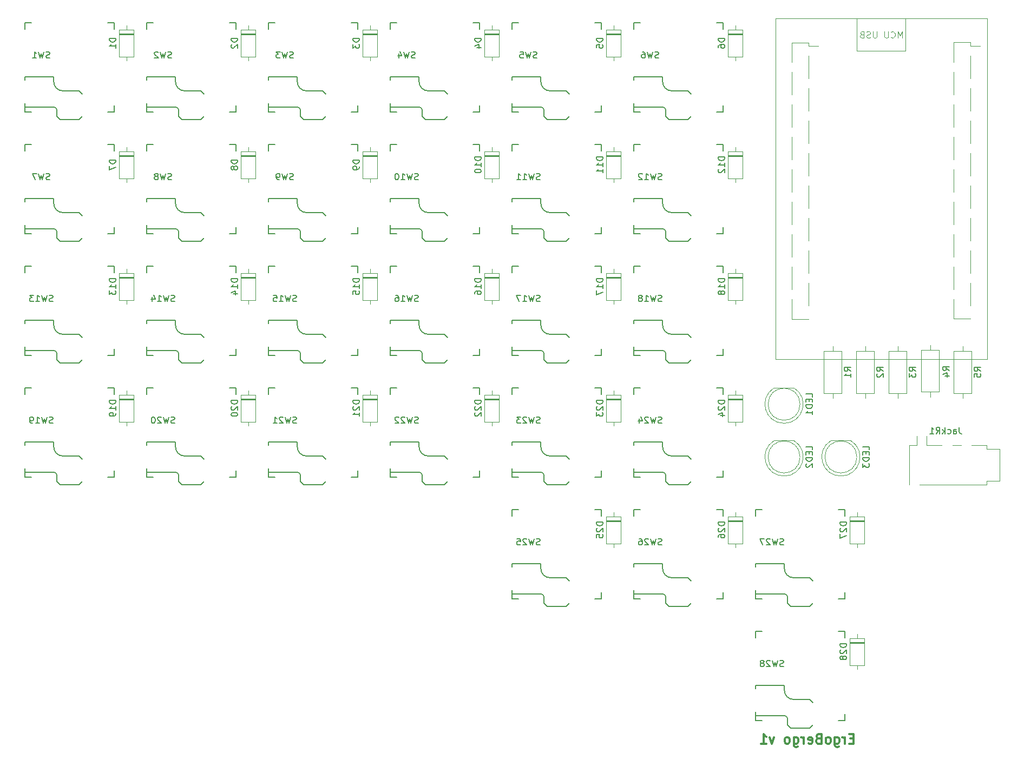
<source format=gbr>
%TF.GenerationSoftware,KiCad,Pcbnew,7.0.9*%
%TF.CreationDate,2024-11-16T13:28:32+01:00*%
%TF.ProjectId,ErgoBoard,4572676f-426f-4617-9264-2e6b69636164,rev?*%
%TF.SameCoordinates,Original*%
%TF.FileFunction,Legend,Bot*%
%TF.FilePolarity,Positive*%
%FSLAX46Y46*%
G04 Gerber Fmt 4.6, Leading zero omitted, Abs format (unit mm)*
G04 Created by KiCad (PCBNEW 7.0.9) date 2024-11-16 13:28:32*
%MOMM*%
%LPD*%
G01*
G04 APERTURE LIST*
%ADD10C,0.300000*%
%ADD11C,0.150000*%
%ADD12C,0.100000*%
%ADD13C,0.120000*%
G04 APERTURE END LIST*
D10*
X236935489Y-158400114D02*
X236435489Y-158400114D01*
X236221203Y-159185828D02*
X236935489Y-159185828D01*
X236935489Y-159185828D02*
X236935489Y-157685828D01*
X236935489Y-157685828D02*
X236221203Y-157685828D01*
X235578346Y-159185828D02*
X235578346Y-158185828D01*
X235578346Y-158471542D02*
X235506917Y-158328685D01*
X235506917Y-158328685D02*
X235435489Y-158257257D01*
X235435489Y-158257257D02*
X235292631Y-158185828D01*
X235292631Y-158185828D02*
X235149774Y-158185828D01*
X234006918Y-158185828D02*
X234006918Y-159400114D01*
X234006918Y-159400114D02*
X234078346Y-159542971D01*
X234078346Y-159542971D02*
X234149775Y-159614400D01*
X234149775Y-159614400D02*
X234292632Y-159685828D01*
X234292632Y-159685828D02*
X234506918Y-159685828D01*
X234506918Y-159685828D02*
X234649775Y-159614400D01*
X234006918Y-159114400D02*
X234149775Y-159185828D01*
X234149775Y-159185828D02*
X234435489Y-159185828D01*
X234435489Y-159185828D02*
X234578346Y-159114400D01*
X234578346Y-159114400D02*
X234649775Y-159042971D01*
X234649775Y-159042971D02*
X234721203Y-158900114D01*
X234721203Y-158900114D02*
X234721203Y-158471542D01*
X234721203Y-158471542D02*
X234649775Y-158328685D01*
X234649775Y-158328685D02*
X234578346Y-158257257D01*
X234578346Y-158257257D02*
X234435489Y-158185828D01*
X234435489Y-158185828D02*
X234149775Y-158185828D01*
X234149775Y-158185828D02*
X234006918Y-158257257D01*
X233078346Y-159185828D02*
X233221203Y-159114400D01*
X233221203Y-159114400D02*
X233292632Y-159042971D01*
X233292632Y-159042971D02*
X233364060Y-158900114D01*
X233364060Y-158900114D02*
X233364060Y-158471542D01*
X233364060Y-158471542D02*
X233292632Y-158328685D01*
X233292632Y-158328685D02*
X233221203Y-158257257D01*
X233221203Y-158257257D02*
X233078346Y-158185828D01*
X233078346Y-158185828D02*
X232864060Y-158185828D01*
X232864060Y-158185828D02*
X232721203Y-158257257D01*
X232721203Y-158257257D02*
X232649775Y-158328685D01*
X232649775Y-158328685D02*
X232578346Y-158471542D01*
X232578346Y-158471542D02*
X232578346Y-158900114D01*
X232578346Y-158900114D02*
X232649775Y-159042971D01*
X232649775Y-159042971D02*
X232721203Y-159114400D01*
X232721203Y-159114400D02*
X232864060Y-159185828D01*
X232864060Y-159185828D02*
X233078346Y-159185828D01*
X231435489Y-158400114D02*
X231221203Y-158471542D01*
X231221203Y-158471542D02*
X231149774Y-158542971D01*
X231149774Y-158542971D02*
X231078346Y-158685828D01*
X231078346Y-158685828D02*
X231078346Y-158900114D01*
X231078346Y-158900114D02*
X231149774Y-159042971D01*
X231149774Y-159042971D02*
X231221203Y-159114400D01*
X231221203Y-159114400D02*
X231364060Y-159185828D01*
X231364060Y-159185828D02*
X231935489Y-159185828D01*
X231935489Y-159185828D02*
X231935489Y-157685828D01*
X231935489Y-157685828D02*
X231435489Y-157685828D01*
X231435489Y-157685828D02*
X231292632Y-157757257D01*
X231292632Y-157757257D02*
X231221203Y-157828685D01*
X231221203Y-157828685D02*
X231149774Y-157971542D01*
X231149774Y-157971542D02*
X231149774Y-158114400D01*
X231149774Y-158114400D02*
X231221203Y-158257257D01*
X231221203Y-158257257D02*
X231292632Y-158328685D01*
X231292632Y-158328685D02*
X231435489Y-158400114D01*
X231435489Y-158400114D02*
X231935489Y-158400114D01*
X229864060Y-159114400D02*
X230006917Y-159185828D01*
X230006917Y-159185828D02*
X230292632Y-159185828D01*
X230292632Y-159185828D02*
X230435489Y-159114400D01*
X230435489Y-159114400D02*
X230506917Y-158971542D01*
X230506917Y-158971542D02*
X230506917Y-158400114D01*
X230506917Y-158400114D02*
X230435489Y-158257257D01*
X230435489Y-158257257D02*
X230292632Y-158185828D01*
X230292632Y-158185828D02*
X230006917Y-158185828D01*
X230006917Y-158185828D02*
X229864060Y-158257257D01*
X229864060Y-158257257D02*
X229792632Y-158400114D01*
X229792632Y-158400114D02*
X229792632Y-158542971D01*
X229792632Y-158542971D02*
X230506917Y-158685828D01*
X229149775Y-159185828D02*
X229149775Y-158185828D01*
X229149775Y-158471542D02*
X229078346Y-158328685D01*
X229078346Y-158328685D02*
X229006918Y-158257257D01*
X229006918Y-158257257D02*
X228864060Y-158185828D01*
X228864060Y-158185828D02*
X228721203Y-158185828D01*
X227578347Y-158185828D02*
X227578347Y-159400114D01*
X227578347Y-159400114D02*
X227649775Y-159542971D01*
X227649775Y-159542971D02*
X227721204Y-159614400D01*
X227721204Y-159614400D02*
X227864061Y-159685828D01*
X227864061Y-159685828D02*
X228078347Y-159685828D01*
X228078347Y-159685828D02*
X228221204Y-159614400D01*
X227578347Y-159114400D02*
X227721204Y-159185828D01*
X227721204Y-159185828D02*
X228006918Y-159185828D01*
X228006918Y-159185828D02*
X228149775Y-159114400D01*
X228149775Y-159114400D02*
X228221204Y-159042971D01*
X228221204Y-159042971D02*
X228292632Y-158900114D01*
X228292632Y-158900114D02*
X228292632Y-158471542D01*
X228292632Y-158471542D02*
X228221204Y-158328685D01*
X228221204Y-158328685D02*
X228149775Y-158257257D01*
X228149775Y-158257257D02*
X228006918Y-158185828D01*
X228006918Y-158185828D02*
X227721204Y-158185828D01*
X227721204Y-158185828D02*
X227578347Y-158257257D01*
X226649775Y-159185828D02*
X226792632Y-159114400D01*
X226792632Y-159114400D02*
X226864061Y-159042971D01*
X226864061Y-159042971D02*
X226935489Y-158900114D01*
X226935489Y-158900114D02*
X226935489Y-158471542D01*
X226935489Y-158471542D02*
X226864061Y-158328685D01*
X226864061Y-158328685D02*
X226792632Y-158257257D01*
X226792632Y-158257257D02*
X226649775Y-158185828D01*
X226649775Y-158185828D02*
X226435489Y-158185828D01*
X226435489Y-158185828D02*
X226292632Y-158257257D01*
X226292632Y-158257257D02*
X226221204Y-158328685D01*
X226221204Y-158328685D02*
X226149775Y-158471542D01*
X226149775Y-158471542D02*
X226149775Y-158900114D01*
X226149775Y-158900114D02*
X226221204Y-159042971D01*
X226221204Y-159042971D02*
X226292632Y-159114400D01*
X226292632Y-159114400D02*
X226435489Y-159185828D01*
X226435489Y-159185828D02*
X226649775Y-159185828D01*
X224506918Y-158185828D02*
X224149775Y-159185828D01*
X224149775Y-159185828D02*
X223792632Y-158185828D01*
X222435489Y-159185828D02*
X223292632Y-159185828D01*
X222864061Y-159185828D02*
X222864061Y-157685828D01*
X222864061Y-157685828D02*
X223006918Y-157900114D01*
X223006918Y-157900114D02*
X223149775Y-158042971D01*
X223149775Y-158042971D02*
X223292632Y-158114400D01*
D11*
X251914819Y-100798333D02*
X251438628Y-100465000D01*
X251914819Y-100226905D02*
X250914819Y-100226905D01*
X250914819Y-100226905D02*
X250914819Y-100607857D01*
X250914819Y-100607857D02*
X250962438Y-100703095D01*
X250962438Y-100703095D02*
X251010057Y-100750714D01*
X251010057Y-100750714D02*
X251105295Y-100798333D01*
X251105295Y-100798333D02*
X251248152Y-100798333D01*
X251248152Y-100798333D02*
X251343390Y-100750714D01*
X251343390Y-100750714D02*
X251391009Y-100703095D01*
X251391009Y-100703095D02*
X251438628Y-100607857D01*
X251438628Y-100607857D02*
X251438628Y-100226905D01*
X251248152Y-101655476D02*
X251914819Y-101655476D01*
X250867200Y-101417381D02*
X251581485Y-101179286D01*
X251581485Y-101179286D02*
X251581485Y-101798333D01*
X236504819Y-100893333D02*
X236028628Y-100560000D01*
X236504819Y-100321905D02*
X235504819Y-100321905D01*
X235504819Y-100321905D02*
X235504819Y-100702857D01*
X235504819Y-100702857D02*
X235552438Y-100798095D01*
X235552438Y-100798095D02*
X235600057Y-100845714D01*
X235600057Y-100845714D02*
X235695295Y-100893333D01*
X235695295Y-100893333D02*
X235838152Y-100893333D01*
X235838152Y-100893333D02*
X235933390Y-100845714D01*
X235933390Y-100845714D02*
X235981009Y-100798095D01*
X235981009Y-100798095D02*
X236028628Y-100702857D01*
X236028628Y-100702857D02*
X236028628Y-100321905D01*
X236504819Y-101845714D02*
X236504819Y-101274286D01*
X236504819Y-101560000D02*
X235504819Y-101560000D01*
X235504819Y-101560000D02*
X235647676Y-101464762D01*
X235647676Y-101464762D02*
X235742914Y-101369524D01*
X235742914Y-101369524D02*
X235790533Y-101274286D01*
X256824819Y-100893333D02*
X256348628Y-100560000D01*
X256824819Y-100321905D02*
X255824819Y-100321905D01*
X255824819Y-100321905D02*
X255824819Y-100702857D01*
X255824819Y-100702857D02*
X255872438Y-100798095D01*
X255872438Y-100798095D02*
X255920057Y-100845714D01*
X255920057Y-100845714D02*
X256015295Y-100893333D01*
X256015295Y-100893333D02*
X256158152Y-100893333D01*
X256158152Y-100893333D02*
X256253390Y-100845714D01*
X256253390Y-100845714D02*
X256301009Y-100798095D01*
X256301009Y-100798095D02*
X256348628Y-100702857D01*
X256348628Y-100702857D02*
X256348628Y-100321905D01*
X255824819Y-101798095D02*
X255824819Y-101321905D01*
X255824819Y-101321905D02*
X256301009Y-101274286D01*
X256301009Y-101274286D02*
X256253390Y-101321905D01*
X256253390Y-101321905D02*
X256205771Y-101417143D01*
X256205771Y-101417143D02*
X256205771Y-101655238D01*
X256205771Y-101655238D02*
X256253390Y-101750476D01*
X256253390Y-101750476D02*
X256301009Y-101798095D01*
X256301009Y-101798095D02*
X256396247Y-101845714D01*
X256396247Y-101845714D02*
X256634342Y-101845714D01*
X256634342Y-101845714D02*
X256729580Y-101798095D01*
X256729580Y-101798095D02*
X256777200Y-101750476D01*
X256777200Y-101750476D02*
X256824819Y-101655238D01*
X256824819Y-101655238D02*
X256824819Y-101417143D01*
X256824819Y-101417143D02*
X256777200Y-101321905D01*
X256777200Y-101321905D02*
X256729580Y-101274286D01*
X246664819Y-100893333D02*
X246188628Y-100560000D01*
X246664819Y-100321905D02*
X245664819Y-100321905D01*
X245664819Y-100321905D02*
X245664819Y-100702857D01*
X245664819Y-100702857D02*
X245712438Y-100798095D01*
X245712438Y-100798095D02*
X245760057Y-100845714D01*
X245760057Y-100845714D02*
X245855295Y-100893333D01*
X245855295Y-100893333D02*
X245998152Y-100893333D01*
X245998152Y-100893333D02*
X246093390Y-100845714D01*
X246093390Y-100845714D02*
X246141009Y-100798095D01*
X246141009Y-100798095D02*
X246188628Y-100702857D01*
X246188628Y-100702857D02*
X246188628Y-100321905D01*
X245664819Y-101226667D02*
X245664819Y-101845714D01*
X245664819Y-101845714D02*
X246045771Y-101512381D01*
X246045771Y-101512381D02*
X246045771Y-101655238D01*
X246045771Y-101655238D02*
X246093390Y-101750476D01*
X246093390Y-101750476D02*
X246141009Y-101798095D01*
X246141009Y-101798095D02*
X246236247Y-101845714D01*
X246236247Y-101845714D02*
X246474342Y-101845714D01*
X246474342Y-101845714D02*
X246569580Y-101798095D01*
X246569580Y-101798095D02*
X246617200Y-101750476D01*
X246617200Y-101750476D02*
X246664819Y-101655238D01*
X246664819Y-101655238D02*
X246664819Y-101369524D01*
X246664819Y-101369524D02*
X246617200Y-101274286D01*
X246617200Y-101274286D02*
X246569580Y-101226667D01*
X241584819Y-100893333D02*
X241108628Y-100560000D01*
X241584819Y-100321905D02*
X240584819Y-100321905D01*
X240584819Y-100321905D02*
X240584819Y-100702857D01*
X240584819Y-100702857D02*
X240632438Y-100798095D01*
X240632438Y-100798095D02*
X240680057Y-100845714D01*
X240680057Y-100845714D02*
X240775295Y-100893333D01*
X240775295Y-100893333D02*
X240918152Y-100893333D01*
X240918152Y-100893333D02*
X241013390Y-100845714D01*
X241013390Y-100845714D02*
X241061009Y-100798095D01*
X241061009Y-100798095D02*
X241108628Y-100702857D01*
X241108628Y-100702857D02*
X241108628Y-100321905D01*
X240680057Y-101274286D02*
X240632438Y-101321905D01*
X240632438Y-101321905D02*
X240584819Y-101417143D01*
X240584819Y-101417143D02*
X240584819Y-101655238D01*
X240584819Y-101655238D02*
X240632438Y-101750476D01*
X240632438Y-101750476D02*
X240680057Y-101798095D01*
X240680057Y-101798095D02*
X240775295Y-101845714D01*
X240775295Y-101845714D02*
X240870533Y-101845714D01*
X240870533Y-101845714D02*
X241013390Y-101798095D01*
X241013390Y-101798095D02*
X241584819Y-101226667D01*
X241584819Y-101226667D02*
X241584819Y-101845714D01*
X239364819Y-113180952D02*
X239364819Y-112704762D01*
X239364819Y-112704762D02*
X238364819Y-112704762D01*
X238841009Y-113514286D02*
X238841009Y-113847619D01*
X239364819Y-113990476D02*
X239364819Y-113514286D01*
X239364819Y-113514286D02*
X238364819Y-113514286D01*
X238364819Y-113514286D02*
X238364819Y-113990476D01*
X239364819Y-114419048D02*
X238364819Y-114419048D01*
X238364819Y-114419048D02*
X238364819Y-114657143D01*
X238364819Y-114657143D02*
X238412438Y-114800000D01*
X238412438Y-114800000D02*
X238507676Y-114895238D01*
X238507676Y-114895238D02*
X238602914Y-114942857D01*
X238602914Y-114942857D02*
X238793390Y-114990476D01*
X238793390Y-114990476D02*
X238936247Y-114990476D01*
X238936247Y-114990476D02*
X239126723Y-114942857D01*
X239126723Y-114942857D02*
X239221961Y-114895238D01*
X239221961Y-114895238D02*
X239317200Y-114800000D01*
X239317200Y-114800000D02*
X239364819Y-114657143D01*
X239364819Y-114657143D02*
X239364819Y-114419048D01*
X238364819Y-115323810D02*
X238364819Y-115942857D01*
X238364819Y-115942857D02*
X238745771Y-115609524D01*
X238745771Y-115609524D02*
X238745771Y-115752381D01*
X238745771Y-115752381D02*
X238793390Y-115847619D01*
X238793390Y-115847619D02*
X238841009Y-115895238D01*
X238841009Y-115895238D02*
X238936247Y-115942857D01*
X238936247Y-115942857D02*
X239174342Y-115942857D01*
X239174342Y-115942857D02*
X239269580Y-115895238D01*
X239269580Y-115895238D02*
X239317200Y-115847619D01*
X239317200Y-115847619D02*
X239364819Y-115752381D01*
X239364819Y-115752381D02*
X239364819Y-115466667D01*
X239364819Y-115466667D02*
X239317200Y-115371429D01*
X239317200Y-115371429D02*
X239269580Y-115323810D01*
X230474819Y-113180952D02*
X230474819Y-112704762D01*
X230474819Y-112704762D02*
X229474819Y-112704762D01*
X229951009Y-113514286D02*
X229951009Y-113847619D01*
X230474819Y-113990476D02*
X230474819Y-113514286D01*
X230474819Y-113514286D02*
X229474819Y-113514286D01*
X229474819Y-113514286D02*
X229474819Y-113990476D01*
X230474819Y-114419048D02*
X229474819Y-114419048D01*
X229474819Y-114419048D02*
X229474819Y-114657143D01*
X229474819Y-114657143D02*
X229522438Y-114800000D01*
X229522438Y-114800000D02*
X229617676Y-114895238D01*
X229617676Y-114895238D02*
X229712914Y-114942857D01*
X229712914Y-114942857D02*
X229903390Y-114990476D01*
X229903390Y-114990476D02*
X230046247Y-114990476D01*
X230046247Y-114990476D02*
X230236723Y-114942857D01*
X230236723Y-114942857D02*
X230331961Y-114895238D01*
X230331961Y-114895238D02*
X230427200Y-114800000D01*
X230427200Y-114800000D02*
X230474819Y-114657143D01*
X230474819Y-114657143D02*
X230474819Y-114419048D01*
X229570057Y-115371429D02*
X229522438Y-115419048D01*
X229522438Y-115419048D02*
X229474819Y-115514286D01*
X229474819Y-115514286D02*
X229474819Y-115752381D01*
X229474819Y-115752381D02*
X229522438Y-115847619D01*
X229522438Y-115847619D02*
X229570057Y-115895238D01*
X229570057Y-115895238D02*
X229665295Y-115942857D01*
X229665295Y-115942857D02*
X229760533Y-115942857D01*
X229760533Y-115942857D02*
X229903390Y-115895238D01*
X229903390Y-115895238D02*
X230474819Y-115323810D01*
X230474819Y-115323810D02*
X230474819Y-115942857D01*
X230474819Y-104925952D02*
X230474819Y-104449762D01*
X230474819Y-104449762D02*
X229474819Y-104449762D01*
X229951009Y-105259286D02*
X229951009Y-105592619D01*
X230474819Y-105735476D02*
X230474819Y-105259286D01*
X230474819Y-105259286D02*
X229474819Y-105259286D01*
X229474819Y-105259286D02*
X229474819Y-105735476D01*
X230474819Y-106164048D02*
X229474819Y-106164048D01*
X229474819Y-106164048D02*
X229474819Y-106402143D01*
X229474819Y-106402143D02*
X229522438Y-106545000D01*
X229522438Y-106545000D02*
X229617676Y-106640238D01*
X229617676Y-106640238D02*
X229712914Y-106687857D01*
X229712914Y-106687857D02*
X229903390Y-106735476D01*
X229903390Y-106735476D02*
X230046247Y-106735476D01*
X230046247Y-106735476D02*
X230236723Y-106687857D01*
X230236723Y-106687857D02*
X230331961Y-106640238D01*
X230331961Y-106640238D02*
X230427200Y-106545000D01*
X230427200Y-106545000D02*
X230474819Y-106402143D01*
X230474819Y-106402143D02*
X230474819Y-106164048D01*
X230474819Y-107687857D02*
X230474819Y-107116429D01*
X230474819Y-107402143D02*
X229474819Y-107402143D01*
X229474819Y-107402143D02*
X229617676Y-107306905D01*
X229617676Y-107306905D02*
X229712914Y-107211667D01*
X229712914Y-107211667D02*
X229760533Y-107116429D01*
X253469047Y-109674819D02*
X253469047Y-110389104D01*
X253469047Y-110389104D02*
X253516666Y-110531961D01*
X253516666Y-110531961D02*
X253611904Y-110627200D01*
X253611904Y-110627200D02*
X253754761Y-110674819D01*
X253754761Y-110674819D02*
X253849999Y-110674819D01*
X252564285Y-110674819D02*
X252564285Y-110151009D01*
X252564285Y-110151009D02*
X252611904Y-110055771D01*
X252611904Y-110055771D02*
X252707142Y-110008152D01*
X252707142Y-110008152D02*
X252897618Y-110008152D01*
X252897618Y-110008152D02*
X252992856Y-110055771D01*
X252564285Y-110627200D02*
X252659523Y-110674819D01*
X252659523Y-110674819D02*
X252897618Y-110674819D01*
X252897618Y-110674819D02*
X252992856Y-110627200D01*
X252992856Y-110627200D02*
X253040475Y-110531961D01*
X253040475Y-110531961D02*
X253040475Y-110436723D01*
X253040475Y-110436723D02*
X252992856Y-110341485D01*
X252992856Y-110341485D02*
X252897618Y-110293866D01*
X252897618Y-110293866D02*
X252659523Y-110293866D01*
X252659523Y-110293866D02*
X252564285Y-110246247D01*
X251659523Y-110627200D02*
X251754761Y-110674819D01*
X251754761Y-110674819D02*
X251945237Y-110674819D01*
X251945237Y-110674819D02*
X252040475Y-110627200D01*
X252040475Y-110627200D02*
X252088094Y-110579580D01*
X252088094Y-110579580D02*
X252135713Y-110484342D01*
X252135713Y-110484342D02*
X252135713Y-110198628D01*
X252135713Y-110198628D02*
X252088094Y-110103390D01*
X252088094Y-110103390D02*
X252040475Y-110055771D01*
X252040475Y-110055771D02*
X251945237Y-110008152D01*
X251945237Y-110008152D02*
X251754761Y-110008152D01*
X251754761Y-110008152D02*
X251659523Y-110055771D01*
X251230951Y-110674819D02*
X251230951Y-109674819D01*
X251135713Y-110293866D02*
X250849999Y-110674819D01*
X250849999Y-110008152D02*
X251230951Y-110389104D01*
X249849999Y-110674819D02*
X250183332Y-110198628D01*
X250421427Y-110674819D02*
X250421427Y-109674819D01*
X250421427Y-109674819D02*
X250040475Y-109674819D01*
X250040475Y-109674819D02*
X249945237Y-109722438D01*
X249945237Y-109722438D02*
X249897618Y-109770057D01*
X249897618Y-109770057D02*
X249849999Y-109865295D01*
X249849999Y-109865295D02*
X249849999Y-110008152D01*
X249849999Y-110008152D02*
X249897618Y-110103390D01*
X249897618Y-110103390D02*
X249945237Y-110151009D01*
X249945237Y-110151009D02*
X250040475Y-110198628D01*
X250040475Y-110198628D02*
X250421427Y-110198628D01*
X248897618Y-110674819D02*
X249469046Y-110674819D01*
X249183332Y-110674819D02*
X249183332Y-109674819D01*
X249183332Y-109674819D02*
X249278570Y-109817676D01*
X249278570Y-109817676D02*
X249373808Y-109912914D01*
X249373808Y-109912914D02*
X249469046Y-109960533D01*
D12*
X244508094Y-48717419D02*
X244508094Y-47717419D01*
X244508094Y-47717419D02*
X244174761Y-48431704D01*
X244174761Y-48431704D02*
X243841428Y-47717419D01*
X243841428Y-47717419D02*
X243841428Y-48717419D01*
X242793809Y-48622180D02*
X242841428Y-48669800D01*
X242841428Y-48669800D02*
X242984285Y-48717419D01*
X242984285Y-48717419D02*
X243079523Y-48717419D01*
X243079523Y-48717419D02*
X243222380Y-48669800D01*
X243222380Y-48669800D02*
X243317618Y-48574561D01*
X243317618Y-48574561D02*
X243365237Y-48479323D01*
X243365237Y-48479323D02*
X243412856Y-48288847D01*
X243412856Y-48288847D02*
X243412856Y-48145990D01*
X243412856Y-48145990D02*
X243365237Y-47955514D01*
X243365237Y-47955514D02*
X243317618Y-47860276D01*
X243317618Y-47860276D02*
X243222380Y-47765038D01*
X243222380Y-47765038D02*
X243079523Y-47717419D01*
X243079523Y-47717419D02*
X242984285Y-47717419D01*
X242984285Y-47717419D02*
X242841428Y-47765038D01*
X242841428Y-47765038D02*
X242793809Y-47812657D01*
X242365237Y-47717419D02*
X242365237Y-48526942D01*
X242365237Y-48526942D02*
X242317618Y-48622180D01*
X242317618Y-48622180D02*
X242269999Y-48669800D01*
X242269999Y-48669800D02*
X242174761Y-48717419D01*
X242174761Y-48717419D02*
X241984285Y-48717419D01*
X241984285Y-48717419D02*
X241889047Y-48669800D01*
X241889047Y-48669800D02*
X241841428Y-48622180D01*
X241841428Y-48622180D02*
X241793809Y-48526942D01*
X241793809Y-48526942D02*
X241793809Y-47717419D01*
X240555713Y-47717419D02*
X240555713Y-48526942D01*
X240555713Y-48526942D02*
X240508094Y-48622180D01*
X240508094Y-48622180D02*
X240460475Y-48669800D01*
X240460475Y-48669800D02*
X240365237Y-48717419D01*
X240365237Y-48717419D02*
X240174761Y-48717419D01*
X240174761Y-48717419D02*
X240079523Y-48669800D01*
X240079523Y-48669800D02*
X240031904Y-48622180D01*
X240031904Y-48622180D02*
X239984285Y-48526942D01*
X239984285Y-48526942D02*
X239984285Y-47717419D01*
X239555713Y-48669800D02*
X239412856Y-48717419D01*
X239412856Y-48717419D02*
X239174761Y-48717419D01*
X239174761Y-48717419D02*
X239079523Y-48669800D01*
X239079523Y-48669800D02*
X239031904Y-48622180D01*
X239031904Y-48622180D02*
X238984285Y-48526942D01*
X238984285Y-48526942D02*
X238984285Y-48431704D01*
X238984285Y-48431704D02*
X239031904Y-48336466D01*
X239031904Y-48336466D02*
X239079523Y-48288847D01*
X239079523Y-48288847D02*
X239174761Y-48241228D01*
X239174761Y-48241228D02*
X239365237Y-48193609D01*
X239365237Y-48193609D02*
X239460475Y-48145990D01*
X239460475Y-48145990D02*
X239508094Y-48098371D01*
X239508094Y-48098371D02*
X239555713Y-48003133D01*
X239555713Y-48003133D02*
X239555713Y-47907895D01*
X239555713Y-47907895D02*
X239508094Y-47812657D01*
X239508094Y-47812657D02*
X239460475Y-47765038D01*
X239460475Y-47765038D02*
X239365237Y-47717419D01*
X239365237Y-47717419D02*
X239127142Y-47717419D01*
X239127142Y-47717419D02*
X238984285Y-47765038D01*
X238222380Y-48193609D02*
X238079523Y-48241228D01*
X238079523Y-48241228D02*
X238031904Y-48288847D01*
X238031904Y-48288847D02*
X237984285Y-48384085D01*
X237984285Y-48384085D02*
X237984285Y-48526942D01*
X237984285Y-48526942D02*
X238031904Y-48622180D01*
X238031904Y-48622180D02*
X238079523Y-48669800D01*
X238079523Y-48669800D02*
X238174761Y-48717419D01*
X238174761Y-48717419D02*
X238555713Y-48717419D01*
X238555713Y-48717419D02*
X238555713Y-47717419D01*
X238555713Y-47717419D02*
X238222380Y-47717419D01*
X238222380Y-47717419D02*
X238127142Y-47765038D01*
X238127142Y-47765038D02*
X238079523Y-47812657D01*
X238079523Y-47812657D02*
X238031904Y-47907895D01*
X238031904Y-47907895D02*
X238031904Y-48003133D01*
X238031904Y-48003133D02*
X238079523Y-48098371D01*
X238079523Y-48098371D02*
X238127142Y-48145990D01*
X238127142Y-48145990D02*
X238222380Y-48193609D01*
X238222380Y-48193609D02*
X238555713Y-48193609D01*
D11*
X216774819Y-86425714D02*
X215774819Y-86425714D01*
X215774819Y-86425714D02*
X215774819Y-86663809D01*
X215774819Y-86663809D02*
X215822438Y-86806666D01*
X215822438Y-86806666D02*
X215917676Y-86901904D01*
X215917676Y-86901904D02*
X216012914Y-86949523D01*
X216012914Y-86949523D02*
X216203390Y-86997142D01*
X216203390Y-86997142D02*
X216346247Y-86997142D01*
X216346247Y-86997142D02*
X216536723Y-86949523D01*
X216536723Y-86949523D02*
X216631961Y-86901904D01*
X216631961Y-86901904D02*
X216727200Y-86806666D01*
X216727200Y-86806666D02*
X216774819Y-86663809D01*
X216774819Y-86663809D02*
X216774819Y-86425714D01*
X216774819Y-87949523D02*
X216774819Y-87378095D01*
X216774819Y-87663809D02*
X215774819Y-87663809D01*
X215774819Y-87663809D02*
X215917676Y-87568571D01*
X215917676Y-87568571D02*
X216012914Y-87473333D01*
X216012914Y-87473333D02*
X216060533Y-87378095D01*
X216203390Y-88520952D02*
X216155771Y-88425714D01*
X216155771Y-88425714D02*
X216108152Y-88378095D01*
X216108152Y-88378095D02*
X216012914Y-88330476D01*
X216012914Y-88330476D02*
X215965295Y-88330476D01*
X215965295Y-88330476D02*
X215870057Y-88378095D01*
X215870057Y-88378095D02*
X215822438Y-88425714D01*
X215822438Y-88425714D02*
X215774819Y-88520952D01*
X215774819Y-88520952D02*
X215774819Y-88711428D01*
X215774819Y-88711428D02*
X215822438Y-88806666D01*
X215822438Y-88806666D02*
X215870057Y-88854285D01*
X215870057Y-88854285D02*
X215965295Y-88901904D01*
X215965295Y-88901904D02*
X216012914Y-88901904D01*
X216012914Y-88901904D02*
X216108152Y-88854285D01*
X216108152Y-88854285D02*
X216155771Y-88806666D01*
X216155771Y-88806666D02*
X216203390Y-88711428D01*
X216203390Y-88711428D02*
X216203390Y-88520952D01*
X216203390Y-88520952D02*
X216251009Y-88425714D01*
X216251009Y-88425714D02*
X216298628Y-88378095D01*
X216298628Y-88378095D02*
X216393866Y-88330476D01*
X216393866Y-88330476D02*
X216584342Y-88330476D01*
X216584342Y-88330476D02*
X216679580Y-88378095D01*
X216679580Y-88378095D02*
X216727200Y-88425714D01*
X216727200Y-88425714D02*
X216774819Y-88520952D01*
X216774819Y-88520952D02*
X216774819Y-88711428D01*
X216774819Y-88711428D02*
X216727200Y-88806666D01*
X216727200Y-88806666D02*
X216679580Y-88854285D01*
X216679580Y-88854285D02*
X216584342Y-88901904D01*
X216584342Y-88901904D02*
X216393866Y-88901904D01*
X216393866Y-88901904D02*
X216298628Y-88854285D01*
X216298628Y-88854285D02*
X216251009Y-88806666D01*
X216251009Y-88806666D02*
X216203390Y-88711428D01*
X178674819Y-86425714D02*
X177674819Y-86425714D01*
X177674819Y-86425714D02*
X177674819Y-86663809D01*
X177674819Y-86663809D02*
X177722438Y-86806666D01*
X177722438Y-86806666D02*
X177817676Y-86901904D01*
X177817676Y-86901904D02*
X177912914Y-86949523D01*
X177912914Y-86949523D02*
X178103390Y-86997142D01*
X178103390Y-86997142D02*
X178246247Y-86997142D01*
X178246247Y-86997142D02*
X178436723Y-86949523D01*
X178436723Y-86949523D02*
X178531961Y-86901904D01*
X178531961Y-86901904D02*
X178627200Y-86806666D01*
X178627200Y-86806666D02*
X178674819Y-86663809D01*
X178674819Y-86663809D02*
X178674819Y-86425714D01*
X178674819Y-87949523D02*
X178674819Y-87378095D01*
X178674819Y-87663809D02*
X177674819Y-87663809D01*
X177674819Y-87663809D02*
X177817676Y-87568571D01*
X177817676Y-87568571D02*
X177912914Y-87473333D01*
X177912914Y-87473333D02*
X177960533Y-87378095D01*
X177674819Y-88806666D02*
X177674819Y-88616190D01*
X177674819Y-88616190D02*
X177722438Y-88520952D01*
X177722438Y-88520952D02*
X177770057Y-88473333D01*
X177770057Y-88473333D02*
X177912914Y-88378095D01*
X177912914Y-88378095D02*
X178103390Y-88330476D01*
X178103390Y-88330476D02*
X178484342Y-88330476D01*
X178484342Y-88330476D02*
X178579580Y-88378095D01*
X178579580Y-88378095D02*
X178627200Y-88425714D01*
X178627200Y-88425714D02*
X178674819Y-88520952D01*
X178674819Y-88520952D02*
X178674819Y-88711428D01*
X178674819Y-88711428D02*
X178627200Y-88806666D01*
X178627200Y-88806666D02*
X178579580Y-88854285D01*
X178579580Y-88854285D02*
X178484342Y-88901904D01*
X178484342Y-88901904D02*
X178246247Y-88901904D01*
X178246247Y-88901904D02*
X178151009Y-88854285D01*
X178151009Y-88854285D02*
X178103390Y-88806666D01*
X178103390Y-88806666D02*
X178055771Y-88711428D01*
X178055771Y-88711428D02*
X178055771Y-88520952D01*
X178055771Y-88520952D02*
X178103390Y-88425714D01*
X178103390Y-88425714D02*
X178151009Y-88378095D01*
X178151009Y-88378095D02*
X178246247Y-88330476D01*
X111664523Y-108992200D02*
X111521666Y-109039819D01*
X111521666Y-109039819D02*
X111283571Y-109039819D01*
X111283571Y-109039819D02*
X111188333Y-108992200D01*
X111188333Y-108992200D02*
X111140714Y-108944580D01*
X111140714Y-108944580D02*
X111093095Y-108849342D01*
X111093095Y-108849342D02*
X111093095Y-108754104D01*
X111093095Y-108754104D02*
X111140714Y-108658866D01*
X111140714Y-108658866D02*
X111188333Y-108611247D01*
X111188333Y-108611247D02*
X111283571Y-108563628D01*
X111283571Y-108563628D02*
X111474047Y-108516009D01*
X111474047Y-108516009D02*
X111569285Y-108468390D01*
X111569285Y-108468390D02*
X111616904Y-108420771D01*
X111616904Y-108420771D02*
X111664523Y-108325533D01*
X111664523Y-108325533D02*
X111664523Y-108230295D01*
X111664523Y-108230295D02*
X111616904Y-108135057D01*
X111616904Y-108135057D02*
X111569285Y-108087438D01*
X111569285Y-108087438D02*
X111474047Y-108039819D01*
X111474047Y-108039819D02*
X111235952Y-108039819D01*
X111235952Y-108039819D02*
X111093095Y-108087438D01*
X110759761Y-108039819D02*
X110521666Y-109039819D01*
X110521666Y-109039819D02*
X110331190Y-108325533D01*
X110331190Y-108325533D02*
X110140714Y-109039819D01*
X110140714Y-109039819D02*
X109902619Y-108039819D01*
X108997857Y-109039819D02*
X109569285Y-109039819D01*
X109283571Y-109039819D02*
X109283571Y-108039819D01*
X109283571Y-108039819D02*
X109378809Y-108182676D01*
X109378809Y-108182676D02*
X109474047Y-108277914D01*
X109474047Y-108277914D02*
X109569285Y-108325533D01*
X108521666Y-109039819D02*
X108331190Y-109039819D01*
X108331190Y-109039819D02*
X108235952Y-108992200D01*
X108235952Y-108992200D02*
X108188333Y-108944580D01*
X108188333Y-108944580D02*
X108093095Y-108801723D01*
X108093095Y-108801723D02*
X108045476Y-108611247D01*
X108045476Y-108611247D02*
X108045476Y-108230295D01*
X108045476Y-108230295D02*
X108093095Y-108135057D01*
X108093095Y-108135057D02*
X108140714Y-108087438D01*
X108140714Y-108087438D02*
X108235952Y-108039819D01*
X108235952Y-108039819D02*
X108426428Y-108039819D01*
X108426428Y-108039819D02*
X108521666Y-108087438D01*
X108521666Y-108087438D02*
X108569285Y-108135057D01*
X108569285Y-108135057D02*
X108616904Y-108230295D01*
X108616904Y-108230295D02*
X108616904Y-108468390D01*
X108616904Y-108468390D02*
X108569285Y-108563628D01*
X108569285Y-108563628D02*
X108521666Y-108611247D01*
X108521666Y-108611247D02*
X108426428Y-108658866D01*
X108426428Y-108658866D02*
X108235952Y-108658866D01*
X108235952Y-108658866D02*
X108140714Y-108611247D01*
X108140714Y-108611247D02*
X108093095Y-108563628D01*
X108093095Y-108563628D02*
X108045476Y-108468390D01*
X140574819Y-67851905D02*
X139574819Y-67851905D01*
X139574819Y-67851905D02*
X139574819Y-68090000D01*
X139574819Y-68090000D02*
X139622438Y-68232857D01*
X139622438Y-68232857D02*
X139717676Y-68328095D01*
X139717676Y-68328095D02*
X139812914Y-68375714D01*
X139812914Y-68375714D02*
X140003390Y-68423333D01*
X140003390Y-68423333D02*
X140146247Y-68423333D01*
X140146247Y-68423333D02*
X140336723Y-68375714D01*
X140336723Y-68375714D02*
X140431961Y-68328095D01*
X140431961Y-68328095D02*
X140527200Y-68232857D01*
X140527200Y-68232857D02*
X140574819Y-68090000D01*
X140574819Y-68090000D02*
X140574819Y-67851905D01*
X140003390Y-68994762D02*
X139955771Y-68899524D01*
X139955771Y-68899524D02*
X139908152Y-68851905D01*
X139908152Y-68851905D02*
X139812914Y-68804286D01*
X139812914Y-68804286D02*
X139765295Y-68804286D01*
X139765295Y-68804286D02*
X139670057Y-68851905D01*
X139670057Y-68851905D02*
X139622438Y-68899524D01*
X139622438Y-68899524D02*
X139574819Y-68994762D01*
X139574819Y-68994762D02*
X139574819Y-69185238D01*
X139574819Y-69185238D02*
X139622438Y-69280476D01*
X139622438Y-69280476D02*
X139670057Y-69328095D01*
X139670057Y-69328095D02*
X139765295Y-69375714D01*
X139765295Y-69375714D02*
X139812914Y-69375714D01*
X139812914Y-69375714D02*
X139908152Y-69328095D01*
X139908152Y-69328095D02*
X139955771Y-69280476D01*
X139955771Y-69280476D02*
X140003390Y-69185238D01*
X140003390Y-69185238D02*
X140003390Y-68994762D01*
X140003390Y-68994762D02*
X140051009Y-68899524D01*
X140051009Y-68899524D02*
X140098628Y-68851905D01*
X140098628Y-68851905D02*
X140193866Y-68804286D01*
X140193866Y-68804286D02*
X140384342Y-68804286D01*
X140384342Y-68804286D02*
X140479580Y-68851905D01*
X140479580Y-68851905D02*
X140527200Y-68899524D01*
X140527200Y-68899524D02*
X140574819Y-68994762D01*
X140574819Y-68994762D02*
X140574819Y-69185238D01*
X140574819Y-69185238D02*
X140527200Y-69280476D01*
X140527200Y-69280476D02*
X140479580Y-69328095D01*
X140479580Y-69328095D02*
X140384342Y-69375714D01*
X140384342Y-69375714D02*
X140193866Y-69375714D01*
X140193866Y-69375714D02*
X140098628Y-69328095D01*
X140098628Y-69328095D02*
X140051009Y-69280476D01*
X140051009Y-69280476D02*
X140003390Y-69185238D01*
X168814523Y-89942200D02*
X168671666Y-89989819D01*
X168671666Y-89989819D02*
X168433571Y-89989819D01*
X168433571Y-89989819D02*
X168338333Y-89942200D01*
X168338333Y-89942200D02*
X168290714Y-89894580D01*
X168290714Y-89894580D02*
X168243095Y-89799342D01*
X168243095Y-89799342D02*
X168243095Y-89704104D01*
X168243095Y-89704104D02*
X168290714Y-89608866D01*
X168290714Y-89608866D02*
X168338333Y-89561247D01*
X168338333Y-89561247D02*
X168433571Y-89513628D01*
X168433571Y-89513628D02*
X168624047Y-89466009D01*
X168624047Y-89466009D02*
X168719285Y-89418390D01*
X168719285Y-89418390D02*
X168766904Y-89370771D01*
X168766904Y-89370771D02*
X168814523Y-89275533D01*
X168814523Y-89275533D02*
X168814523Y-89180295D01*
X168814523Y-89180295D02*
X168766904Y-89085057D01*
X168766904Y-89085057D02*
X168719285Y-89037438D01*
X168719285Y-89037438D02*
X168624047Y-88989819D01*
X168624047Y-88989819D02*
X168385952Y-88989819D01*
X168385952Y-88989819D02*
X168243095Y-89037438D01*
X167909761Y-88989819D02*
X167671666Y-89989819D01*
X167671666Y-89989819D02*
X167481190Y-89275533D01*
X167481190Y-89275533D02*
X167290714Y-89989819D01*
X167290714Y-89989819D02*
X167052619Y-88989819D01*
X166147857Y-89989819D02*
X166719285Y-89989819D01*
X166433571Y-89989819D02*
X166433571Y-88989819D01*
X166433571Y-88989819D02*
X166528809Y-89132676D01*
X166528809Y-89132676D02*
X166624047Y-89227914D01*
X166624047Y-89227914D02*
X166719285Y-89275533D01*
X165290714Y-88989819D02*
X165481190Y-88989819D01*
X165481190Y-88989819D02*
X165576428Y-89037438D01*
X165576428Y-89037438D02*
X165624047Y-89085057D01*
X165624047Y-89085057D02*
X165719285Y-89227914D01*
X165719285Y-89227914D02*
X165766904Y-89418390D01*
X165766904Y-89418390D02*
X165766904Y-89799342D01*
X165766904Y-89799342D02*
X165719285Y-89894580D01*
X165719285Y-89894580D02*
X165671666Y-89942200D01*
X165671666Y-89942200D02*
X165576428Y-89989819D01*
X165576428Y-89989819D02*
X165385952Y-89989819D01*
X165385952Y-89989819D02*
X165290714Y-89942200D01*
X165290714Y-89942200D02*
X165243095Y-89894580D01*
X165243095Y-89894580D02*
X165195476Y-89799342D01*
X165195476Y-89799342D02*
X165195476Y-89561247D01*
X165195476Y-89561247D02*
X165243095Y-89466009D01*
X165243095Y-89466009D02*
X165290714Y-89418390D01*
X165290714Y-89418390D02*
X165385952Y-89370771D01*
X165385952Y-89370771D02*
X165576428Y-89370771D01*
X165576428Y-89370771D02*
X165671666Y-89418390D01*
X165671666Y-89418390D02*
X165719285Y-89466009D01*
X165719285Y-89466009D02*
X165766904Y-89561247D01*
X197724819Y-67375714D02*
X196724819Y-67375714D01*
X196724819Y-67375714D02*
X196724819Y-67613809D01*
X196724819Y-67613809D02*
X196772438Y-67756666D01*
X196772438Y-67756666D02*
X196867676Y-67851904D01*
X196867676Y-67851904D02*
X196962914Y-67899523D01*
X196962914Y-67899523D02*
X197153390Y-67947142D01*
X197153390Y-67947142D02*
X197296247Y-67947142D01*
X197296247Y-67947142D02*
X197486723Y-67899523D01*
X197486723Y-67899523D02*
X197581961Y-67851904D01*
X197581961Y-67851904D02*
X197677200Y-67756666D01*
X197677200Y-67756666D02*
X197724819Y-67613809D01*
X197724819Y-67613809D02*
X197724819Y-67375714D01*
X197724819Y-68899523D02*
X197724819Y-68328095D01*
X197724819Y-68613809D02*
X196724819Y-68613809D01*
X196724819Y-68613809D02*
X196867676Y-68518571D01*
X196867676Y-68518571D02*
X196962914Y-68423333D01*
X196962914Y-68423333D02*
X197010533Y-68328095D01*
X197724819Y-69851904D02*
X197724819Y-69280476D01*
X197724819Y-69566190D02*
X196724819Y-69566190D01*
X196724819Y-69566190D02*
X196867676Y-69470952D01*
X196867676Y-69470952D02*
X196962914Y-69375714D01*
X196962914Y-69375714D02*
X197010533Y-69280476D01*
X197724819Y-105475714D02*
X196724819Y-105475714D01*
X196724819Y-105475714D02*
X196724819Y-105713809D01*
X196724819Y-105713809D02*
X196772438Y-105856666D01*
X196772438Y-105856666D02*
X196867676Y-105951904D01*
X196867676Y-105951904D02*
X196962914Y-105999523D01*
X196962914Y-105999523D02*
X197153390Y-106047142D01*
X197153390Y-106047142D02*
X197296247Y-106047142D01*
X197296247Y-106047142D02*
X197486723Y-105999523D01*
X197486723Y-105999523D02*
X197581961Y-105951904D01*
X197581961Y-105951904D02*
X197677200Y-105856666D01*
X197677200Y-105856666D02*
X197724819Y-105713809D01*
X197724819Y-105713809D02*
X197724819Y-105475714D01*
X196820057Y-106428095D02*
X196772438Y-106475714D01*
X196772438Y-106475714D02*
X196724819Y-106570952D01*
X196724819Y-106570952D02*
X196724819Y-106809047D01*
X196724819Y-106809047D02*
X196772438Y-106904285D01*
X196772438Y-106904285D02*
X196820057Y-106951904D01*
X196820057Y-106951904D02*
X196915295Y-106999523D01*
X196915295Y-106999523D02*
X197010533Y-106999523D01*
X197010533Y-106999523D02*
X197153390Y-106951904D01*
X197153390Y-106951904D02*
X197724819Y-106380476D01*
X197724819Y-106380476D02*
X197724819Y-106999523D01*
X196724819Y-107332857D02*
X196724819Y-107951904D01*
X196724819Y-107951904D02*
X197105771Y-107618571D01*
X197105771Y-107618571D02*
X197105771Y-107761428D01*
X197105771Y-107761428D02*
X197153390Y-107856666D01*
X197153390Y-107856666D02*
X197201009Y-107904285D01*
X197201009Y-107904285D02*
X197296247Y-107951904D01*
X197296247Y-107951904D02*
X197534342Y-107951904D01*
X197534342Y-107951904D02*
X197629580Y-107904285D01*
X197629580Y-107904285D02*
X197677200Y-107856666D01*
X197677200Y-107856666D02*
X197724819Y-107761428D01*
X197724819Y-107761428D02*
X197724819Y-107475714D01*
X197724819Y-107475714D02*
X197677200Y-107380476D01*
X197677200Y-107380476D02*
X197629580Y-107332857D01*
X159624819Y-86425714D02*
X158624819Y-86425714D01*
X158624819Y-86425714D02*
X158624819Y-86663809D01*
X158624819Y-86663809D02*
X158672438Y-86806666D01*
X158672438Y-86806666D02*
X158767676Y-86901904D01*
X158767676Y-86901904D02*
X158862914Y-86949523D01*
X158862914Y-86949523D02*
X159053390Y-86997142D01*
X159053390Y-86997142D02*
X159196247Y-86997142D01*
X159196247Y-86997142D02*
X159386723Y-86949523D01*
X159386723Y-86949523D02*
X159481961Y-86901904D01*
X159481961Y-86901904D02*
X159577200Y-86806666D01*
X159577200Y-86806666D02*
X159624819Y-86663809D01*
X159624819Y-86663809D02*
X159624819Y-86425714D01*
X159624819Y-87949523D02*
X159624819Y-87378095D01*
X159624819Y-87663809D02*
X158624819Y-87663809D01*
X158624819Y-87663809D02*
X158767676Y-87568571D01*
X158767676Y-87568571D02*
X158862914Y-87473333D01*
X158862914Y-87473333D02*
X158910533Y-87378095D01*
X158624819Y-88854285D02*
X158624819Y-88378095D01*
X158624819Y-88378095D02*
X159101009Y-88330476D01*
X159101009Y-88330476D02*
X159053390Y-88378095D01*
X159053390Y-88378095D02*
X159005771Y-88473333D01*
X159005771Y-88473333D02*
X159005771Y-88711428D01*
X159005771Y-88711428D02*
X159053390Y-88806666D01*
X159053390Y-88806666D02*
X159101009Y-88854285D01*
X159101009Y-88854285D02*
X159196247Y-88901904D01*
X159196247Y-88901904D02*
X159434342Y-88901904D01*
X159434342Y-88901904D02*
X159529580Y-88854285D01*
X159529580Y-88854285D02*
X159577200Y-88806666D01*
X159577200Y-88806666D02*
X159624819Y-88711428D01*
X159624819Y-88711428D02*
X159624819Y-88473333D01*
X159624819Y-88473333D02*
X159577200Y-88378095D01*
X159577200Y-88378095D02*
X159529580Y-88330476D01*
X216774819Y-124525714D02*
X215774819Y-124525714D01*
X215774819Y-124525714D02*
X215774819Y-124763809D01*
X215774819Y-124763809D02*
X215822438Y-124906666D01*
X215822438Y-124906666D02*
X215917676Y-125001904D01*
X215917676Y-125001904D02*
X216012914Y-125049523D01*
X216012914Y-125049523D02*
X216203390Y-125097142D01*
X216203390Y-125097142D02*
X216346247Y-125097142D01*
X216346247Y-125097142D02*
X216536723Y-125049523D01*
X216536723Y-125049523D02*
X216631961Y-125001904D01*
X216631961Y-125001904D02*
X216727200Y-124906666D01*
X216727200Y-124906666D02*
X216774819Y-124763809D01*
X216774819Y-124763809D02*
X216774819Y-124525714D01*
X215870057Y-125478095D02*
X215822438Y-125525714D01*
X215822438Y-125525714D02*
X215774819Y-125620952D01*
X215774819Y-125620952D02*
X215774819Y-125859047D01*
X215774819Y-125859047D02*
X215822438Y-125954285D01*
X215822438Y-125954285D02*
X215870057Y-126001904D01*
X215870057Y-126001904D02*
X215965295Y-126049523D01*
X215965295Y-126049523D02*
X216060533Y-126049523D01*
X216060533Y-126049523D02*
X216203390Y-126001904D01*
X216203390Y-126001904D02*
X216774819Y-125430476D01*
X216774819Y-125430476D02*
X216774819Y-126049523D01*
X215774819Y-126906666D02*
X215774819Y-126716190D01*
X215774819Y-126716190D02*
X215822438Y-126620952D01*
X215822438Y-126620952D02*
X215870057Y-126573333D01*
X215870057Y-126573333D02*
X216012914Y-126478095D01*
X216012914Y-126478095D02*
X216203390Y-126430476D01*
X216203390Y-126430476D02*
X216584342Y-126430476D01*
X216584342Y-126430476D02*
X216679580Y-126478095D01*
X216679580Y-126478095D02*
X216727200Y-126525714D01*
X216727200Y-126525714D02*
X216774819Y-126620952D01*
X216774819Y-126620952D02*
X216774819Y-126811428D01*
X216774819Y-126811428D02*
X216727200Y-126906666D01*
X216727200Y-126906666D02*
X216679580Y-126954285D01*
X216679580Y-126954285D02*
X216584342Y-127001904D01*
X216584342Y-127001904D02*
X216346247Y-127001904D01*
X216346247Y-127001904D02*
X216251009Y-126954285D01*
X216251009Y-126954285D02*
X216203390Y-126906666D01*
X216203390Y-126906666D02*
X216155771Y-126811428D01*
X216155771Y-126811428D02*
X216155771Y-126620952D01*
X216155771Y-126620952D02*
X216203390Y-126525714D01*
X216203390Y-126525714D02*
X216251009Y-126478095D01*
X216251009Y-126478095D02*
X216346247Y-126430476D01*
X159624819Y-105475714D02*
X158624819Y-105475714D01*
X158624819Y-105475714D02*
X158624819Y-105713809D01*
X158624819Y-105713809D02*
X158672438Y-105856666D01*
X158672438Y-105856666D02*
X158767676Y-105951904D01*
X158767676Y-105951904D02*
X158862914Y-105999523D01*
X158862914Y-105999523D02*
X159053390Y-106047142D01*
X159053390Y-106047142D02*
X159196247Y-106047142D01*
X159196247Y-106047142D02*
X159386723Y-105999523D01*
X159386723Y-105999523D02*
X159481961Y-105951904D01*
X159481961Y-105951904D02*
X159577200Y-105856666D01*
X159577200Y-105856666D02*
X159624819Y-105713809D01*
X159624819Y-105713809D02*
X159624819Y-105475714D01*
X158720057Y-106428095D02*
X158672438Y-106475714D01*
X158672438Y-106475714D02*
X158624819Y-106570952D01*
X158624819Y-106570952D02*
X158624819Y-106809047D01*
X158624819Y-106809047D02*
X158672438Y-106904285D01*
X158672438Y-106904285D02*
X158720057Y-106951904D01*
X158720057Y-106951904D02*
X158815295Y-106999523D01*
X158815295Y-106999523D02*
X158910533Y-106999523D01*
X158910533Y-106999523D02*
X159053390Y-106951904D01*
X159053390Y-106951904D02*
X159624819Y-106380476D01*
X159624819Y-106380476D02*
X159624819Y-106999523D01*
X159624819Y-107951904D02*
X159624819Y-107380476D01*
X159624819Y-107666190D02*
X158624819Y-107666190D01*
X158624819Y-107666190D02*
X158767676Y-107570952D01*
X158767676Y-107570952D02*
X158862914Y-107475714D01*
X158862914Y-107475714D02*
X158910533Y-107380476D01*
X130238332Y-51842200D02*
X130095475Y-51889819D01*
X130095475Y-51889819D02*
X129857380Y-51889819D01*
X129857380Y-51889819D02*
X129762142Y-51842200D01*
X129762142Y-51842200D02*
X129714523Y-51794580D01*
X129714523Y-51794580D02*
X129666904Y-51699342D01*
X129666904Y-51699342D02*
X129666904Y-51604104D01*
X129666904Y-51604104D02*
X129714523Y-51508866D01*
X129714523Y-51508866D02*
X129762142Y-51461247D01*
X129762142Y-51461247D02*
X129857380Y-51413628D01*
X129857380Y-51413628D02*
X130047856Y-51366009D01*
X130047856Y-51366009D02*
X130143094Y-51318390D01*
X130143094Y-51318390D02*
X130190713Y-51270771D01*
X130190713Y-51270771D02*
X130238332Y-51175533D01*
X130238332Y-51175533D02*
X130238332Y-51080295D01*
X130238332Y-51080295D02*
X130190713Y-50985057D01*
X130190713Y-50985057D02*
X130143094Y-50937438D01*
X130143094Y-50937438D02*
X130047856Y-50889819D01*
X130047856Y-50889819D02*
X129809761Y-50889819D01*
X129809761Y-50889819D02*
X129666904Y-50937438D01*
X129333570Y-50889819D02*
X129095475Y-51889819D01*
X129095475Y-51889819D02*
X128904999Y-51175533D01*
X128904999Y-51175533D02*
X128714523Y-51889819D01*
X128714523Y-51889819D02*
X128476428Y-50889819D01*
X128143094Y-50985057D02*
X128095475Y-50937438D01*
X128095475Y-50937438D02*
X128000237Y-50889819D01*
X128000237Y-50889819D02*
X127762142Y-50889819D01*
X127762142Y-50889819D02*
X127666904Y-50937438D01*
X127666904Y-50937438D02*
X127619285Y-50985057D01*
X127619285Y-50985057D02*
X127571666Y-51080295D01*
X127571666Y-51080295D02*
X127571666Y-51175533D01*
X127571666Y-51175533D02*
X127619285Y-51318390D01*
X127619285Y-51318390D02*
X128190713Y-51889819D01*
X128190713Y-51889819D02*
X127571666Y-51889819D01*
X187864523Y-128042200D02*
X187721666Y-128089819D01*
X187721666Y-128089819D02*
X187483571Y-128089819D01*
X187483571Y-128089819D02*
X187388333Y-128042200D01*
X187388333Y-128042200D02*
X187340714Y-127994580D01*
X187340714Y-127994580D02*
X187293095Y-127899342D01*
X187293095Y-127899342D02*
X187293095Y-127804104D01*
X187293095Y-127804104D02*
X187340714Y-127708866D01*
X187340714Y-127708866D02*
X187388333Y-127661247D01*
X187388333Y-127661247D02*
X187483571Y-127613628D01*
X187483571Y-127613628D02*
X187674047Y-127566009D01*
X187674047Y-127566009D02*
X187769285Y-127518390D01*
X187769285Y-127518390D02*
X187816904Y-127470771D01*
X187816904Y-127470771D02*
X187864523Y-127375533D01*
X187864523Y-127375533D02*
X187864523Y-127280295D01*
X187864523Y-127280295D02*
X187816904Y-127185057D01*
X187816904Y-127185057D02*
X187769285Y-127137438D01*
X187769285Y-127137438D02*
X187674047Y-127089819D01*
X187674047Y-127089819D02*
X187435952Y-127089819D01*
X187435952Y-127089819D02*
X187293095Y-127137438D01*
X186959761Y-127089819D02*
X186721666Y-128089819D01*
X186721666Y-128089819D02*
X186531190Y-127375533D01*
X186531190Y-127375533D02*
X186340714Y-128089819D01*
X186340714Y-128089819D02*
X186102619Y-127089819D01*
X185769285Y-127185057D02*
X185721666Y-127137438D01*
X185721666Y-127137438D02*
X185626428Y-127089819D01*
X185626428Y-127089819D02*
X185388333Y-127089819D01*
X185388333Y-127089819D02*
X185293095Y-127137438D01*
X185293095Y-127137438D02*
X185245476Y-127185057D01*
X185245476Y-127185057D02*
X185197857Y-127280295D01*
X185197857Y-127280295D02*
X185197857Y-127375533D01*
X185197857Y-127375533D02*
X185245476Y-127518390D01*
X185245476Y-127518390D02*
X185816904Y-128089819D01*
X185816904Y-128089819D02*
X185197857Y-128089819D01*
X184293095Y-127089819D02*
X184769285Y-127089819D01*
X184769285Y-127089819D02*
X184816904Y-127566009D01*
X184816904Y-127566009D02*
X184769285Y-127518390D01*
X184769285Y-127518390D02*
X184674047Y-127470771D01*
X184674047Y-127470771D02*
X184435952Y-127470771D01*
X184435952Y-127470771D02*
X184340714Y-127518390D01*
X184340714Y-127518390D02*
X184293095Y-127566009D01*
X184293095Y-127566009D02*
X184245476Y-127661247D01*
X184245476Y-127661247D02*
X184245476Y-127899342D01*
X184245476Y-127899342D02*
X184293095Y-127994580D01*
X184293095Y-127994580D02*
X184340714Y-128042200D01*
X184340714Y-128042200D02*
X184435952Y-128089819D01*
X184435952Y-128089819D02*
X184674047Y-128089819D01*
X184674047Y-128089819D02*
X184769285Y-128042200D01*
X184769285Y-128042200D02*
X184816904Y-127994580D01*
X187388332Y-51842200D02*
X187245475Y-51889819D01*
X187245475Y-51889819D02*
X187007380Y-51889819D01*
X187007380Y-51889819D02*
X186912142Y-51842200D01*
X186912142Y-51842200D02*
X186864523Y-51794580D01*
X186864523Y-51794580D02*
X186816904Y-51699342D01*
X186816904Y-51699342D02*
X186816904Y-51604104D01*
X186816904Y-51604104D02*
X186864523Y-51508866D01*
X186864523Y-51508866D02*
X186912142Y-51461247D01*
X186912142Y-51461247D02*
X187007380Y-51413628D01*
X187007380Y-51413628D02*
X187197856Y-51366009D01*
X187197856Y-51366009D02*
X187293094Y-51318390D01*
X187293094Y-51318390D02*
X187340713Y-51270771D01*
X187340713Y-51270771D02*
X187388332Y-51175533D01*
X187388332Y-51175533D02*
X187388332Y-51080295D01*
X187388332Y-51080295D02*
X187340713Y-50985057D01*
X187340713Y-50985057D02*
X187293094Y-50937438D01*
X187293094Y-50937438D02*
X187197856Y-50889819D01*
X187197856Y-50889819D02*
X186959761Y-50889819D01*
X186959761Y-50889819D02*
X186816904Y-50937438D01*
X186483570Y-50889819D02*
X186245475Y-51889819D01*
X186245475Y-51889819D02*
X186054999Y-51175533D01*
X186054999Y-51175533D02*
X185864523Y-51889819D01*
X185864523Y-51889819D02*
X185626428Y-50889819D01*
X184769285Y-50889819D02*
X185245475Y-50889819D01*
X185245475Y-50889819D02*
X185293094Y-51366009D01*
X185293094Y-51366009D02*
X185245475Y-51318390D01*
X185245475Y-51318390D02*
X185150237Y-51270771D01*
X185150237Y-51270771D02*
X184912142Y-51270771D01*
X184912142Y-51270771D02*
X184816904Y-51318390D01*
X184816904Y-51318390D02*
X184769285Y-51366009D01*
X184769285Y-51366009D02*
X184721666Y-51461247D01*
X184721666Y-51461247D02*
X184721666Y-51699342D01*
X184721666Y-51699342D02*
X184769285Y-51794580D01*
X184769285Y-51794580D02*
X184816904Y-51842200D01*
X184816904Y-51842200D02*
X184912142Y-51889819D01*
X184912142Y-51889819D02*
X185150237Y-51889819D01*
X185150237Y-51889819D02*
X185245475Y-51842200D01*
X185245475Y-51842200D02*
X185293094Y-51794580D01*
X197724819Y-48801905D02*
X196724819Y-48801905D01*
X196724819Y-48801905D02*
X196724819Y-49040000D01*
X196724819Y-49040000D02*
X196772438Y-49182857D01*
X196772438Y-49182857D02*
X196867676Y-49278095D01*
X196867676Y-49278095D02*
X196962914Y-49325714D01*
X196962914Y-49325714D02*
X197153390Y-49373333D01*
X197153390Y-49373333D02*
X197296247Y-49373333D01*
X197296247Y-49373333D02*
X197486723Y-49325714D01*
X197486723Y-49325714D02*
X197581961Y-49278095D01*
X197581961Y-49278095D02*
X197677200Y-49182857D01*
X197677200Y-49182857D02*
X197724819Y-49040000D01*
X197724819Y-49040000D02*
X197724819Y-48801905D01*
X196724819Y-50278095D02*
X196724819Y-49801905D01*
X196724819Y-49801905D02*
X197201009Y-49754286D01*
X197201009Y-49754286D02*
X197153390Y-49801905D01*
X197153390Y-49801905D02*
X197105771Y-49897143D01*
X197105771Y-49897143D02*
X197105771Y-50135238D01*
X197105771Y-50135238D02*
X197153390Y-50230476D01*
X197153390Y-50230476D02*
X197201009Y-50278095D01*
X197201009Y-50278095D02*
X197296247Y-50325714D01*
X197296247Y-50325714D02*
X197534342Y-50325714D01*
X197534342Y-50325714D02*
X197629580Y-50278095D01*
X197629580Y-50278095D02*
X197677200Y-50230476D01*
X197677200Y-50230476D02*
X197724819Y-50135238D01*
X197724819Y-50135238D02*
X197724819Y-49897143D01*
X197724819Y-49897143D02*
X197677200Y-49801905D01*
X197677200Y-49801905D02*
X197629580Y-49754286D01*
X168814523Y-70892200D02*
X168671666Y-70939819D01*
X168671666Y-70939819D02*
X168433571Y-70939819D01*
X168433571Y-70939819D02*
X168338333Y-70892200D01*
X168338333Y-70892200D02*
X168290714Y-70844580D01*
X168290714Y-70844580D02*
X168243095Y-70749342D01*
X168243095Y-70749342D02*
X168243095Y-70654104D01*
X168243095Y-70654104D02*
X168290714Y-70558866D01*
X168290714Y-70558866D02*
X168338333Y-70511247D01*
X168338333Y-70511247D02*
X168433571Y-70463628D01*
X168433571Y-70463628D02*
X168624047Y-70416009D01*
X168624047Y-70416009D02*
X168719285Y-70368390D01*
X168719285Y-70368390D02*
X168766904Y-70320771D01*
X168766904Y-70320771D02*
X168814523Y-70225533D01*
X168814523Y-70225533D02*
X168814523Y-70130295D01*
X168814523Y-70130295D02*
X168766904Y-70035057D01*
X168766904Y-70035057D02*
X168719285Y-69987438D01*
X168719285Y-69987438D02*
X168624047Y-69939819D01*
X168624047Y-69939819D02*
X168385952Y-69939819D01*
X168385952Y-69939819D02*
X168243095Y-69987438D01*
X167909761Y-69939819D02*
X167671666Y-70939819D01*
X167671666Y-70939819D02*
X167481190Y-70225533D01*
X167481190Y-70225533D02*
X167290714Y-70939819D01*
X167290714Y-70939819D02*
X167052619Y-69939819D01*
X166147857Y-70939819D02*
X166719285Y-70939819D01*
X166433571Y-70939819D02*
X166433571Y-69939819D01*
X166433571Y-69939819D02*
X166528809Y-70082676D01*
X166528809Y-70082676D02*
X166624047Y-70177914D01*
X166624047Y-70177914D02*
X166719285Y-70225533D01*
X165528809Y-69939819D02*
X165433571Y-69939819D01*
X165433571Y-69939819D02*
X165338333Y-69987438D01*
X165338333Y-69987438D02*
X165290714Y-70035057D01*
X165290714Y-70035057D02*
X165243095Y-70130295D01*
X165243095Y-70130295D02*
X165195476Y-70320771D01*
X165195476Y-70320771D02*
X165195476Y-70558866D01*
X165195476Y-70558866D02*
X165243095Y-70749342D01*
X165243095Y-70749342D02*
X165290714Y-70844580D01*
X165290714Y-70844580D02*
X165338333Y-70892200D01*
X165338333Y-70892200D02*
X165433571Y-70939819D01*
X165433571Y-70939819D02*
X165528809Y-70939819D01*
X165528809Y-70939819D02*
X165624047Y-70892200D01*
X165624047Y-70892200D02*
X165671666Y-70844580D01*
X165671666Y-70844580D02*
X165719285Y-70749342D01*
X165719285Y-70749342D02*
X165766904Y-70558866D01*
X165766904Y-70558866D02*
X165766904Y-70320771D01*
X165766904Y-70320771D02*
X165719285Y-70130295D01*
X165719285Y-70130295D02*
X165671666Y-70035057D01*
X165671666Y-70035057D02*
X165624047Y-69987438D01*
X165624047Y-69987438D02*
X165528809Y-69939819D01*
X206914523Y-70892200D02*
X206771666Y-70939819D01*
X206771666Y-70939819D02*
X206533571Y-70939819D01*
X206533571Y-70939819D02*
X206438333Y-70892200D01*
X206438333Y-70892200D02*
X206390714Y-70844580D01*
X206390714Y-70844580D02*
X206343095Y-70749342D01*
X206343095Y-70749342D02*
X206343095Y-70654104D01*
X206343095Y-70654104D02*
X206390714Y-70558866D01*
X206390714Y-70558866D02*
X206438333Y-70511247D01*
X206438333Y-70511247D02*
X206533571Y-70463628D01*
X206533571Y-70463628D02*
X206724047Y-70416009D01*
X206724047Y-70416009D02*
X206819285Y-70368390D01*
X206819285Y-70368390D02*
X206866904Y-70320771D01*
X206866904Y-70320771D02*
X206914523Y-70225533D01*
X206914523Y-70225533D02*
X206914523Y-70130295D01*
X206914523Y-70130295D02*
X206866904Y-70035057D01*
X206866904Y-70035057D02*
X206819285Y-69987438D01*
X206819285Y-69987438D02*
X206724047Y-69939819D01*
X206724047Y-69939819D02*
X206485952Y-69939819D01*
X206485952Y-69939819D02*
X206343095Y-69987438D01*
X206009761Y-69939819D02*
X205771666Y-70939819D01*
X205771666Y-70939819D02*
X205581190Y-70225533D01*
X205581190Y-70225533D02*
X205390714Y-70939819D01*
X205390714Y-70939819D02*
X205152619Y-69939819D01*
X204247857Y-70939819D02*
X204819285Y-70939819D01*
X204533571Y-70939819D02*
X204533571Y-69939819D01*
X204533571Y-69939819D02*
X204628809Y-70082676D01*
X204628809Y-70082676D02*
X204724047Y-70177914D01*
X204724047Y-70177914D02*
X204819285Y-70225533D01*
X203866904Y-70035057D02*
X203819285Y-69987438D01*
X203819285Y-69987438D02*
X203724047Y-69939819D01*
X203724047Y-69939819D02*
X203485952Y-69939819D01*
X203485952Y-69939819D02*
X203390714Y-69987438D01*
X203390714Y-69987438D02*
X203343095Y-70035057D01*
X203343095Y-70035057D02*
X203295476Y-70130295D01*
X203295476Y-70130295D02*
X203295476Y-70225533D01*
X203295476Y-70225533D02*
X203343095Y-70368390D01*
X203343095Y-70368390D02*
X203914523Y-70939819D01*
X203914523Y-70939819D02*
X203295476Y-70939819D01*
X235824819Y-143575714D02*
X234824819Y-143575714D01*
X234824819Y-143575714D02*
X234824819Y-143813809D01*
X234824819Y-143813809D02*
X234872438Y-143956666D01*
X234872438Y-143956666D02*
X234967676Y-144051904D01*
X234967676Y-144051904D02*
X235062914Y-144099523D01*
X235062914Y-144099523D02*
X235253390Y-144147142D01*
X235253390Y-144147142D02*
X235396247Y-144147142D01*
X235396247Y-144147142D02*
X235586723Y-144099523D01*
X235586723Y-144099523D02*
X235681961Y-144051904D01*
X235681961Y-144051904D02*
X235777200Y-143956666D01*
X235777200Y-143956666D02*
X235824819Y-143813809D01*
X235824819Y-143813809D02*
X235824819Y-143575714D01*
X234920057Y-144528095D02*
X234872438Y-144575714D01*
X234872438Y-144575714D02*
X234824819Y-144670952D01*
X234824819Y-144670952D02*
X234824819Y-144909047D01*
X234824819Y-144909047D02*
X234872438Y-145004285D01*
X234872438Y-145004285D02*
X234920057Y-145051904D01*
X234920057Y-145051904D02*
X235015295Y-145099523D01*
X235015295Y-145099523D02*
X235110533Y-145099523D01*
X235110533Y-145099523D02*
X235253390Y-145051904D01*
X235253390Y-145051904D02*
X235824819Y-144480476D01*
X235824819Y-144480476D02*
X235824819Y-145099523D01*
X235253390Y-145670952D02*
X235205771Y-145575714D01*
X235205771Y-145575714D02*
X235158152Y-145528095D01*
X235158152Y-145528095D02*
X235062914Y-145480476D01*
X235062914Y-145480476D02*
X235015295Y-145480476D01*
X235015295Y-145480476D02*
X234920057Y-145528095D01*
X234920057Y-145528095D02*
X234872438Y-145575714D01*
X234872438Y-145575714D02*
X234824819Y-145670952D01*
X234824819Y-145670952D02*
X234824819Y-145861428D01*
X234824819Y-145861428D02*
X234872438Y-145956666D01*
X234872438Y-145956666D02*
X234920057Y-146004285D01*
X234920057Y-146004285D02*
X235015295Y-146051904D01*
X235015295Y-146051904D02*
X235062914Y-146051904D01*
X235062914Y-146051904D02*
X235158152Y-146004285D01*
X235158152Y-146004285D02*
X235205771Y-145956666D01*
X235205771Y-145956666D02*
X235253390Y-145861428D01*
X235253390Y-145861428D02*
X235253390Y-145670952D01*
X235253390Y-145670952D02*
X235301009Y-145575714D01*
X235301009Y-145575714D02*
X235348628Y-145528095D01*
X235348628Y-145528095D02*
X235443866Y-145480476D01*
X235443866Y-145480476D02*
X235634342Y-145480476D01*
X235634342Y-145480476D02*
X235729580Y-145528095D01*
X235729580Y-145528095D02*
X235777200Y-145575714D01*
X235777200Y-145575714D02*
X235824819Y-145670952D01*
X235824819Y-145670952D02*
X235824819Y-145861428D01*
X235824819Y-145861428D02*
X235777200Y-145956666D01*
X235777200Y-145956666D02*
X235729580Y-146004285D01*
X235729580Y-146004285D02*
X235634342Y-146051904D01*
X235634342Y-146051904D02*
X235443866Y-146051904D01*
X235443866Y-146051904D02*
X235348628Y-146004285D01*
X235348628Y-146004285D02*
X235301009Y-145956666D01*
X235301009Y-145956666D02*
X235253390Y-145861428D01*
X149288332Y-51842200D02*
X149145475Y-51889819D01*
X149145475Y-51889819D02*
X148907380Y-51889819D01*
X148907380Y-51889819D02*
X148812142Y-51842200D01*
X148812142Y-51842200D02*
X148764523Y-51794580D01*
X148764523Y-51794580D02*
X148716904Y-51699342D01*
X148716904Y-51699342D02*
X148716904Y-51604104D01*
X148716904Y-51604104D02*
X148764523Y-51508866D01*
X148764523Y-51508866D02*
X148812142Y-51461247D01*
X148812142Y-51461247D02*
X148907380Y-51413628D01*
X148907380Y-51413628D02*
X149097856Y-51366009D01*
X149097856Y-51366009D02*
X149193094Y-51318390D01*
X149193094Y-51318390D02*
X149240713Y-51270771D01*
X149240713Y-51270771D02*
X149288332Y-51175533D01*
X149288332Y-51175533D02*
X149288332Y-51080295D01*
X149288332Y-51080295D02*
X149240713Y-50985057D01*
X149240713Y-50985057D02*
X149193094Y-50937438D01*
X149193094Y-50937438D02*
X149097856Y-50889819D01*
X149097856Y-50889819D02*
X148859761Y-50889819D01*
X148859761Y-50889819D02*
X148716904Y-50937438D01*
X148383570Y-50889819D02*
X148145475Y-51889819D01*
X148145475Y-51889819D02*
X147954999Y-51175533D01*
X147954999Y-51175533D02*
X147764523Y-51889819D01*
X147764523Y-51889819D02*
X147526428Y-50889819D01*
X147240713Y-50889819D02*
X146621666Y-50889819D01*
X146621666Y-50889819D02*
X146954999Y-51270771D01*
X146954999Y-51270771D02*
X146812142Y-51270771D01*
X146812142Y-51270771D02*
X146716904Y-51318390D01*
X146716904Y-51318390D02*
X146669285Y-51366009D01*
X146669285Y-51366009D02*
X146621666Y-51461247D01*
X146621666Y-51461247D02*
X146621666Y-51699342D01*
X146621666Y-51699342D02*
X146669285Y-51794580D01*
X146669285Y-51794580D02*
X146716904Y-51842200D01*
X146716904Y-51842200D02*
X146812142Y-51889819D01*
X146812142Y-51889819D02*
X147097856Y-51889819D01*
X147097856Y-51889819D02*
X147193094Y-51842200D01*
X147193094Y-51842200D02*
X147240713Y-51794580D01*
X206914523Y-108992200D02*
X206771666Y-109039819D01*
X206771666Y-109039819D02*
X206533571Y-109039819D01*
X206533571Y-109039819D02*
X206438333Y-108992200D01*
X206438333Y-108992200D02*
X206390714Y-108944580D01*
X206390714Y-108944580D02*
X206343095Y-108849342D01*
X206343095Y-108849342D02*
X206343095Y-108754104D01*
X206343095Y-108754104D02*
X206390714Y-108658866D01*
X206390714Y-108658866D02*
X206438333Y-108611247D01*
X206438333Y-108611247D02*
X206533571Y-108563628D01*
X206533571Y-108563628D02*
X206724047Y-108516009D01*
X206724047Y-108516009D02*
X206819285Y-108468390D01*
X206819285Y-108468390D02*
X206866904Y-108420771D01*
X206866904Y-108420771D02*
X206914523Y-108325533D01*
X206914523Y-108325533D02*
X206914523Y-108230295D01*
X206914523Y-108230295D02*
X206866904Y-108135057D01*
X206866904Y-108135057D02*
X206819285Y-108087438D01*
X206819285Y-108087438D02*
X206724047Y-108039819D01*
X206724047Y-108039819D02*
X206485952Y-108039819D01*
X206485952Y-108039819D02*
X206343095Y-108087438D01*
X206009761Y-108039819D02*
X205771666Y-109039819D01*
X205771666Y-109039819D02*
X205581190Y-108325533D01*
X205581190Y-108325533D02*
X205390714Y-109039819D01*
X205390714Y-109039819D02*
X205152619Y-108039819D01*
X204819285Y-108135057D02*
X204771666Y-108087438D01*
X204771666Y-108087438D02*
X204676428Y-108039819D01*
X204676428Y-108039819D02*
X204438333Y-108039819D01*
X204438333Y-108039819D02*
X204343095Y-108087438D01*
X204343095Y-108087438D02*
X204295476Y-108135057D01*
X204295476Y-108135057D02*
X204247857Y-108230295D01*
X204247857Y-108230295D02*
X204247857Y-108325533D01*
X204247857Y-108325533D02*
X204295476Y-108468390D01*
X204295476Y-108468390D02*
X204866904Y-109039819D01*
X204866904Y-109039819D02*
X204247857Y-109039819D01*
X203390714Y-108373152D02*
X203390714Y-109039819D01*
X203628809Y-107992200D02*
X203866904Y-108706485D01*
X203866904Y-108706485D02*
X203247857Y-108706485D01*
X235824819Y-124525714D02*
X234824819Y-124525714D01*
X234824819Y-124525714D02*
X234824819Y-124763809D01*
X234824819Y-124763809D02*
X234872438Y-124906666D01*
X234872438Y-124906666D02*
X234967676Y-125001904D01*
X234967676Y-125001904D02*
X235062914Y-125049523D01*
X235062914Y-125049523D02*
X235253390Y-125097142D01*
X235253390Y-125097142D02*
X235396247Y-125097142D01*
X235396247Y-125097142D02*
X235586723Y-125049523D01*
X235586723Y-125049523D02*
X235681961Y-125001904D01*
X235681961Y-125001904D02*
X235777200Y-124906666D01*
X235777200Y-124906666D02*
X235824819Y-124763809D01*
X235824819Y-124763809D02*
X235824819Y-124525714D01*
X234920057Y-125478095D02*
X234872438Y-125525714D01*
X234872438Y-125525714D02*
X234824819Y-125620952D01*
X234824819Y-125620952D02*
X234824819Y-125859047D01*
X234824819Y-125859047D02*
X234872438Y-125954285D01*
X234872438Y-125954285D02*
X234920057Y-126001904D01*
X234920057Y-126001904D02*
X235015295Y-126049523D01*
X235015295Y-126049523D02*
X235110533Y-126049523D01*
X235110533Y-126049523D02*
X235253390Y-126001904D01*
X235253390Y-126001904D02*
X235824819Y-125430476D01*
X235824819Y-125430476D02*
X235824819Y-126049523D01*
X234824819Y-126382857D02*
X234824819Y-127049523D01*
X234824819Y-127049523D02*
X235824819Y-126620952D01*
X168338332Y-51842200D02*
X168195475Y-51889819D01*
X168195475Y-51889819D02*
X167957380Y-51889819D01*
X167957380Y-51889819D02*
X167862142Y-51842200D01*
X167862142Y-51842200D02*
X167814523Y-51794580D01*
X167814523Y-51794580D02*
X167766904Y-51699342D01*
X167766904Y-51699342D02*
X167766904Y-51604104D01*
X167766904Y-51604104D02*
X167814523Y-51508866D01*
X167814523Y-51508866D02*
X167862142Y-51461247D01*
X167862142Y-51461247D02*
X167957380Y-51413628D01*
X167957380Y-51413628D02*
X168147856Y-51366009D01*
X168147856Y-51366009D02*
X168243094Y-51318390D01*
X168243094Y-51318390D02*
X168290713Y-51270771D01*
X168290713Y-51270771D02*
X168338332Y-51175533D01*
X168338332Y-51175533D02*
X168338332Y-51080295D01*
X168338332Y-51080295D02*
X168290713Y-50985057D01*
X168290713Y-50985057D02*
X168243094Y-50937438D01*
X168243094Y-50937438D02*
X168147856Y-50889819D01*
X168147856Y-50889819D02*
X167909761Y-50889819D01*
X167909761Y-50889819D02*
X167766904Y-50937438D01*
X167433570Y-50889819D02*
X167195475Y-51889819D01*
X167195475Y-51889819D02*
X167004999Y-51175533D01*
X167004999Y-51175533D02*
X166814523Y-51889819D01*
X166814523Y-51889819D02*
X166576428Y-50889819D01*
X165766904Y-51223152D02*
X165766904Y-51889819D01*
X166004999Y-50842200D02*
X166243094Y-51556485D01*
X166243094Y-51556485D02*
X165624047Y-51556485D01*
X111188332Y-70892200D02*
X111045475Y-70939819D01*
X111045475Y-70939819D02*
X110807380Y-70939819D01*
X110807380Y-70939819D02*
X110712142Y-70892200D01*
X110712142Y-70892200D02*
X110664523Y-70844580D01*
X110664523Y-70844580D02*
X110616904Y-70749342D01*
X110616904Y-70749342D02*
X110616904Y-70654104D01*
X110616904Y-70654104D02*
X110664523Y-70558866D01*
X110664523Y-70558866D02*
X110712142Y-70511247D01*
X110712142Y-70511247D02*
X110807380Y-70463628D01*
X110807380Y-70463628D02*
X110997856Y-70416009D01*
X110997856Y-70416009D02*
X111093094Y-70368390D01*
X111093094Y-70368390D02*
X111140713Y-70320771D01*
X111140713Y-70320771D02*
X111188332Y-70225533D01*
X111188332Y-70225533D02*
X111188332Y-70130295D01*
X111188332Y-70130295D02*
X111140713Y-70035057D01*
X111140713Y-70035057D02*
X111093094Y-69987438D01*
X111093094Y-69987438D02*
X110997856Y-69939819D01*
X110997856Y-69939819D02*
X110759761Y-69939819D01*
X110759761Y-69939819D02*
X110616904Y-69987438D01*
X110283570Y-69939819D02*
X110045475Y-70939819D01*
X110045475Y-70939819D02*
X109854999Y-70225533D01*
X109854999Y-70225533D02*
X109664523Y-70939819D01*
X109664523Y-70939819D02*
X109426428Y-69939819D01*
X109140713Y-69939819D02*
X108474047Y-69939819D01*
X108474047Y-69939819D02*
X108902618Y-70939819D01*
X187864523Y-108992200D02*
X187721666Y-109039819D01*
X187721666Y-109039819D02*
X187483571Y-109039819D01*
X187483571Y-109039819D02*
X187388333Y-108992200D01*
X187388333Y-108992200D02*
X187340714Y-108944580D01*
X187340714Y-108944580D02*
X187293095Y-108849342D01*
X187293095Y-108849342D02*
X187293095Y-108754104D01*
X187293095Y-108754104D02*
X187340714Y-108658866D01*
X187340714Y-108658866D02*
X187388333Y-108611247D01*
X187388333Y-108611247D02*
X187483571Y-108563628D01*
X187483571Y-108563628D02*
X187674047Y-108516009D01*
X187674047Y-108516009D02*
X187769285Y-108468390D01*
X187769285Y-108468390D02*
X187816904Y-108420771D01*
X187816904Y-108420771D02*
X187864523Y-108325533D01*
X187864523Y-108325533D02*
X187864523Y-108230295D01*
X187864523Y-108230295D02*
X187816904Y-108135057D01*
X187816904Y-108135057D02*
X187769285Y-108087438D01*
X187769285Y-108087438D02*
X187674047Y-108039819D01*
X187674047Y-108039819D02*
X187435952Y-108039819D01*
X187435952Y-108039819D02*
X187293095Y-108087438D01*
X186959761Y-108039819D02*
X186721666Y-109039819D01*
X186721666Y-109039819D02*
X186531190Y-108325533D01*
X186531190Y-108325533D02*
X186340714Y-109039819D01*
X186340714Y-109039819D02*
X186102619Y-108039819D01*
X185769285Y-108135057D02*
X185721666Y-108087438D01*
X185721666Y-108087438D02*
X185626428Y-108039819D01*
X185626428Y-108039819D02*
X185388333Y-108039819D01*
X185388333Y-108039819D02*
X185293095Y-108087438D01*
X185293095Y-108087438D02*
X185245476Y-108135057D01*
X185245476Y-108135057D02*
X185197857Y-108230295D01*
X185197857Y-108230295D02*
X185197857Y-108325533D01*
X185197857Y-108325533D02*
X185245476Y-108468390D01*
X185245476Y-108468390D02*
X185816904Y-109039819D01*
X185816904Y-109039819D02*
X185197857Y-109039819D01*
X184864523Y-108039819D02*
X184245476Y-108039819D01*
X184245476Y-108039819D02*
X184578809Y-108420771D01*
X184578809Y-108420771D02*
X184435952Y-108420771D01*
X184435952Y-108420771D02*
X184340714Y-108468390D01*
X184340714Y-108468390D02*
X184293095Y-108516009D01*
X184293095Y-108516009D02*
X184245476Y-108611247D01*
X184245476Y-108611247D02*
X184245476Y-108849342D01*
X184245476Y-108849342D02*
X184293095Y-108944580D01*
X184293095Y-108944580D02*
X184340714Y-108992200D01*
X184340714Y-108992200D02*
X184435952Y-109039819D01*
X184435952Y-109039819D02*
X184721666Y-109039819D01*
X184721666Y-109039819D02*
X184816904Y-108992200D01*
X184816904Y-108992200D02*
X184864523Y-108944580D01*
X178674819Y-48801905D02*
X177674819Y-48801905D01*
X177674819Y-48801905D02*
X177674819Y-49040000D01*
X177674819Y-49040000D02*
X177722438Y-49182857D01*
X177722438Y-49182857D02*
X177817676Y-49278095D01*
X177817676Y-49278095D02*
X177912914Y-49325714D01*
X177912914Y-49325714D02*
X178103390Y-49373333D01*
X178103390Y-49373333D02*
X178246247Y-49373333D01*
X178246247Y-49373333D02*
X178436723Y-49325714D01*
X178436723Y-49325714D02*
X178531961Y-49278095D01*
X178531961Y-49278095D02*
X178627200Y-49182857D01*
X178627200Y-49182857D02*
X178674819Y-49040000D01*
X178674819Y-49040000D02*
X178674819Y-48801905D01*
X178008152Y-50230476D02*
X178674819Y-50230476D01*
X177627200Y-49992381D02*
X178341485Y-49754286D01*
X178341485Y-49754286D02*
X178341485Y-50373333D01*
X178674819Y-105475714D02*
X177674819Y-105475714D01*
X177674819Y-105475714D02*
X177674819Y-105713809D01*
X177674819Y-105713809D02*
X177722438Y-105856666D01*
X177722438Y-105856666D02*
X177817676Y-105951904D01*
X177817676Y-105951904D02*
X177912914Y-105999523D01*
X177912914Y-105999523D02*
X178103390Y-106047142D01*
X178103390Y-106047142D02*
X178246247Y-106047142D01*
X178246247Y-106047142D02*
X178436723Y-105999523D01*
X178436723Y-105999523D02*
X178531961Y-105951904D01*
X178531961Y-105951904D02*
X178627200Y-105856666D01*
X178627200Y-105856666D02*
X178674819Y-105713809D01*
X178674819Y-105713809D02*
X178674819Y-105475714D01*
X177770057Y-106428095D02*
X177722438Y-106475714D01*
X177722438Y-106475714D02*
X177674819Y-106570952D01*
X177674819Y-106570952D02*
X177674819Y-106809047D01*
X177674819Y-106809047D02*
X177722438Y-106904285D01*
X177722438Y-106904285D02*
X177770057Y-106951904D01*
X177770057Y-106951904D02*
X177865295Y-106999523D01*
X177865295Y-106999523D02*
X177960533Y-106999523D01*
X177960533Y-106999523D02*
X178103390Y-106951904D01*
X178103390Y-106951904D02*
X178674819Y-106380476D01*
X178674819Y-106380476D02*
X178674819Y-106999523D01*
X177770057Y-107380476D02*
X177722438Y-107428095D01*
X177722438Y-107428095D02*
X177674819Y-107523333D01*
X177674819Y-107523333D02*
X177674819Y-107761428D01*
X177674819Y-107761428D02*
X177722438Y-107856666D01*
X177722438Y-107856666D02*
X177770057Y-107904285D01*
X177770057Y-107904285D02*
X177865295Y-107951904D01*
X177865295Y-107951904D02*
X177960533Y-107951904D01*
X177960533Y-107951904D02*
X178103390Y-107904285D01*
X178103390Y-107904285D02*
X178674819Y-107332857D01*
X178674819Y-107332857D02*
X178674819Y-107951904D01*
X206914523Y-89942200D02*
X206771666Y-89989819D01*
X206771666Y-89989819D02*
X206533571Y-89989819D01*
X206533571Y-89989819D02*
X206438333Y-89942200D01*
X206438333Y-89942200D02*
X206390714Y-89894580D01*
X206390714Y-89894580D02*
X206343095Y-89799342D01*
X206343095Y-89799342D02*
X206343095Y-89704104D01*
X206343095Y-89704104D02*
X206390714Y-89608866D01*
X206390714Y-89608866D02*
X206438333Y-89561247D01*
X206438333Y-89561247D02*
X206533571Y-89513628D01*
X206533571Y-89513628D02*
X206724047Y-89466009D01*
X206724047Y-89466009D02*
X206819285Y-89418390D01*
X206819285Y-89418390D02*
X206866904Y-89370771D01*
X206866904Y-89370771D02*
X206914523Y-89275533D01*
X206914523Y-89275533D02*
X206914523Y-89180295D01*
X206914523Y-89180295D02*
X206866904Y-89085057D01*
X206866904Y-89085057D02*
X206819285Y-89037438D01*
X206819285Y-89037438D02*
X206724047Y-88989819D01*
X206724047Y-88989819D02*
X206485952Y-88989819D01*
X206485952Y-88989819D02*
X206343095Y-89037438D01*
X206009761Y-88989819D02*
X205771666Y-89989819D01*
X205771666Y-89989819D02*
X205581190Y-89275533D01*
X205581190Y-89275533D02*
X205390714Y-89989819D01*
X205390714Y-89989819D02*
X205152619Y-88989819D01*
X204247857Y-89989819D02*
X204819285Y-89989819D01*
X204533571Y-89989819D02*
X204533571Y-88989819D01*
X204533571Y-88989819D02*
X204628809Y-89132676D01*
X204628809Y-89132676D02*
X204724047Y-89227914D01*
X204724047Y-89227914D02*
X204819285Y-89275533D01*
X203676428Y-89418390D02*
X203771666Y-89370771D01*
X203771666Y-89370771D02*
X203819285Y-89323152D01*
X203819285Y-89323152D02*
X203866904Y-89227914D01*
X203866904Y-89227914D02*
X203866904Y-89180295D01*
X203866904Y-89180295D02*
X203819285Y-89085057D01*
X203819285Y-89085057D02*
X203771666Y-89037438D01*
X203771666Y-89037438D02*
X203676428Y-88989819D01*
X203676428Y-88989819D02*
X203485952Y-88989819D01*
X203485952Y-88989819D02*
X203390714Y-89037438D01*
X203390714Y-89037438D02*
X203343095Y-89085057D01*
X203343095Y-89085057D02*
X203295476Y-89180295D01*
X203295476Y-89180295D02*
X203295476Y-89227914D01*
X203295476Y-89227914D02*
X203343095Y-89323152D01*
X203343095Y-89323152D02*
X203390714Y-89370771D01*
X203390714Y-89370771D02*
X203485952Y-89418390D01*
X203485952Y-89418390D02*
X203676428Y-89418390D01*
X203676428Y-89418390D02*
X203771666Y-89466009D01*
X203771666Y-89466009D02*
X203819285Y-89513628D01*
X203819285Y-89513628D02*
X203866904Y-89608866D01*
X203866904Y-89608866D02*
X203866904Y-89799342D01*
X203866904Y-89799342D02*
X203819285Y-89894580D01*
X203819285Y-89894580D02*
X203771666Y-89942200D01*
X203771666Y-89942200D02*
X203676428Y-89989819D01*
X203676428Y-89989819D02*
X203485952Y-89989819D01*
X203485952Y-89989819D02*
X203390714Y-89942200D01*
X203390714Y-89942200D02*
X203343095Y-89894580D01*
X203343095Y-89894580D02*
X203295476Y-89799342D01*
X203295476Y-89799342D02*
X203295476Y-89608866D01*
X203295476Y-89608866D02*
X203343095Y-89513628D01*
X203343095Y-89513628D02*
X203390714Y-89466009D01*
X203390714Y-89466009D02*
X203485952Y-89418390D01*
X197724819Y-124525714D02*
X196724819Y-124525714D01*
X196724819Y-124525714D02*
X196724819Y-124763809D01*
X196724819Y-124763809D02*
X196772438Y-124906666D01*
X196772438Y-124906666D02*
X196867676Y-125001904D01*
X196867676Y-125001904D02*
X196962914Y-125049523D01*
X196962914Y-125049523D02*
X197153390Y-125097142D01*
X197153390Y-125097142D02*
X197296247Y-125097142D01*
X197296247Y-125097142D02*
X197486723Y-125049523D01*
X197486723Y-125049523D02*
X197581961Y-125001904D01*
X197581961Y-125001904D02*
X197677200Y-124906666D01*
X197677200Y-124906666D02*
X197724819Y-124763809D01*
X197724819Y-124763809D02*
X197724819Y-124525714D01*
X196820057Y-125478095D02*
X196772438Y-125525714D01*
X196772438Y-125525714D02*
X196724819Y-125620952D01*
X196724819Y-125620952D02*
X196724819Y-125859047D01*
X196724819Y-125859047D02*
X196772438Y-125954285D01*
X196772438Y-125954285D02*
X196820057Y-126001904D01*
X196820057Y-126001904D02*
X196915295Y-126049523D01*
X196915295Y-126049523D02*
X197010533Y-126049523D01*
X197010533Y-126049523D02*
X197153390Y-126001904D01*
X197153390Y-126001904D02*
X197724819Y-125430476D01*
X197724819Y-125430476D02*
X197724819Y-126049523D01*
X196724819Y-126954285D02*
X196724819Y-126478095D01*
X196724819Y-126478095D02*
X197201009Y-126430476D01*
X197201009Y-126430476D02*
X197153390Y-126478095D01*
X197153390Y-126478095D02*
X197105771Y-126573333D01*
X197105771Y-126573333D02*
X197105771Y-126811428D01*
X197105771Y-126811428D02*
X197153390Y-126906666D01*
X197153390Y-126906666D02*
X197201009Y-126954285D01*
X197201009Y-126954285D02*
X197296247Y-127001904D01*
X197296247Y-127001904D02*
X197534342Y-127001904D01*
X197534342Y-127001904D02*
X197629580Y-126954285D01*
X197629580Y-126954285D02*
X197677200Y-126906666D01*
X197677200Y-126906666D02*
X197724819Y-126811428D01*
X197724819Y-126811428D02*
X197724819Y-126573333D01*
X197724819Y-126573333D02*
X197677200Y-126478095D01*
X197677200Y-126478095D02*
X197629580Y-126430476D01*
X121524819Y-67851905D02*
X120524819Y-67851905D01*
X120524819Y-67851905D02*
X120524819Y-68090000D01*
X120524819Y-68090000D02*
X120572438Y-68232857D01*
X120572438Y-68232857D02*
X120667676Y-68328095D01*
X120667676Y-68328095D02*
X120762914Y-68375714D01*
X120762914Y-68375714D02*
X120953390Y-68423333D01*
X120953390Y-68423333D02*
X121096247Y-68423333D01*
X121096247Y-68423333D02*
X121286723Y-68375714D01*
X121286723Y-68375714D02*
X121381961Y-68328095D01*
X121381961Y-68328095D02*
X121477200Y-68232857D01*
X121477200Y-68232857D02*
X121524819Y-68090000D01*
X121524819Y-68090000D02*
X121524819Y-67851905D01*
X120524819Y-68756667D02*
X120524819Y-69423333D01*
X120524819Y-69423333D02*
X121524819Y-68994762D01*
X149288332Y-70892200D02*
X149145475Y-70939819D01*
X149145475Y-70939819D02*
X148907380Y-70939819D01*
X148907380Y-70939819D02*
X148812142Y-70892200D01*
X148812142Y-70892200D02*
X148764523Y-70844580D01*
X148764523Y-70844580D02*
X148716904Y-70749342D01*
X148716904Y-70749342D02*
X148716904Y-70654104D01*
X148716904Y-70654104D02*
X148764523Y-70558866D01*
X148764523Y-70558866D02*
X148812142Y-70511247D01*
X148812142Y-70511247D02*
X148907380Y-70463628D01*
X148907380Y-70463628D02*
X149097856Y-70416009D01*
X149097856Y-70416009D02*
X149193094Y-70368390D01*
X149193094Y-70368390D02*
X149240713Y-70320771D01*
X149240713Y-70320771D02*
X149288332Y-70225533D01*
X149288332Y-70225533D02*
X149288332Y-70130295D01*
X149288332Y-70130295D02*
X149240713Y-70035057D01*
X149240713Y-70035057D02*
X149193094Y-69987438D01*
X149193094Y-69987438D02*
X149097856Y-69939819D01*
X149097856Y-69939819D02*
X148859761Y-69939819D01*
X148859761Y-69939819D02*
X148716904Y-69987438D01*
X148383570Y-69939819D02*
X148145475Y-70939819D01*
X148145475Y-70939819D02*
X147954999Y-70225533D01*
X147954999Y-70225533D02*
X147764523Y-70939819D01*
X147764523Y-70939819D02*
X147526428Y-69939819D01*
X147097856Y-70939819D02*
X146907380Y-70939819D01*
X146907380Y-70939819D02*
X146812142Y-70892200D01*
X146812142Y-70892200D02*
X146764523Y-70844580D01*
X146764523Y-70844580D02*
X146669285Y-70701723D01*
X146669285Y-70701723D02*
X146621666Y-70511247D01*
X146621666Y-70511247D02*
X146621666Y-70130295D01*
X146621666Y-70130295D02*
X146669285Y-70035057D01*
X146669285Y-70035057D02*
X146716904Y-69987438D01*
X146716904Y-69987438D02*
X146812142Y-69939819D01*
X146812142Y-69939819D02*
X147002618Y-69939819D01*
X147002618Y-69939819D02*
X147097856Y-69987438D01*
X147097856Y-69987438D02*
X147145475Y-70035057D01*
X147145475Y-70035057D02*
X147193094Y-70130295D01*
X147193094Y-70130295D02*
X147193094Y-70368390D01*
X147193094Y-70368390D02*
X147145475Y-70463628D01*
X147145475Y-70463628D02*
X147097856Y-70511247D01*
X147097856Y-70511247D02*
X147002618Y-70558866D01*
X147002618Y-70558866D02*
X146812142Y-70558866D01*
X146812142Y-70558866D02*
X146716904Y-70511247D01*
X146716904Y-70511247D02*
X146669285Y-70463628D01*
X146669285Y-70463628D02*
X146621666Y-70368390D01*
X149764523Y-108992200D02*
X149621666Y-109039819D01*
X149621666Y-109039819D02*
X149383571Y-109039819D01*
X149383571Y-109039819D02*
X149288333Y-108992200D01*
X149288333Y-108992200D02*
X149240714Y-108944580D01*
X149240714Y-108944580D02*
X149193095Y-108849342D01*
X149193095Y-108849342D02*
X149193095Y-108754104D01*
X149193095Y-108754104D02*
X149240714Y-108658866D01*
X149240714Y-108658866D02*
X149288333Y-108611247D01*
X149288333Y-108611247D02*
X149383571Y-108563628D01*
X149383571Y-108563628D02*
X149574047Y-108516009D01*
X149574047Y-108516009D02*
X149669285Y-108468390D01*
X149669285Y-108468390D02*
X149716904Y-108420771D01*
X149716904Y-108420771D02*
X149764523Y-108325533D01*
X149764523Y-108325533D02*
X149764523Y-108230295D01*
X149764523Y-108230295D02*
X149716904Y-108135057D01*
X149716904Y-108135057D02*
X149669285Y-108087438D01*
X149669285Y-108087438D02*
X149574047Y-108039819D01*
X149574047Y-108039819D02*
X149335952Y-108039819D01*
X149335952Y-108039819D02*
X149193095Y-108087438D01*
X148859761Y-108039819D02*
X148621666Y-109039819D01*
X148621666Y-109039819D02*
X148431190Y-108325533D01*
X148431190Y-108325533D02*
X148240714Y-109039819D01*
X148240714Y-109039819D02*
X148002619Y-108039819D01*
X147669285Y-108135057D02*
X147621666Y-108087438D01*
X147621666Y-108087438D02*
X147526428Y-108039819D01*
X147526428Y-108039819D02*
X147288333Y-108039819D01*
X147288333Y-108039819D02*
X147193095Y-108087438D01*
X147193095Y-108087438D02*
X147145476Y-108135057D01*
X147145476Y-108135057D02*
X147097857Y-108230295D01*
X147097857Y-108230295D02*
X147097857Y-108325533D01*
X147097857Y-108325533D02*
X147145476Y-108468390D01*
X147145476Y-108468390D02*
X147716904Y-109039819D01*
X147716904Y-109039819D02*
X147097857Y-109039819D01*
X146145476Y-109039819D02*
X146716904Y-109039819D01*
X146431190Y-109039819D02*
X146431190Y-108039819D01*
X146431190Y-108039819D02*
X146526428Y-108182676D01*
X146526428Y-108182676D02*
X146621666Y-108277914D01*
X146621666Y-108277914D02*
X146716904Y-108325533D01*
X187864523Y-70892200D02*
X187721666Y-70939819D01*
X187721666Y-70939819D02*
X187483571Y-70939819D01*
X187483571Y-70939819D02*
X187388333Y-70892200D01*
X187388333Y-70892200D02*
X187340714Y-70844580D01*
X187340714Y-70844580D02*
X187293095Y-70749342D01*
X187293095Y-70749342D02*
X187293095Y-70654104D01*
X187293095Y-70654104D02*
X187340714Y-70558866D01*
X187340714Y-70558866D02*
X187388333Y-70511247D01*
X187388333Y-70511247D02*
X187483571Y-70463628D01*
X187483571Y-70463628D02*
X187674047Y-70416009D01*
X187674047Y-70416009D02*
X187769285Y-70368390D01*
X187769285Y-70368390D02*
X187816904Y-70320771D01*
X187816904Y-70320771D02*
X187864523Y-70225533D01*
X187864523Y-70225533D02*
X187864523Y-70130295D01*
X187864523Y-70130295D02*
X187816904Y-70035057D01*
X187816904Y-70035057D02*
X187769285Y-69987438D01*
X187769285Y-69987438D02*
X187674047Y-69939819D01*
X187674047Y-69939819D02*
X187435952Y-69939819D01*
X187435952Y-69939819D02*
X187293095Y-69987438D01*
X186959761Y-69939819D02*
X186721666Y-70939819D01*
X186721666Y-70939819D02*
X186531190Y-70225533D01*
X186531190Y-70225533D02*
X186340714Y-70939819D01*
X186340714Y-70939819D02*
X186102619Y-69939819D01*
X185197857Y-70939819D02*
X185769285Y-70939819D01*
X185483571Y-70939819D02*
X185483571Y-69939819D01*
X185483571Y-69939819D02*
X185578809Y-70082676D01*
X185578809Y-70082676D02*
X185674047Y-70177914D01*
X185674047Y-70177914D02*
X185769285Y-70225533D01*
X184245476Y-70939819D02*
X184816904Y-70939819D01*
X184531190Y-70939819D02*
X184531190Y-69939819D01*
X184531190Y-69939819D02*
X184626428Y-70082676D01*
X184626428Y-70082676D02*
X184721666Y-70177914D01*
X184721666Y-70177914D02*
X184816904Y-70225533D01*
X121524819Y-86425714D02*
X120524819Y-86425714D01*
X120524819Y-86425714D02*
X120524819Y-86663809D01*
X120524819Y-86663809D02*
X120572438Y-86806666D01*
X120572438Y-86806666D02*
X120667676Y-86901904D01*
X120667676Y-86901904D02*
X120762914Y-86949523D01*
X120762914Y-86949523D02*
X120953390Y-86997142D01*
X120953390Y-86997142D02*
X121096247Y-86997142D01*
X121096247Y-86997142D02*
X121286723Y-86949523D01*
X121286723Y-86949523D02*
X121381961Y-86901904D01*
X121381961Y-86901904D02*
X121477200Y-86806666D01*
X121477200Y-86806666D02*
X121524819Y-86663809D01*
X121524819Y-86663809D02*
X121524819Y-86425714D01*
X121524819Y-87949523D02*
X121524819Y-87378095D01*
X121524819Y-87663809D02*
X120524819Y-87663809D01*
X120524819Y-87663809D02*
X120667676Y-87568571D01*
X120667676Y-87568571D02*
X120762914Y-87473333D01*
X120762914Y-87473333D02*
X120810533Y-87378095D01*
X120524819Y-88282857D02*
X120524819Y-88901904D01*
X120524819Y-88901904D02*
X120905771Y-88568571D01*
X120905771Y-88568571D02*
X120905771Y-88711428D01*
X120905771Y-88711428D02*
X120953390Y-88806666D01*
X120953390Y-88806666D02*
X121001009Y-88854285D01*
X121001009Y-88854285D02*
X121096247Y-88901904D01*
X121096247Y-88901904D02*
X121334342Y-88901904D01*
X121334342Y-88901904D02*
X121429580Y-88854285D01*
X121429580Y-88854285D02*
X121477200Y-88806666D01*
X121477200Y-88806666D02*
X121524819Y-88711428D01*
X121524819Y-88711428D02*
X121524819Y-88425714D01*
X121524819Y-88425714D02*
X121477200Y-88330476D01*
X121477200Y-88330476D02*
X121429580Y-88282857D01*
X206438332Y-51842200D02*
X206295475Y-51889819D01*
X206295475Y-51889819D02*
X206057380Y-51889819D01*
X206057380Y-51889819D02*
X205962142Y-51842200D01*
X205962142Y-51842200D02*
X205914523Y-51794580D01*
X205914523Y-51794580D02*
X205866904Y-51699342D01*
X205866904Y-51699342D02*
X205866904Y-51604104D01*
X205866904Y-51604104D02*
X205914523Y-51508866D01*
X205914523Y-51508866D02*
X205962142Y-51461247D01*
X205962142Y-51461247D02*
X206057380Y-51413628D01*
X206057380Y-51413628D02*
X206247856Y-51366009D01*
X206247856Y-51366009D02*
X206343094Y-51318390D01*
X206343094Y-51318390D02*
X206390713Y-51270771D01*
X206390713Y-51270771D02*
X206438332Y-51175533D01*
X206438332Y-51175533D02*
X206438332Y-51080295D01*
X206438332Y-51080295D02*
X206390713Y-50985057D01*
X206390713Y-50985057D02*
X206343094Y-50937438D01*
X206343094Y-50937438D02*
X206247856Y-50889819D01*
X206247856Y-50889819D02*
X206009761Y-50889819D01*
X206009761Y-50889819D02*
X205866904Y-50937438D01*
X205533570Y-50889819D02*
X205295475Y-51889819D01*
X205295475Y-51889819D02*
X205104999Y-51175533D01*
X205104999Y-51175533D02*
X204914523Y-51889819D01*
X204914523Y-51889819D02*
X204676428Y-50889819D01*
X203866904Y-50889819D02*
X204057380Y-50889819D01*
X204057380Y-50889819D02*
X204152618Y-50937438D01*
X204152618Y-50937438D02*
X204200237Y-50985057D01*
X204200237Y-50985057D02*
X204295475Y-51127914D01*
X204295475Y-51127914D02*
X204343094Y-51318390D01*
X204343094Y-51318390D02*
X204343094Y-51699342D01*
X204343094Y-51699342D02*
X204295475Y-51794580D01*
X204295475Y-51794580D02*
X204247856Y-51842200D01*
X204247856Y-51842200D02*
X204152618Y-51889819D01*
X204152618Y-51889819D02*
X203962142Y-51889819D01*
X203962142Y-51889819D02*
X203866904Y-51842200D01*
X203866904Y-51842200D02*
X203819285Y-51794580D01*
X203819285Y-51794580D02*
X203771666Y-51699342D01*
X203771666Y-51699342D02*
X203771666Y-51461247D01*
X203771666Y-51461247D02*
X203819285Y-51366009D01*
X203819285Y-51366009D02*
X203866904Y-51318390D01*
X203866904Y-51318390D02*
X203962142Y-51270771D01*
X203962142Y-51270771D02*
X204152618Y-51270771D01*
X204152618Y-51270771D02*
X204247856Y-51318390D01*
X204247856Y-51318390D02*
X204295475Y-51366009D01*
X204295475Y-51366009D02*
X204343094Y-51461247D01*
X197724819Y-86425714D02*
X196724819Y-86425714D01*
X196724819Y-86425714D02*
X196724819Y-86663809D01*
X196724819Y-86663809D02*
X196772438Y-86806666D01*
X196772438Y-86806666D02*
X196867676Y-86901904D01*
X196867676Y-86901904D02*
X196962914Y-86949523D01*
X196962914Y-86949523D02*
X197153390Y-86997142D01*
X197153390Y-86997142D02*
X197296247Y-86997142D01*
X197296247Y-86997142D02*
X197486723Y-86949523D01*
X197486723Y-86949523D02*
X197581961Y-86901904D01*
X197581961Y-86901904D02*
X197677200Y-86806666D01*
X197677200Y-86806666D02*
X197724819Y-86663809D01*
X197724819Y-86663809D02*
X197724819Y-86425714D01*
X197724819Y-87949523D02*
X197724819Y-87378095D01*
X197724819Y-87663809D02*
X196724819Y-87663809D01*
X196724819Y-87663809D02*
X196867676Y-87568571D01*
X196867676Y-87568571D02*
X196962914Y-87473333D01*
X196962914Y-87473333D02*
X197010533Y-87378095D01*
X196724819Y-88282857D02*
X196724819Y-88949523D01*
X196724819Y-88949523D02*
X197724819Y-88520952D01*
X140574819Y-105475714D02*
X139574819Y-105475714D01*
X139574819Y-105475714D02*
X139574819Y-105713809D01*
X139574819Y-105713809D02*
X139622438Y-105856666D01*
X139622438Y-105856666D02*
X139717676Y-105951904D01*
X139717676Y-105951904D02*
X139812914Y-105999523D01*
X139812914Y-105999523D02*
X140003390Y-106047142D01*
X140003390Y-106047142D02*
X140146247Y-106047142D01*
X140146247Y-106047142D02*
X140336723Y-105999523D01*
X140336723Y-105999523D02*
X140431961Y-105951904D01*
X140431961Y-105951904D02*
X140527200Y-105856666D01*
X140527200Y-105856666D02*
X140574819Y-105713809D01*
X140574819Y-105713809D02*
X140574819Y-105475714D01*
X139670057Y-106428095D02*
X139622438Y-106475714D01*
X139622438Y-106475714D02*
X139574819Y-106570952D01*
X139574819Y-106570952D02*
X139574819Y-106809047D01*
X139574819Y-106809047D02*
X139622438Y-106904285D01*
X139622438Y-106904285D02*
X139670057Y-106951904D01*
X139670057Y-106951904D02*
X139765295Y-106999523D01*
X139765295Y-106999523D02*
X139860533Y-106999523D01*
X139860533Y-106999523D02*
X140003390Y-106951904D01*
X140003390Y-106951904D02*
X140574819Y-106380476D01*
X140574819Y-106380476D02*
X140574819Y-106999523D01*
X139574819Y-107618571D02*
X139574819Y-107713809D01*
X139574819Y-107713809D02*
X139622438Y-107809047D01*
X139622438Y-107809047D02*
X139670057Y-107856666D01*
X139670057Y-107856666D02*
X139765295Y-107904285D01*
X139765295Y-107904285D02*
X139955771Y-107951904D01*
X139955771Y-107951904D02*
X140193866Y-107951904D01*
X140193866Y-107951904D02*
X140384342Y-107904285D01*
X140384342Y-107904285D02*
X140479580Y-107856666D01*
X140479580Y-107856666D02*
X140527200Y-107809047D01*
X140527200Y-107809047D02*
X140574819Y-107713809D01*
X140574819Y-107713809D02*
X140574819Y-107618571D01*
X140574819Y-107618571D02*
X140527200Y-107523333D01*
X140527200Y-107523333D02*
X140479580Y-107475714D01*
X140479580Y-107475714D02*
X140384342Y-107428095D01*
X140384342Y-107428095D02*
X140193866Y-107380476D01*
X140193866Y-107380476D02*
X139955771Y-107380476D01*
X139955771Y-107380476D02*
X139765295Y-107428095D01*
X139765295Y-107428095D02*
X139670057Y-107475714D01*
X139670057Y-107475714D02*
X139622438Y-107523333D01*
X139622438Y-107523333D02*
X139574819Y-107618571D01*
X121524819Y-48801905D02*
X120524819Y-48801905D01*
X120524819Y-48801905D02*
X120524819Y-49040000D01*
X120524819Y-49040000D02*
X120572438Y-49182857D01*
X120572438Y-49182857D02*
X120667676Y-49278095D01*
X120667676Y-49278095D02*
X120762914Y-49325714D01*
X120762914Y-49325714D02*
X120953390Y-49373333D01*
X120953390Y-49373333D02*
X121096247Y-49373333D01*
X121096247Y-49373333D02*
X121286723Y-49325714D01*
X121286723Y-49325714D02*
X121381961Y-49278095D01*
X121381961Y-49278095D02*
X121477200Y-49182857D01*
X121477200Y-49182857D02*
X121524819Y-49040000D01*
X121524819Y-49040000D02*
X121524819Y-48801905D01*
X121524819Y-50325714D02*
X121524819Y-49754286D01*
X121524819Y-50040000D02*
X120524819Y-50040000D01*
X120524819Y-50040000D02*
X120667676Y-49944762D01*
X120667676Y-49944762D02*
X120762914Y-49849524D01*
X120762914Y-49849524D02*
X120810533Y-49754286D01*
X149764523Y-89942200D02*
X149621666Y-89989819D01*
X149621666Y-89989819D02*
X149383571Y-89989819D01*
X149383571Y-89989819D02*
X149288333Y-89942200D01*
X149288333Y-89942200D02*
X149240714Y-89894580D01*
X149240714Y-89894580D02*
X149193095Y-89799342D01*
X149193095Y-89799342D02*
X149193095Y-89704104D01*
X149193095Y-89704104D02*
X149240714Y-89608866D01*
X149240714Y-89608866D02*
X149288333Y-89561247D01*
X149288333Y-89561247D02*
X149383571Y-89513628D01*
X149383571Y-89513628D02*
X149574047Y-89466009D01*
X149574047Y-89466009D02*
X149669285Y-89418390D01*
X149669285Y-89418390D02*
X149716904Y-89370771D01*
X149716904Y-89370771D02*
X149764523Y-89275533D01*
X149764523Y-89275533D02*
X149764523Y-89180295D01*
X149764523Y-89180295D02*
X149716904Y-89085057D01*
X149716904Y-89085057D02*
X149669285Y-89037438D01*
X149669285Y-89037438D02*
X149574047Y-88989819D01*
X149574047Y-88989819D02*
X149335952Y-88989819D01*
X149335952Y-88989819D02*
X149193095Y-89037438D01*
X148859761Y-88989819D02*
X148621666Y-89989819D01*
X148621666Y-89989819D02*
X148431190Y-89275533D01*
X148431190Y-89275533D02*
X148240714Y-89989819D01*
X148240714Y-89989819D02*
X148002619Y-88989819D01*
X147097857Y-89989819D02*
X147669285Y-89989819D01*
X147383571Y-89989819D02*
X147383571Y-88989819D01*
X147383571Y-88989819D02*
X147478809Y-89132676D01*
X147478809Y-89132676D02*
X147574047Y-89227914D01*
X147574047Y-89227914D02*
X147669285Y-89275533D01*
X146193095Y-88989819D02*
X146669285Y-88989819D01*
X146669285Y-88989819D02*
X146716904Y-89466009D01*
X146716904Y-89466009D02*
X146669285Y-89418390D01*
X146669285Y-89418390D02*
X146574047Y-89370771D01*
X146574047Y-89370771D02*
X146335952Y-89370771D01*
X146335952Y-89370771D02*
X146240714Y-89418390D01*
X146240714Y-89418390D02*
X146193095Y-89466009D01*
X146193095Y-89466009D02*
X146145476Y-89561247D01*
X146145476Y-89561247D02*
X146145476Y-89799342D01*
X146145476Y-89799342D02*
X146193095Y-89894580D01*
X146193095Y-89894580D02*
X146240714Y-89942200D01*
X146240714Y-89942200D02*
X146335952Y-89989819D01*
X146335952Y-89989819D02*
X146574047Y-89989819D01*
X146574047Y-89989819D02*
X146669285Y-89942200D01*
X146669285Y-89942200D02*
X146716904Y-89894580D01*
X140574819Y-48801905D02*
X139574819Y-48801905D01*
X139574819Y-48801905D02*
X139574819Y-49040000D01*
X139574819Y-49040000D02*
X139622438Y-49182857D01*
X139622438Y-49182857D02*
X139717676Y-49278095D01*
X139717676Y-49278095D02*
X139812914Y-49325714D01*
X139812914Y-49325714D02*
X140003390Y-49373333D01*
X140003390Y-49373333D02*
X140146247Y-49373333D01*
X140146247Y-49373333D02*
X140336723Y-49325714D01*
X140336723Y-49325714D02*
X140431961Y-49278095D01*
X140431961Y-49278095D02*
X140527200Y-49182857D01*
X140527200Y-49182857D02*
X140574819Y-49040000D01*
X140574819Y-49040000D02*
X140574819Y-48801905D01*
X139670057Y-49754286D02*
X139622438Y-49801905D01*
X139622438Y-49801905D02*
X139574819Y-49897143D01*
X139574819Y-49897143D02*
X139574819Y-50135238D01*
X139574819Y-50135238D02*
X139622438Y-50230476D01*
X139622438Y-50230476D02*
X139670057Y-50278095D01*
X139670057Y-50278095D02*
X139765295Y-50325714D01*
X139765295Y-50325714D02*
X139860533Y-50325714D01*
X139860533Y-50325714D02*
X140003390Y-50278095D01*
X140003390Y-50278095D02*
X140574819Y-49706667D01*
X140574819Y-49706667D02*
X140574819Y-50325714D01*
X111188332Y-51842200D02*
X111045475Y-51889819D01*
X111045475Y-51889819D02*
X110807380Y-51889819D01*
X110807380Y-51889819D02*
X110712142Y-51842200D01*
X110712142Y-51842200D02*
X110664523Y-51794580D01*
X110664523Y-51794580D02*
X110616904Y-51699342D01*
X110616904Y-51699342D02*
X110616904Y-51604104D01*
X110616904Y-51604104D02*
X110664523Y-51508866D01*
X110664523Y-51508866D02*
X110712142Y-51461247D01*
X110712142Y-51461247D02*
X110807380Y-51413628D01*
X110807380Y-51413628D02*
X110997856Y-51366009D01*
X110997856Y-51366009D02*
X111093094Y-51318390D01*
X111093094Y-51318390D02*
X111140713Y-51270771D01*
X111140713Y-51270771D02*
X111188332Y-51175533D01*
X111188332Y-51175533D02*
X111188332Y-51080295D01*
X111188332Y-51080295D02*
X111140713Y-50985057D01*
X111140713Y-50985057D02*
X111093094Y-50937438D01*
X111093094Y-50937438D02*
X110997856Y-50889819D01*
X110997856Y-50889819D02*
X110759761Y-50889819D01*
X110759761Y-50889819D02*
X110616904Y-50937438D01*
X110283570Y-50889819D02*
X110045475Y-51889819D01*
X110045475Y-51889819D02*
X109854999Y-51175533D01*
X109854999Y-51175533D02*
X109664523Y-51889819D01*
X109664523Y-51889819D02*
X109426428Y-50889819D01*
X108521666Y-51889819D02*
X109093094Y-51889819D01*
X108807380Y-51889819D02*
X108807380Y-50889819D01*
X108807380Y-50889819D02*
X108902618Y-51032676D01*
X108902618Y-51032676D02*
X108997856Y-51127914D01*
X108997856Y-51127914D02*
X109093094Y-51175533D01*
X225964523Y-128042200D02*
X225821666Y-128089819D01*
X225821666Y-128089819D02*
X225583571Y-128089819D01*
X225583571Y-128089819D02*
X225488333Y-128042200D01*
X225488333Y-128042200D02*
X225440714Y-127994580D01*
X225440714Y-127994580D02*
X225393095Y-127899342D01*
X225393095Y-127899342D02*
X225393095Y-127804104D01*
X225393095Y-127804104D02*
X225440714Y-127708866D01*
X225440714Y-127708866D02*
X225488333Y-127661247D01*
X225488333Y-127661247D02*
X225583571Y-127613628D01*
X225583571Y-127613628D02*
X225774047Y-127566009D01*
X225774047Y-127566009D02*
X225869285Y-127518390D01*
X225869285Y-127518390D02*
X225916904Y-127470771D01*
X225916904Y-127470771D02*
X225964523Y-127375533D01*
X225964523Y-127375533D02*
X225964523Y-127280295D01*
X225964523Y-127280295D02*
X225916904Y-127185057D01*
X225916904Y-127185057D02*
X225869285Y-127137438D01*
X225869285Y-127137438D02*
X225774047Y-127089819D01*
X225774047Y-127089819D02*
X225535952Y-127089819D01*
X225535952Y-127089819D02*
X225393095Y-127137438D01*
X225059761Y-127089819D02*
X224821666Y-128089819D01*
X224821666Y-128089819D02*
X224631190Y-127375533D01*
X224631190Y-127375533D02*
X224440714Y-128089819D01*
X224440714Y-128089819D02*
X224202619Y-127089819D01*
X223869285Y-127185057D02*
X223821666Y-127137438D01*
X223821666Y-127137438D02*
X223726428Y-127089819D01*
X223726428Y-127089819D02*
X223488333Y-127089819D01*
X223488333Y-127089819D02*
X223393095Y-127137438D01*
X223393095Y-127137438D02*
X223345476Y-127185057D01*
X223345476Y-127185057D02*
X223297857Y-127280295D01*
X223297857Y-127280295D02*
X223297857Y-127375533D01*
X223297857Y-127375533D02*
X223345476Y-127518390D01*
X223345476Y-127518390D02*
X223916904Y-128089819D01*
X223916904Y-128089819D02*
X223297857Y-128089819D01*
X222964523Y-127089819D02*
X222297857Y-127089819D01*
X222297857Y-127089819D02*
X222726428Y-128089819D01*
X121524819Y-105475714D02*
X120524819Y-105475714D01*
X120524819Y-105475714D02*
X120524819Y-105713809D01*
X120524819Y-105713809D02*
X120572438Y-105856666D01*
X120572438Y-105856666D02*
X120667676Y-105951904D01*
X120667676Y-105951904D02*
X120762914Y-105999523D01*
X120762914Y-105999523D02*
X120953390Y-106047142D01*
X120953390Y-106047142D02*
X121096247Y-106047142D01*
X121096247Y-106047142D02*
X121286723Y-105999523D01*
X121286723Y-105999523D02*
X121381961Y-105951904D01*
X121381961Y-105951904D02*
X121477200Y-105856666D01*
X121477200Y-105856666D02*
X121524819Y-105713809D01*
X121524819Y-105713809D02*
X121524819Y-105475714D01*
X121524819Y-106999523D02*
X121524819Y-106428095D01*
X121524819Y-106713809D02*
X120524819Y-106713809D01*
X120524819Y-106713809D02*
X120667676Y-106618571D01*
X120667676Y-106618571D02*
X120762914Y-106523333D01*
X120762914Y-106523333D02*
X120810533Y-106428095D01*
X121524819Y-107475714D02*
X121524819Y-107666190D01*
X121524819Y-107666190D02*
X121477200Y-107761428D01*
X121477200Y-107761428D02*
X121429580Y-107809047D01*
X121429580Y-107809047D02*
X121286723Y-107904285D01*
X121286723Y-107904285D02*
X121096247Y-107951904D01*
X121096247Y-107951904D02*
X120715295Y-107951904D01*
X120715295Y-107951904D02*
X120620057Y-107904285D01*
X120620057Y-107904285D02*
X120572438Y-107856666D01*
X120572438Y-107856666D02*
X120524819Y-107761428D01*
X120524819Y-107761428D02*
X120524819Y-107570952D01*
X120524819Y-107570952D02*
X120572438Y-107475714D01*
X120572438Y-107475714D02*
X120620057Y-107428095D01*
X120620057Y-107428095D02*
X120715295Y-107380476D01*
X120715295Y-107380476D02*
X120953390Y-107380476D01*
X120953390Y-107380476D02*
X121048628Y-107428095D01*
X121048628Y-107428095D02*
X121096247Y-107475714D01*
X121096247Y-107475714D02*
X121143866Y-107570952D01*
X121143866Y-107570952D02*
X121143866Y-107761428D01*
X121143866Y-107761428D02*
X121096247Y-107856666D01*
X121096247Y-107856666D02*
X121048628Y-107904285D01*
X121048628Y-107904285D02*
X120953390Y-107951904D01*
X216774819Y-48801905D02*
X215774819Y-48801905D01*
X215774819Y-48801905D02*
X215774819Y-49040000D01*
X215774819Y-49040000D02*
X215822438Y-49182857D01*
X215822438Y-49182857D02*
X215917676Y-49278095D01*
X215917676Y-49278095D02*
X216012914Y-49325714D01*
X216012914Y-49325714D02*
X216203390Y-49373333D01*
X216203390Y-49373333D02*
X216346247Y-49373333D01*
X216346247Y-49373333D02*
X216536723Y-49325714D01*
X216536723Y-49325714D02*
X216631961Y-49278095D01*
X216631961Y-49278095D02*
X216727200Y-49182857D01*
X216727200Y-49182857D02*
X216774819Y-49040000D01*
X216774819Y-49040000D02*
X216774819Y-48801905D01*
X215774819Y-50230476D02*
X215774819Y-50040000D01*
X215774819Y-50040000D02*
X215822438Y-49944762D01*
X215822438Y-49944762D02*
X215870057Y-49897143D01*
X215870057Y-49897143D02*
X216012914Y-49801905D01*
X216012914Y-49801905D02*
X216203390Y-49754286D01*
X216203390Y-49754286D02*
X216584342Y-49754286D01*
X216584342Y-49754286D02*
X216679580Y-49801905D01*
X216679580Y-49801905D02*
X216727200Y-49849524D01*
X216727200Y-49849524D02*
X216774819Y-49944762D01*
X216774819Y-49944762D02*
X216774819Y-50135238D01*
X216774819Y-50135238D02*
X216727200Y-50230476D01*
X216727200Y-50230476D02*
X216679580Y-50278095D01*
X216679580Y-50278095D02*
X216584342Y-50325714D01*
X216584342Y-50325714D02*
X216346247Y-50325714D01*
X216346247Y-50325714D02*
X216251009Y-50278095D01*
X216251009Y-50278095D02*
X216203390Y-50230476D01*
X216203390Y-50230476D02*
X216155771Y-50135238D01*
X216155771Y-50135238D02*
X216155771Y-49944762D01*
X216155771Y-49944762D02*
X216203390Y-49849524D01*
X216203390Y-49849524D02*
X216251009Y-49801905D01*
X216251009Y-49801905D02*
X216346247Y-49754286D01*
X159624819Y-67851905D02*
X158624819Y-67851905D01*
X158624819Y-67851905D02*
X158624819Y-68090000D01*
X158624819Y-68090000D02*
X158672438Y-68232857D01*
X158672438Y-68232857D02*
X158767676Y-68328095D01*
X158767676Y-68328095D02*
X158862914Y-68375714D01*
X158862914Y-68375714D02*
X159053390Y-68423333D01*
X159053390Y-68423333D02*
X159196247Y-68423333D01*
X159196247Y-68423333D02*
X159386723Y-68375714D01*
X159386723Y-68375714D02*
X159481961Y-68328095D01*
X159481961Y-68328095D02*
X159577200Y-68232857D01*
X159577200Y-68232857D02*
X159624819Y-68090000D01*
X159624819Y-68090000D02*
X159624819Y-67851905D01*
X159624819Y-68899524D02*
X159624819Y-69090000D01*
X159624819Y-69090000D02*
X159577200Y-69185238D01*
X159577200Y-69185238D02*
X159529580Y-69232857D01*
X159529580Y-69232857D02*
X159386723Y-69328095D01*
X159386723Y-69328095D02*
X159196247Y-69375714D01*
X159196247Y-69375714D02*
X158815295Y-69375714D01*
X158815295Y-69375714D02*
X158720057Y-69328095D01*
X158720057Y-69328095D02*
X158672438Y-69280476D01*
X158672438Y-69280476D02*
X158624819Y-69185238D01*
X158624819Y-69185238D02*
X158624819Y-68994762D01*
X158624819Y-68994762D02*
X158672438Y-68899524D01*
X158672438Y-68899524D02*
X158720057Y-68851905D01*
X158720057Y-68851905D02*
X158815295Y-68804286D01*
X158815295Y-68804286D02*
X159053390Y-68804286D01*
X159053390Y-68804286D02*
X159148628Y-68851905D01*
X159148628Y-68851905D02*
X159196247Y-68899524D01*
X159196247Y-68899524D02*
X159243866Y-68994762D01*
X159243866Y-68994762D02*
X159243866Y-69185238D01*
X159243866Y-69185238D02*
X159196247Y-69280476D01*
X159196247Y-69280476D02*
X159148628Y-69328095D01*
X159148628Y-69328095D02*
X159053390Y-69375714D01*
X140574819Y-86425714D02*
X139574819Y-86425714D01*
X139574819Y-86425714D02*
X139574819Y-86663809D01*
X139574819Y-86663809D02*
X139622438Y-86806666D01*
X139622438Y-86806666D02*
X139717676Y-86901904D01*
X139717676Y-86901904D02*
X139812914Y-86949523D01*
X139812914Y-86949523D02*
X140003390Y-86997142D01*
X140003390Y-86997142D02*
X140146247Y-86997142D01*
X140146247Y-86997142D02*
X140336723Y-86949523D01*
X140336723Y-86949523D02*
X140431961Y-86901904D01*
X140431961Y-86901904D02*
X140527200Y-86806666D01*
X140527200Y-86806666D02*
X140574819Y-86663809D01*
X140574819Y-86663809D02*
X140574819Y-86425714D01*
X140574819Y-87949523D02*
X140574819Y-87378095D01*
X140574819Y-87663809D02*
X139574819Y-87663809D01*
X139574819Y-87663809D02*
X139717676Y-87568571D01*
X139717676Y-87568571D02*
X139812914Y-87473333D01*
X139812914Y-87473333D02*
X139860533Y-87378095D01*
X139908152Y-88806666D02*
X140574819Y-88806666D01*
X139527200Y-88568571D02*
X140241485Y-88330476D01*
X140241485Y-88330476D02*
X140241485Y-88949523D01*
X206914523Y-128042200D02*
X206771666Y-128089819D01*
X206771666Y-128089819D02*
X206533571Y-128089819D01*
X206533571Y-128089819D02*
X206438333Y-128042200D01*
X206438333Y-128042200D02*
X206390714Y-127994580D01*
X206390714Y-127994580D02*
X206343095Y-127899342D01*
X206343095Y-127899342D02*
X206343095Y-127804104D01*
X206343095Y-127804104D02*
X206390714Y-127708866D01*
X206390714Y-127708866D02*
X206438333Y-127661247D01*
X206438333Y-127661247D02*
X206533571Y-127613628D01*
X206533571Y-127613628D02*
X206724047Y-127566009D01*
X206724047Y-127566009D02*
X206819285Y-127518390D01*
X206819285Y-127518390D02*
X206866904Y-127470771D01*
X206866904Y-127470771D02*
X206914523Y-127375533D01*
X206914523Y-127375533D02*
X206914523Y-127280295D01*
X206914523Y-127280295D02*
X206866904Y-127185057D01*
X206866904Y-127185057D02*
X206819285Y-127137438D01*
X206819285Y-127137438D02*
X206724047Y-127089819D01*
X206724047Y-127089819D02*
X206485952Y-127089819D01*
X206485952Y-127089819D02*
X206343095Y-127137438D01*
X206009761Y-127089819D02*
X205771666Y-128089819D01*
X205771666Y-128089819D02*
X205581190Y-127375533D01*
X205581190Y-127375533D02*
X205390714Y-128089819D01*
X205390714Y-128089819D02*
X205152619Y-127089819D01*
X204819285Y-127185057D02*
X204771666Y-127137438D01*
X204771666Y-127137438D02*
X204676428Y-127089819D01*
X204676428Y-127089819D02*
X204438333Y-127089819D01*
X204438333Y-127089819D02*
X204343095Y-127137438D01*
X204343095Y-127137438D02*
X204295476Y-127185057D01*
X204295476Y-127185057D02*
X204247857Y-127280295D01*
X204247857Y-127280295D02*
X204247857Y-127375533D01*
X204247857Y-127375533D02*
X204295476Y-127518390D01*
X204295476Y-127518390D02*
X204866904Y-128089819D01*
X204866904Y-128089819D02*
X204247857Y-128089819D01*
X203390714Y-127089819D02*
X203581190Y-127089819D01*
X203581190Y-127089819D02*
X203676428Y-127137438D01*
X203676428Y-127137438D02*
X203724047Y-127185057D01*
X203724047Y-127185057D02*
X203819285Y-127327914D01*
X203819285Y-127327914D02*
X203866904Y-127518390D01*
X203866904Y-127518390D02*
X203866904Y-127899342D01*
X203866904Y-127899342D02*
X203819285Y-127994580D01*
X203819285Y-127994580D02*
X203771666Y-128042200D01*
X203771666Y-128042200D02*
X203676428Y-128089819D01*
X203676428Y-128089819D02*
X203485952Y-128089819D01*
X203485952Y-128089819D02*
X203390714Y-128042200D01*
X203390714Y-128042200D02*
X203343095Y-127994580D01*
X203343095Y-127994580D02*
X203295476Y-127899342D01*
X203295476Y-127899342D02*
X203295476Y-127661247D01*
X203295476Y-127661247D02*
X203343095Y-127566009D01*
X203343095Y-127566009D02*
X203390714Y-127518390D01*
X203390714Y-127518390D02*
X203485952Y-127470771D01*
X203485952Y-127470771D02*
X203676428Y-127470771D01*
X203676428Y-127470771D02*
X203771666Y-127518390D01*
X203771666Y-127518390D02*
X203819285Y-127566009D01*
X203819285Y-127566009D02*
X203866904Y-127661247D01*
X225964523Y-147092200D02*
X225821666Y-147139819D01*
X225821666Y-147139819D02*
X225583571Y-147139819D01*
X225583571Y-147139819D02*
X225488333Y-147092200D01*
X225488333Y-147092200D02*
X225440714Y-147044580D01*
X225440714Y-147044580D02*
X225393095Y-146949342D01*
X225393095Y-146949342D02*
X225393095Y-146854104D01*
X225393095Y-146854104D02*
X225440714Y-146758866D01*
X225440714Y-146758866D02*
X225488333Y-146711247D01*
X225488333Y-146711247D02*
X225583571Y-146663628D01*
X225583571Y-146663628D02*
X225774047Y-146616009D01*
X225774047Y-146616009D02*
X225869285Y-146568390D01*
X225869285Y-146568390D02*
X225916904Y-146520771D01*
X225916904Y-146520771D02*
X225964523Y-146425533D01*
X225964523Y-146425533D02*
X225964523Y-146330295D01*
X225964523Y-146330295D02*
X225916904Y-146235057D01*
X225916904Y-146235057D02*
X225869285Y-146187438D01*
X225869285Y-146187438D02*
X225774047Y-146139819D01*
X225774047Y-146139819D02*
X225535952Y-146139819D01*
X225535952Y-146139819D02*
X225393095Y-146187438D01*
X225059761Y-146139819D02*
X224821666Y-147139819D01*
X224821666Y-147139819D02*
X224631190Y-146425533D01*
X224631190Y-146425533D02*
X224440714Y-147139819D01*
X224440714Y-147139819D02*
X224202619Y-146139819D01*
X223869285Y-146235057D02*
X223821666Y-146187438D01*
X223821666Y-146187438D02*
X223726428Y-146139819D01*
X223726428Y-146139819D02*
X223488333Y-146139819D01*
X223488333Y-146139819D02*
X223393095Y-146187438D01*
X223393095Y-146187438D02*
X223345476Y-146235057D01*
X223345476Y-146235057D02*
X223297857Y-146330295D01*
X223297857Y-146330295D02*
X223297857Y-146425533D01*
X223297857Y-146425533D02*
X223345476Y-146568390D01*
X223345476Y-146568390D02*
X223916904Y-147139819D01*
X223916904Y-147139819D02*
X223297857Y-147139819D01*
X222726428Y-146568390D02*
X222821666Y-146520771D01*
X222821666Y-146520771D02*
X222869285Y-146473152D01*
X222869285Y-146473152D02*
X222916904Y-146377914D01*
X222916904Y-146377914D02*
X222916904Y-146330295D01*
X222916904Y-146330295D02*
X222869285Y-146235057D01*
X222869285Y-146235057D02*
X222821666Y-146187438D01*
X222821666Y-146187438D02*
X222726428Y-146139819D01*
X222726428Y-146139819D02*
X222535952Y-146139819D01*
X222535952Y-146139819D02*
X222440714Y-146187438D01*
X222440714Y-146187438D02*
X222393095Y-146235057D01*
X222393095Y-146235057D02*
X222345476Y-146330295D01*
X222345476Y-146330295D02*
X222345476Y-146377914D01*
X222345476Y-146377914D02*
X222393095Y-146473152D01*
X222393095Y-146473152D02*
X222440714Y-146520771D01*
X222440714Y-146520771D02*
X222535952Y-146568390D01*
X222535952Y-146568390D02*
X222726428Y-146568390D01*
X222726428Y-146568390D02*
X222821666Y-146616009D01*
X222821666Y-146616009D02*
X222869285Y-146663628D01*
X222869285Y-146663628D02*
X222916904Y-146758866D01*
X222916904Y-146758866D02*
X222916904Y-146949342D01*
X222916904Y-146949342D02*
X222869285Y-147044580D01*
X222869285Y-147044580D02*
X222821666Y-147092200D01*
X222821666Y-147092200D02*
X222726428Y-147139819D01*
X222726428Y-147139819D02*
X222535952Y-147139819D01*
X222535952Y-147139819D02*
X222440714Y-147092200D01*
X222440714Y-147092200D02*
X222393095Y-147044580D01*
X222393095Y-147044580D02*
X222345476Y-146949342D01*
X222345476Y-146949342D02*
X222345476Y-146758866D01*
X222345476Y-146758866D02*
X222393095Y-146663628D01*
X222393095Y-146663628D02*
X222440714Y-146616009D01*
X222440714Y-146616009D02*
X222535952Y-146568390D01*
X187864523Y-89942200D02*
X187721666Y-89989819D01*
X187721666Y-89989819D02*
X187483571Y-89989819D01*
X187483571Y-89989819D02*
X187388333Y-89942200D01*
X187388333Y-89942200D02*
X187340714Y-89894580D01*
X187340714Y-89894580D02*
X187293095Y-89799342D01*
X187293095Y-89799342D02*
X187293095Y-89704104D01*
X187293095Y-89704104D02*
X187340714Y-89608866D01*
X187340714Y-89608866D02*
X187388333Y-89561247D01*
X187388333Y-89561247D02*
X187483571Y-89513628D01*
X187483571Y-89513628D02*
X187674047Y-89466009D01*
X187674047Y-89466009D02*
X187769285Y-89418390D01*
X187769285Y-89418390D02*
X187816904Y-89370771D01*
X187816904Y-89370771D02*
X187864523Y-89275533D01*
X187864523Y-89275533D02*
X187864523Y-89180295D01*
X187864523Y-89180295D02*
X187816904Y-89085057D01*
X187816904Y-89085057D02*
X187769285Y-89037438D01*
X187769285Y-89037438D02*
X187674047Y-88989819D01*
X187674047Y-88989819D02*
X187435952Y-88989819D01*
X187435952Y-88989819D02*
X187293095Y-89037438D01*
X186959761Y-88989819D02*
X186721666Y-89989819D01*
X186721666Y-89989819D02*
X186531190Y-89275533D01*
X186531190Y-89275533D02*
X186340714Y-89989819D01*
X186340714Y-89989819D02*
X186102619Y-88989819D01*
X185197857Y-89989819D02*
X185769285Y-89989819D01*
X185483571Y-89989819D02*
X185483571Y-88989819D01*
X185483571Y-88989819D02*
X185578809Y-89132676D01*
X185578809Y-89132676D02*
X185674047Y-89227914D01*
X185674047Y-89227914D02*
X185769285Y-89275533D01*
X184864523Y-88989819D02*
X184197857Y-88989819D01*
X184197857Y-88989819D02*
X184626428Y-89989819D01*
X216774819Y-105475714D02*
X215774819Y-105475714D01*
X215774819Y-105475714D02*
X215774819Y-105713809D01*
X215774819Y-105713809D02*
X215822438Y-105856666D01*
X215822438Y-105856666D02*
X215917676Y-105951904D01*
X215917676Y-105951904D02*
X216012914Y-105999523D01*
X216012914Y-105999523D02*
X216203390Y-106047142D01*
X216203390Y-106047142D02*
X216346247Y-106047142D01*
X216346247Y-106047142D02*
X216536723Y-105999523D01*
X216536723Y-105999523D02*
X216631961Y-105951904D01*
X216631961Y-105951904D02*
X216727200Y-105856666D01*
X216727200Y-105856666D02*
X216774819Y-105713809D01*
X216774819Y-105713809D02*
X216774819Y-105475714D01*
X215870057Y-106428095D02*
X215822438Y-106475714D01*
X215822438Y-106475714D02*
X215774819Y-106570952D01*
X215774819Y-106570952D02*
X215774819Y-106809047D01*
X215774819Y-106809047D02*
X215822438Y-106904285D01*
X215822438Y-106904285D02*
X215870057Y-106951904D01*
X215870057Y-106951904D02*
X215965295Y-106999523D01*
X215965295Y-106999523D02*
X216060533Y-106999523D01*
X216060533Y-106999523D02*
X216203390Y-106951904D01*
X216203390Y-106951904D02*
X216774819Y-106380476D01*
X216774819Y-106380476D02*
X216774819Y-106999523D01*
X216108152Y-107856666D02*
X216774819Y-107856666D01*
X215727200Y-107618571D02*
X216441485Y-107380476D01*
X216441485Y-107380476D02*
X216441485Y-107999523D01*
X216774819Y-67375714D02*
X215774819Y-67375714D01*
X215774819Y-67375714D02*
X215774819Y-67613809D01*
X215774819Y-67613809D02*
X215822438Y-67756666D01*
X215822438Y-67756666D02*
X215917676Y-67851904D01*
X215917676Y-67851904D02*
X216012914Y-67899523D01*
X216012914Y-67899523D02*
X216203390Y-67947142D01*
X216203390Y-67947142D02*
X216346247Y-67947142D01*
X216346247Y-67947142D02*
X216536723Y-67899523D01*
X216536723Y-67899523D02*
X216631961Y-67851904D01*
X216631961Y-67851904D02*
X216727200Y-67756666D01*
X216727200Y-67756666D02*
X216774819Y-67613809D01*
X216774819Y-67613809D02*
X216774819Y-67375714D01*
X216774819Y-68899523D02*
X216774819Y-68328095D01*
X216774819Y-68613809D02*
X215774819Y-68613809D01*
X215774819Y-68613809D02*
X215917676Y-68518571D01*
X215917676Y-68518571D02*
X216012914Y-68423333D01*
X216012914Y-68423333D02*
X216060533Y-68328095D01*
X215870057Y-69280476D02*
X215822438Y-69328095D01*
X215822438Y-69328095D02*
X215774819Y-69423333D01*
X215774819Y-69423333D02*
X215774819Y-69661428D01*
X215774819Y-69661428D02*
X215822438Y-69756666D01*
X215822438Y-69756666D02*
X215870057Y-69804285D01*
X215870057Y-69804285D02*
X215965295Y-69851904D01*
X215965295Y-69851904D02*
X216060533Y-69851904D01*
X216060533Y-69851904D02*
X216203390Y-69804285D01*
X216203390Y-69804285D02*
X216774819Y-69232857D01*
X216774819Y-69232857D02*
X216774819Y-69851904D01*
X159624819Y-48801905D02*
X158624819Y-48801905D01*
X158624819Y-48801905D02*
X158624819Y-49040000D01*
X158624819Y-49040000D02*
X158672438Y-49182857D01*
X158672438Y-49182857D02*
X158767676Y-49278095D01*
X158767676Y-49278095D02*
X158862914Y-49325714D01*
X158862914Y-49325714D02*
X159053390Y-49373333D01*
X159053390Y-49373333D02*
X159196247Y-49373333D01*
X159196247Y-49373333D02*
X159386723Y-49325714D01*
X159386723Y-49325714D02*
X159481961Y-49278095D01*
X159481961Y-49278095D02*
X159577200Y-49182857D01*
X159577200Y-49182857D02*
X159624819Y-49040000D01*
X159624819Y-49040000D02*
X159624819Y-48801905D01*
X158624819Y-49706667D02*
X158624819Y-50325714D01*
X158624819Y-50325714D02*
X159005771Y-49992381D01*
X159005771Y-49992381D02*
X159005771Y-50135238D01*
X159005771Y-50135238D02*
X159053390Y-50230476D01*
X159053390Y-50230476D02*
X159101009Y-50278095D01*
X159101009Y-50278095D02*
X159196247Y-50325714D01*
X159196247Y-50325714D02*
X159434342Y-50325714D01*
X159434342Y-50325714D02*
X159529580Y-50278095D01*
X159529580Y-50278095D02*
X159577200Y-50230476D01*
X159577200Y-50230476D02*
X159624819Y-50135238D01*
X159624819Y-50135238D02*
X159624819Y-49849524D01*
X159624819Y-49849524D02*
X159577200Y-49754286D01*
X159577200Y-49754286D02*
X159529580Y-49706667D01*
X178674819Y-67375714D02*
X177674819Y-67375714D01*
X177674819Y-67375714D02*
X177674819Y-67613809D01*
X177674819Y-67613809D02*
X177722438Y-67756666D01*
X177722438Y-67756666D02*
X177817676Y-67851904D01*
X177817676Y-67851904D02*
X177912914Y-67899523D01*
X177912914Y-67899523D02*
X178103390Y-67947142D01*
X178103390Y-67947142D02*
X178246247Y-67947142D01*
X178246247Y-67947142D02*
X178436723Y-67899523D01*
X178436723Y-67899523D02*
X178531961Y-67851904D01*
X178531961Y-67851904D02*
X178627200Y-67756666D01*
X178627200Y-67756666D02*
X178674819Y-67613809D01*
X178674819Y-67613809D02*
X178674819Y-67375714D01*
X178674819Y-68899523D02*
X178674819Y-68328095D01*
X178674819Y-68613809D02*
X177674819Y-68613809D01*
X177674819Y-68613809D02*
X177817676Y-68518571D01*
X177817676Y-68518571D02*
X177912914Y-68423333D01*
X177912914Y-68423333D02*
X177960533Y-68328095D01*
X177674819Y-69518571D02*
X177674819Y-69613809D01*
X177674819Y-69613809D02*
X177722438Y-69709047D01*
X177722438Y-69709047D02*
X177770057Y-69756666D01*
X177770057Y-69756666D02*
X177865295Y-69804285D01*
X177865295Y-69804285D02*
X178055771Y-69851904D01*
X178055771Y-69851904D02*
X178293866Y-69851904D01*
X178293866Y-69851904D02*
X178484342Y-69804285D01*
X178484342Y-69804285D02*
X178579580Y-69756666D01*
X178579580Y-69756666D02*
X178627200Y-69709047D01*
X178627200Y-69709047D02*
X178674819Y-69613809D01*
X178674819Y-69613809D02*
X178674819Y-69518571D01*
X178674819Y-69518571D02*
X178627200Y-69423333D01*
X178627200Y-69423333D02*
X178579580Y-69375714D01*
X178579580Y-69375714D02*
X178484342Y-69328095D01*
X178484342Y-69328095D02*
X178293866Y-69280476D01*
X178293866Y-69280476D02*
X178055771Y-69280476D01*
X178055771Y-69280476D02*
X177865295Y-69328095D01*
X177865295Y-69328095D02*
X177770057Y-69375714D01*
X177770057Y-69375714D02*
X177722438Y-69423333D01*
X177722438Y-69423333D02*
X177674819Y-69518571D01*
X111664523Y-89942200D02*
X111521666Y-89989819D01*
X111521666Y-89989819D02*
X111283571Y-89989819D01*
X111283571Y-89989819D02*
X111188333Y-89942200D01*
X111188333Y-89942200D02*
X111140714Y-89894580D01*
X111140714Y-89894580D02*
X111093095Y-89799342D01*
X111093095Y-89799342D02*
X111093095Y-89704104D01*
X111093095Y-89704104D02*
X111140714Y-89608866D01*
X111140714Y-89608866D02*
X111188333Y-89561247D01*
X111188333Y-89561247D02*
X111283571Y-89513628D01*
X111283571Y-89513628D02*
X111474047Y-89466009D01*
X111474047Y-89466009D02*
X111569285Y-89418390D01*
X111569285Y-89418390D02*
X111616904Y-89370771D01*
X111616904Y-89370771D02*
X111664523Y-89275533D01*
X111664523Y-89275533D02*
X111664523Y-89180295D01*
X111664523Y-89180295D02*
X111616904Y-89085057D01*
X111616904Y-89085057D02*
X111569285Y-89037438D01*
X111569285Y-89037438D02*
X111474047Y-88989819D01*
X111474047Y-88989819D02*
X111235952Y-88989819D01*
X111235952Y-88989819D02*
X111093095Y-89037438D01*
X110759761Y-88989819D02*
X110521666Y-89989819D01*
X110521666Y-89989819D02*
X110331190Y-89275533D01*
X110331190Y-89275533D02*
X110140714Y-89989819D01*
X110140714Y-89989819D02*
X109902619Y-88989819D01*
X108997857Y-89989819D02*
X109569285Y-89989819D01*
X109283571Y-89989819D02*
X109283571Y-88989819D01*
X109283571Y-88989819D02*
X109378809Y-89132676D01*
X109378809Y-89132676D02*
X109474047Y-89227914D01*
X109474047Y-89227914D02*
X109569285Y-89275533D01*
X108664523Y-88989819D02*
X108045476Y-88989819D01*
X108045476Y-88989819D02*
X108378809Y-89370771D01*
X108378809Y-89370771D02*
X108235952Y-89370771D01*
X108235952Y-89370771D02*
X108140714Y-89418390D01*
X108140714Y-89418390D02*
X108093095Y-89466009D01*
X108093095Y-89466009D02*
X108045476Y-89561247D01*
X108045476Y-89561247D02*
X108045476Y-89799342D01*
X108045476Y-89799342D02*
X108093095Y-89894580D01*
X108093095Y-89894580D02*
X108140714Y-89942200D01*
X108140714Y-89942200D02*
X108235952Y-89989819D01*
X108235952Y-89989819D02*
X108521666Y-89989819D01*
X108521666Y-89989819D02*
X108616904Y-89942200D01*
X108616904Y-89942200D02*
X108664523Y-89894580D01*
X130714523Y-89942200D02*
X130571666Y-89989819D01*
X130571666Y-89989819D02*
X130333571Y-89989819D01*
X130333571Y-89989819D02*
X130238333Y-89942200D01*
X130238333Y-89942200D02*
X130190714Y-89894580D01*
X130190714Y-89894580D02*
X130143095Y-89799342D01*
X130143095Y-89799342D02*
X130143095Y-89704104D01*
X130143095Y-89704104D02*
X130190714Y-89608866D01*
X130190714Y-89608866D02*
X130238333Y-89561247D01*
X130238333Y-89561247D02*
X130333571Y-89513628D01*
X130333571Y-89513628D02*
X130524047Y-89466009D01*
X130524047Y-89466009D02*
X130619285Y-89418390D01*
X130619285Y-89418390D02*
X130666904Y-89370771D01*
X130666904Y-89370771D02*
X130714523Y-89275533D01*
X130714523Y-89275533D02*
X130714523Y-89180295D01*
X130714523Y-89180295D02*
X130666904Y-89085057D01*
X130666904Y-89085057D02*
X130619285Y-89037438D01*
X130619285Y-89037438D02*
X130524047Y-88989819D01*
X130524047Y-88989819D02*
X130285952Y-88989819D01*
X130285952Y-88989819D02*
X130143095Y-89037438D01*
X129809761Y-88989819D02*
X129571666Y-89989819D01*
X129571666Y-89989819D02*
X129381190Y-89275533D01*
X129381190Y-89275533D02*
X129190714Y-89989819D01*
X129190714Y-89989819D02*
X128952619Y-88989819D01*
X128047857Y-89989819D02*
X128619285Y-89989819D01*
X128333571Y-89989819D02*
X128333571Y-88989819D01*
X128333571Y-88989819D02*
X128428809Y-89132676D01*
X128428809Y-89132676D02*
X128524047Y-89227914D01*
X128524047Y-89227914D02*
X128619285Y-89275533D01*
X127190714Y-89323152D02*
X127190714Y-89989819D01*
X127428809Y-88942200D02*
X127666904Y-89656485D01*
X127666904Y-89656485D02*
X127047857Y-89656485D01*
X130238332Y-70892200D02*
X130095475Y-70939819D01*
X130095475Y-70939819D02*
X129857380Y-70939819D01*
X129857380Y-70939819D02*
X129762142Y-70892200D01*
X129762142Y-70892200D02*
X129714523Y-70844580D01*
X129714523Y-70844580D02*
X129666904Y-70749342D01*
X129666904Y-70749342D02*
X129666904Y-70654104D01*
X129666904Y-70654104D02*
X129714523Y-70558866D01*
X129714523Y-70558866D02*
X129762142Y-70511247D01*
X129762142Y-70511247D02*
X129857380Y-70463628D01*
X129857380Y-70463628D02*
X130047856Y-70416009D01*
X130047856Y-70416009D02*
X130143094Y-70368390D01*
X130143094Y-70368390D02*
X130190713Y-70320771D01*
X130190713Y-70320771D02*
X130238332Y-70225533D01*
X130238332Y-70225533D02*
X130238332Y-70130295D01*
X130238332Y-70130295D02*
X130190713Y-70035057D01*
X130190713Y-70035057D02*
X130143094Y-69987438D01*
X130143094Y-69987438D02*
X130047856Y-69939819D01*
X130047856Y-69939819D02*
X129809761Y-69939819D01*
X129809761Y-69939819D02*
X129666904Y-69987438D01*
X129333570Y-69939819D02*
X129095475Y-70939819D01*
X129095475Y-70939819D02*
X128904999Y-70225533D01*
X128904999Y-70225533D02*
X128714523Y-70939819D01*
X128714523Y-70939819D02*
X128476428Y-69939819D01*
X127952618Y-70368390D02*
X128047856Y-70320771D01*
X128047856Y-70320771D02*
X128095475Y-70273152D01*
X128095475Y-70273152D02*
X128143094Y-70177914D01*
X128143094Y-70177914D02*
X128143094Y-70130295D01*
X128143094Y-70130295D02*
X128095475Y-70035057D01*
X128095475Y-70035057D02*
X128047856Y-69987438D01*
X128047856Y-69987438D02*
X127952618Y-69939819D01*
X127952618Y-69939819D02*
X127762142Y-69939819D01*
X127762142Y-69939819D02*
X127666904Y-69987438D01*
X127666904Y-69987438D02*
X127619285Y-70035057D01*
X127619285Y-70035057D02*
X127571666Y-70130295D01*
X127571666Y-70130295D02*
X127571666Y-70177914D01*
X127571666Y-70177914D02*
X127619285Y-70273152D01*
X127619285Y-70273152D02*
X127666904Y-70320771D01*
X127666904Y-70320771D02*
X127762142Y-70368390D01*
X127762142Y-70368390D02*
X127952618Y-70368390D01*
X127952618Y-70368390D02*
X128047856Y-70416009D01*
X128047856Y-70416009D02*
X128095475Y-70463628D01*
X128095475Y-70463628D02*
X128143094Y-70558866D01*
X128143094Y-70558866D02*
X128143094Y-70749342D01*
X128143094Y-70749342D02*
X128095475Y-70844580D01*
X128095475Y-70844580D02*
X128047856Y-70892200D01*
X128047856Y-70892200D02*
X127952618Y-70939819D01*
X127952618Y-70939819D02*
X127762142Y-70939819D01*
X127762142Y-70939819D02*
X127666904Y-70892200D01*
X127666904Y-70892200D02*
X127619285Y-70844580D01*
X127619285Y-70844580D02*
X127571666Y-70749342D01*
X127571666Y-70749342D02*
X127571666Y-70558866D01*
X127571666Y-70558866D02*
X127619285Y-70463628D01*
X127619285Y-70463628D02*
X127666904Y-70416009D01*
X127666904Y-70416009D02*
X127762142Y-70368390D01*
X130714523Y-108992200D02*
X130571666Y-109039819D01*
X130571666Y-109039819D02*
X130333571Y-109039819D01*
X130333571Y-109039819D02*
X130238333Y-108992200D01*
X130238333Y-108992200D02*
X130190714Y-108944580D01*
X130190714Y-108944580D02*
X130143095Y-108849342D01*
X130143095Y-108849342D02*
X130143095Y-108754104D01*
X130143095Y-108754104D02*
X130190714Y-108658866D01*
X130190714Y-108658866D02*
X130238333Y-108611247D01*
X130238333Y-108611247D02*
X130333571Y-108563628D01*
X130333571Y-108563628D02*
X130524047Y-108516009D01*
X130524047Y-108516009D02*
X130619285Y-108468390D01*
X130619285Y-108468390D02*
X130666904Y-108420771D01*
X130666904Y-108420771D02*
X130714523Y-108325533D01*
X130714523Y-108325533D02*
X130714523Y-108230295D01*
X130714523Y-108230295D02*
X130666904Y-108135057D01*
X130666904Y-108135057D02*
X130619285Y-108087438D01*
X130619285Y-108087438D02*
X130524047Y-108039819D01*
X130524047Y-108039819D02*
X130285952Y-108039819D01*
X130285952Y-108039819D02*
X130143095Y-108087438D01*
X129809761Y-108039819D02*
X129571666Y-109039819D01*
X129571666Y-109039819D02*
X129381190Y-108325533D01*
X129381190Y-108325533D02*
X129190714Y-109039819D01*
X129190714Y-109039819D02*
X128952619Y-108039819D01*
X128619285Y-108135057D02*
X128571666Y-108087438D01*
X128571666Y-108087438D02*
X128476428Y-108039819D01*
X128476428Y-108039819D02*
X128238333Y-108039819D01*
X128238333Y-108039819D02*
X128143095Y-108087438D01*
X128143095Y-108087438D02*
X128095476Y-108135057D01*
X128095476Y-108135057D02*
X128047857Y-108230295D01*
X128047857Y-108230295D02*
X128047857Y-108325533D01*
X128047857Y-108325533D02*
X128095476Y-108468390D01*
X128095476Y-108468390D02*
X128666904Y-109039819D01*
X128666904Y-109039819D02*
X128047857Y-109039819D01*
X127428809Y-108039819D02*
X127333571Y-108039819D01*
X127333571Y-108039819D02*
X127238333Y-108087438D01*
X127238333Y-108087438D02*
X127190714Y-108135057D01*
X127190714Y-108135057D02*
X127143095Y-108230295D01*
X127143095Y-108230295D02*
X127095476Y-108420771D01*
X127095476Y-108420771D02*
X127095476Y-108658866D01*
X127095476Y-108658866D02*
X127143095Y-108849342D01*
X127143095Y-108849342D02*
X127190714Y-108944580D01*
X127190714Y-108944580D02*
X127238333Y-108992200D01*
X127238333Y-108992200D02*
X127333571Y-109039819D01*
X127333571Y-109039819D02*
X127428809Y-109039819D01*
X127428809Y-109039819D02*
X127524047Y-108992200D01*
X127524047Y-108992200D02*
X127571666Y-108944580D01*
X127571666Y-108944580D02*
X127619285Y-108849342D01*
X127619285Y-108849342D02*
X127666904Y-108658866D01*
X127666904Y-108658866D02*
X127666904Y-108420771D01*
X127666904Y-108420771D02*
X127619285Y-108230295D01*
X127619285Y-108230295D02*
X127571666Y-108135057D01*
X127571666Y-108135057D02*
X127524047Y-108087438D01*
X127524047Y-108087438D02*
X127428809Y-108039819D01*
X168814523Y-108992200D02*
X168671666Y-109039819D01*
X168671666Y-109039819D02*
X168433571Y-109039819D01*
X168433571Y-109039819D02*
X168338333Y-108992200D01*
X168338333Y-108992200D02*
X168290714Y-108944580D01*
X168290714Y-108944580D02*
X168243095Y-108849342D01*
X168243095Y-108849342D02*
X168243095Y-108754104D01*
X168243095Y-108754104D02*
X168290714Y-108658866D01*
X168290714Y-108658866D02*
X168338333Y-108611247D01*
X168338333Y-108611247D02*
X168433571Y-108563628D01*
X168433571Y-108563628D02*
X168624047Y-108516009D01*
X168624047Y-108516009D02*
X168719285Y-108468390D01*
X168719285Y-108468390D02*
X168766904Y-108420771D01*
X168766904Y-108420771D02*
X168814523Y-108325533D01*
X168814523Y-108325533D02*
X168814523Y-108230295D01*
X168814523Y-108230295D02*
X168766904Y-108135057D01*
X168766904Y-108135057D02*
X168719285Y-108087438D01*
X168719285Y-108087438D02*
X168624047Y-108039819D01*
X168624047Y-108039819D02*
X168385952Y-108039819D01*
X168385952Y-108039819D02*
X168243095Y-108087438D01*
X167909761Y-108039819D02*
X167671666Y-109039819D01*
X167671666Y-109039819D02*
X167481190Y-108325533D01*
X167481190Y-108325533D02*
X167290714Y-109039819D01*
X167290714Y-109039819D02*
X167052619Y-108039819D01*
X166719285Y-108135057D02*
X166671666Y-108087438D01*
X166671666Y-108087438D02*
X166576428Y-108039819D01*
X166576428Y-108039819D02*
X166338333Y-108039819D01*
X166338333Y-108039819D02*
X166243095Y-108087438D01*
X166243095Y-108087438D02*
X166195476Y-108135057D01*
X166195476Y-108135057D02*
X166147857Y-108230295D01*
X166147857Y-108230295D02*
X166147857Y-108325533D01*
X166147857Y-108325533D02*
X166195476Y-108468390D01*
X166195476Y-108468390D02*
X166766904Y-109039819D01*
X166766904Y-109039819D02*
X166147857Y-109039819D01*
X165766904Y-108135057D02*
X165719285Y-108087438D01*
X165719285Y-108087438D02*
X165624047Y-108039819D01*
X165624047Y-108039819D02*
X165385952Y-108039819D01*
X165385952Y-108039819D02*
X165290714Y-108087438D01*
X165290714Y-108087438D02*
X165243095Y-108135057D01*
X165243095Y-108135057D02*
X165195476Y-108230295D01*
X165195476Y-108230295D02*
X165195476Y-108325533D01*
X165195476Y-108325533D02*
X165243095Y-108468390D01*
X165243095Y-108468390D02*
X165814523Y-109039819D01*
X165814523Y-109039819D02*
X165195476Y-109039819D01*
D13*
%TO.C,R4*%
X248920000Y-104910000D02*
X248920000Y-104140000D01*
X247550000Y-104140000D02*
X247550000Y-97600000D01*
X250290000Y-104140000D02*
X247550000Y-104140000D01*
X247550000Y-97600000D02*
X250290000Y-97600000D01*
X250290000Y-97600000D02*
X250290000Y-104140000D01*
X248920000Y-96830000D02*
X248920000Y-97600000D01*
%TO.C,R1*%
X233680000Y-105100000D02*
X233680000Y-104330000D01*
X232310000Y-104330000D02*
X232310000Y-97790000D01*
X235050000Y-104330000D02*
X232310000Y-104330000D01*
X232310000Y-97790000D02*
X235050000Y-97790000D01*
X235050000Y-97790000D02*
X235050000Y-104330000D01*
X233680000Y-97020000D02*
X233680000Y-97790000D01*
%TO.C,R5*%
X254000000Y-97020000D02*
X254000000Y-97790000D01*
X255370000Y-97790000D02*
X255370000Y-104330000D01*
X252630000Y-97790000D02*
X255370000Y-97790000D01*
X255370000Y-104330000D02*
X252630000Y-104330000D01*
X252630000Y-104330000D02*
X252630000Y-97790000D01*
X254000000Y-105100000D02*
X254000000Y-104330000D01*
%TO.C,R3*%
X243840000Y-97020000D02*
X243840000Y-97790000D01*
X245210000Y-97790000D02*
X245210000Y-104330000D01*
X242470000Y-97790000D02*
X245210000Y-97790000D01*
X245210000Y-104330000D02*
X242470000Y-104330000D01*
X242470000Y-104330000D02*
X242470000Y-97790000D01*
X243840000Y-105100000D02*
X243840000Y-104330000D01*
%TO.C,R2*%
X238760000Y-97020000D02*
X238760000Y-97790000D01*
X240130000Y-97790000D02*
X240130000Y-104330000D01*
X237390000Y-97790000D02*
X240130000Y-97790000D01*
X240130000Y-104330000D02*
X237390000Y-104330000D01*
X237390000Y-104330000D02*
X237390000Y-97790000D01*
X238760000Y-105100000D02*
X238760000Y-104330000D01*
%TO.C,LED3*%
X236495000Y-111760000D02*
X233405000Y-111760000D01*
X234949538Y-117309999D02*
G75*
G03*
X236494830Y-111760001I462J2989999D01*
G01*
X233405170Y-111760000D02*
G75*
G03*
X234950462Y-117310000I1544830J-2560000D01*
G01*
X237450000Y-114320000D02*
G75*
G03*
X237450000Y-114320000I-2500000J0D01*
G01*
%TO.C,LED2*%
X227605000Y-111760000D02*
X224515000Y-111760000D01*
X226059538Y-117309999D02*
G75*
G03*
X227604830Y-111760001I462J2989999D01*
G01*
X224515170Y-111760000D02*
G75*
G03*
X226060462Y-117310000I1544830J-2560000D01*
G01*
X228560000Y-114320000D02*
G75*
G03*
X228560000Y-114320000I-2500000J0D01*
G01*
%TO.C,LED1*%
X227605000Y-103505000D02*
X224515000Y-103505000D01*
X226059538Y-109054999D02*
G75*
G03*
X227604830Y-103505001I462J2989999D01*
G01*
X224515170Y-103505000D02*
G75*
G03*
X226060462Y-109055000I1544830J-2560000D01*
G01*
X228560000Y-106065000D02*
G75*
G03*
X228560000Y-106065000I-2500000J0D01*
G01*
%TO.C,JackR1*%
X257775000Y-118070000D02*
X259775000Y-118070000D01*
X246800000Y-112470000D02*
X246800000Y-111070000D01*
X257775000Y-113070000D02*
X259775000Y-113070000D01*
X248350000Y-112470000D02*
X248350000Y-111070000D01*
X257775000Y-118070000D02*
X257775000Y-118670000D01*
X245675000Y-118670000D02*
X245675000Y-112470000D01*
X259775000Y-113070000D02*
X259775000Y-118070000D01*
X247250000Y-118670000D02*
X257775000Y-118670000D01*
X253750000Y-112470000D02*
X252400000Y-112470000D01*
X250750000Y-112470000D02*
X248350000Y-112470000D01*
X257775000Y-112470000D02*
X257775000Y-113070000D01*
X257775000Y-112470000D02*
X255400000Y-112470000D01*
X246800000Y-112470000D02*
X245675000Y-112470000D01*
%TO.C,GG12*%
X227240000Y-49470000D02*
X227240000Y-52580000D01*
X227240000Y-54100000D02*
X227240000Y-57660000D01*
X227240000Y-59180000D02*
X227240000Y-62740000D01*
X227240000Y-64260000D02*
X227240000Y-67820000D01*
X227240000Y-69340000D02*
X227240000Y-72900000D01*
X227240000Y-74420000D02*
X227240000Y-77980000D01*
X227240000Y-79500000D02*
X227240000Y-83060000D01*
X227240000Y-84580000D02*
X227240000Y-88140000D01*
X227240000Y-89660000D02*
X227240000Y-92770000D01*
X227240000Y-92200000D02*
X227240000Y-92770000D01*
X229900000Y-49470000D02*
X227240000Y-49470000D01*
X229900000Y-49470000D02*
X229900000Y-50040000D01*
X229900000Y-50040000D02*
X231420000Y-50040000D01*
X229900000Y-51560000D02*
X229900000Y-55120000D01*
X229900000Y-56640000D02*
X229900000Y-60200000D01*
X229900000Y-61720000D02*
X229900000Y-65280000D01*
X229900000Y-66800000D02*
X229900000Y-70360000D01*
X229900000Y-71880000D02*
X229900000Y-75440000D01*
X229900000Y-76960000D02*
X229900000Y-80520000D01*
X229900000Y-82040000D02*
X229900000Y-85600000D01*
X229900000Y-87120000D02*
X229900000Y-90680000D01*
X229900000Y-92770000D02*
X227240000Y-92770000D01*
X252580000Y-49410000D02*
X252580000Y-52520000D01*
X252580000Y-54040000D02*
X252580000Y-57600000D01*
X252580000Y-59120000D02*
X252580000Y-62680000D01*
X252580000Y-64200000D02*
X252580000Y-67760000D01*
X252580000Y-69280000D02*
X252580000Y-72840000D01*
X252580000Y-74360000D02*
X252580000Y-77920000D01*
X252580000Y-79440000D02*
X252580000Y-83000000D01*
X252580000Y-84520000D02*
X252580000Y-88080000D01*
X252580000Y-89600000D02*
X252580000Y-92710000D01*
X252580000Y-92140000D02*
X252580000Y-92710000D01*
X255240000Y-49410000D02*
X252580000Y-49410000D01*
X255240000Y-49410000D02*
X255240000Y-49980000D01*
X255240000Y-49980000D02*
X256760000Y-49980000D01*
X255240000Y-51500000D02*
X255240000Y-55060000D01*
X255240000Y-56580000D02*
X255240000Y-60140000D01*
X255240000Y-61660000D02*
X255240000Y-65220000D01*
X255240000Y-66740000D02*
X255240000Y-70300000D01*
X255240000Y-71820000D02*
X255240000Y-75380000D01*
X255240000Y-76900000D02*
X255240000Y-80460000D01*
X255240000Y-81980000D02*
X255240000Y-85540000D01*
X255240000Y-87060000D02*
X255240000Y-90620000D01*
X255240000Y-92710000D02*
X252580000Y-92710000D01*
D12*
X224760000Y-45720000D02*
X257805400Y-45720000D01*
X257805400Y-45720000D02*
X257805400Y-99060000D01*
X257805400Y-99060000D02*
X224760000Y-99060000D01*
X224760000Y-99060000D02*
X224760000Y-45720000D01*
X245080000Y-45720000D02*
X237460000Y-45720000D01*
X237460000Y-45720000D02*
X237460000Y-50800000D01*
X237460000Y-50800000D02*
X245080000Y-50800000D01*
X245080000Y-50800000D02*
X245080000Y-45720000D01*
D13*
%TO.C,D18*%
X218440000Y-84870000D02*
X218440000Y-85520000D01*
X219560000Y-85520000D02*
X219560000Y-89760000D01*
X217320000Y-85520000D02*
X219560000Y-85520000D01*
X217320000Y-86120000D02*
X219560000Y-86120000D01*
X217320000Y-86240000D02*
X219560000Y-86240000D01*
X217320000Y-86360000D02*
X219560000Y-86360000D01*
X219560000Y-89760000D02*
X217320000Y-89760000D01*
X217320000Y-89760000D02*
X217320000Y-85520000D01*
X218440000Y-90410000D02*
X218440000Y-89760000D01*
%TO.C,D16*%
X180340000Y-84870000D02*
X180340000Y-85520000D01*
X181460000Y-85520000D02*
X181460000Y-89760000D01*
X179220000Y-85520000D02*
X181460000Y-85520000D01*
X179220000Y-86120000D02*
X181460000Y-86120000D01*
X179220000Y-86240000D02*
X181460000Y-86240000D01*
X179220000Y-86360000D02*
X181460000Y-86360000D01*
X181460000Y-89760000D02*
X179220000Y-89760000D01*
X179220000Y-89760000D02*
X179220000Y-85520000D01*
X180340000Y-90410000D02*
X180340000Y-89760000D01*
D11*
%TO.C,SW19*%
X107300000Y-103490000D02*
X108300000Y-103490000D01*
X107300000Y-104490000D02*
X107300000Y-103490000D01*
X107300000Y-111990000D02*
X107300000Y-112490000D01*
X107300000Y-116090000D02*
X107300000Y-116690000D01*
X107300000Y-116690000D02*
X111800000Y-116690000D01*
X107300000Y-117490000D02*
X107300000Y-116490000D01*
X108300000Y-117490000D02*
X107300000Y-117490000D01*
X111800000Y-111990000D02*
X107300000Y-111990000D01*
X111800000Y-112690000D02*
X111800000Y-111990000D01*
X112300000Y-117190000D02*
X112300000Y-118190000D01*
X112800000Y-118690000D02*
X112300000Y-118190000D01*
X115800000Y-114190000D02*
X113300000Y-114190000D01*
X115800000Y-118690000D02*
X112800000Y-118690000D01*
X116300000Y-114690000D02*
X115800000Y-114190000D01*
X116300000Y-118190000D02*
X115800000Y-118690000D01*
X120300000Y-103490000D02*
X121300000Y-103490000D01*
X121300000Y-103490000D02*
X121300000Y-104490000D01*
X121300000Y-116490000D02*
X121300000Y-117490000D01*
X121300000Y-117490000D02*
X120300000Y-117490000D01*
X112300000Y-117190000D02*
G75*
G03*
X111800000Y-116690000I-500001J-1D01*
G01*
X111800000Y-112690000D02*
G75*
G03*
X113300000Y-114190000I1500001J1D01*
G01*
D13*
%TO.C,D8*%
X142240000Y-65820000D02*
X142240000Y-66470000D01*
X143360000Y-66470000D02*
X143360000Y-70710000D01*
X141120000Y-66470000D02*
X143360000Y-66470000D01*
X141120000Y-67070000D02*
X143360000Y-67070000D01*
X141120000Y-67190000D02*
X143360000Y-67190000D01*
X141120000Y-67310000D02*
X143360000Y-67310000D01*
X143360000Y-70710000D02*
X141120000Y-70710000D01*
X141120000Y-70710000D02*
X141120000Y-66470000D01*
X142240000Y-71360000D02*
X142240000Y-70710000D01*
D11*
%TO.C,SW16*%
X164450000Y-84440000D02*
X165450000Y-84440000D01*
X164450000Y-85440000D02*
X164450000Y-84440000D01*
X164450000Y-92940000D02*
X164450000Y-93440000D01*
X164450000Y-97040000D02*
X164450000Y-97640000D01*
X164450000Y-97640000D02*
X168950000Y-97640000D01*
X164450000Y-98440000D02*
X164450000Y-97440000D01*
X165450000Y-98440000D02*
X164450000Y-98440000D01*
X168950000Y-92940000D02*
X164450000Y-92940000D01*
X168950000Y-93640000D02*
X168950000Y-92940000D01*
X169450000Y-98140000D02*
X169450000Y-99140000D01*
X169950000Y-99640000D02*
X169450000Y-99140000D01*
X172950000Y-95140000D02*
X170450000Y-95140000D01*
X172950000Y-99640000D02*
X169950000Y-99640000D01*
X173450000Y-95640000D02*
X172950000Y-95140000D01*
X173450000Y-99140000D02*
X172950000Y-99640000D01*
X177450000Y-84440000D02*
X178450000Y-84440000D01*
X178450000Y-84440000D02*
X178450000Y-85440000D01*
X178450000Y-97440000D02*
X178450000Y-98440000D01*
X178450000Y-98440000D02*
X177450000Y-98440000D01*
X169450000Y-98140000D02*
G75*
G03*
X168950000Y-97640000I-500001J-1D01*
G01*
X168950000Y-93640000D02*
G75*
G03*
X170450000Y-95140000I1500001J1D01*
G01*
D13*
%TO.C,D11*%
X199390000Y-65820000D02*
X199390000Y-66470000D01*
X200510000Y-66470000D02*
X200510000Y-70710000D01*
X198270000Y-66470000D02*
X200510000Y-66470000D01*
X198270000Y-67070000D02*
X200510000Y-67070000D01*
X198270000Y-67190000D02*
X200510000Y-67190000D01*
X198270000Y-67310000D02*
X200510000Y-67310000D01*
X200510000Y-70710000D02*
X198270000Y-70710000D01*
X198270000Y-70710000D02*
X198270000Y-66470000D01*
X199390000Y-71360000D02*
X199390000Y-70710000D01*
%TO.C,D23*%
X199390000Y-103920000D02*
X199390000Y-104570000D01*
X200510000Y-104570000D02*
X200510000Y-108810000D01*
X198270000Y-104570000D02*
X200510000Y-104570000D01*
X198270000Y-105170000D02*
X200510000Y-105170000D01*
X198270000Y-105290000D02*
X200510000Y-105290000D01*
X198270000Y-105410000D02*
X200510000Y-105410000D01*
X200510000Y-108810000D02*
X198270000Y-108810000D01*
X198270000Y-108810000D02*
X198270000Y-104570000D01*
X199390000Y-109460000D02*
X199390000Y-108810000D01*
%TO.C,D15*%
X161290000Y-84870000D02*
X161290000Y-85520000D01*
X162410000Y-85520000D02*
X162410000Y-89760000D01*
X160170000Y-85520000D02*
X162410000Y-85520000D01*
X160170000Y-86120000D02*
X162410000Y-86120000D01*
X160170000Y-86240000D02*
X162410000Y-86240000D01*
X160170000Y-86360000D02*
X162410000Y-86360000D01*
X162410000Y-89760000D02*
X160170000Y-89760000D01*
X160170000Y-89760000D02*
X160170000Y-85520000D01*
X161290000Y-90410000D02*
X161290000Y-89760000D01*
%TO.C,D26*%
X218440000Y-122970000D02*
X218440000Y-123620000D01*
X219560000Y-123620000D02*
X219560000Y-127860000D01*
X217320000Y-123620000D02*
X219560000Y-123620000D01*
X217320000Y-124220000D02*
X219560000Y-124220000D01*
X217320000Y-124340000D02*
X219560000Y-124340000D01*
X217320000Y-124460000D02*
X219560000Y-124460000D01*
X219560000Y-127860000D02*
X217320000Y-127860000D01*
X217320000Y-127860000D02*
X217320000Y-123620000D01*
X218440000Y-128510000D02*
X218440000Y-127860000D01*
%TO.C,D21*%
X161290000Y-103920000D02*
X161290000Y-104570000D01*
X162410000Y-104570000D02*
X162410000Y-108810000D01*
X160170000Y-104570000D02*
X162410000Y-104570000D01*
X160170000Y-105170000D02*
X162410000Y-105170000D01*
X160170000Y-105290000D02*
X162410000Y-105290000D01*
X160170000Y-105410000D02*
X162410000Y-105410000D01*
X162410000Y-108810000D02*
X160170000Y-108810000D01*
X160170000Y-108810000D02*
X160170000Y-104570000D01*
X161290000Y-109460000D02*
X161290000Y-108810000D01*
D11*
%TO.C,SW2*%
X126350000Y-46340000D02*
X127350000Y-46340000D01*
X126350000Y-47340000D02*
X126350000Y-46340000D01*
X126350000Y-54840000D02*
X126350000Y-55340000D01*
X126350000Y-58940000D02*
X126350000Y-59540000D01*
X126350000Y-59540000D02*
X130850000Y-59540000D01*
X126350000Y-60340000D02*
X126350000Y-59340000D01*
X127350000Y-60340000D02*
X126350000Y-60340000D01*
X130850000Y-54840000D02*
X126350000Y-54840000D01*
X130850000Y-55540000D02*
X130850000Y-54840000D01*
X131350000Y-60040000D02*
X131350000Y-61040000D01*
X131850000Y-61540000D02*
X131350000Y-61040000D01*
X134850000Y-57040000D02*
X132350000Y-57040000D01*
X134850000Y-61540000D02*
X131850000Y-61540000D01*
X135350000Y-57540000D02*
X134850000Y-57040000D01*
X135350000Y-61040000D02*
X134850000Y-61540000D01*
X139350000Y-46340000D02*
X140350000Y-46340000D01*
X140350000Y-46340000D02*
X140350000Y-47340000D01*
X140350000Y-59340000D02*
X140350000Y-60340000D01*
X140350000Y-60340000D02*
X139350000Y-60340000D01*
X131350000Y-60040000D02*
G75*
G03*
X130850000Y-59540000I-500001J-1D01*
G01*
X130850000Y-55540000D02*
G75*
G03*
X132350000Y-57040000I1500001J1D01*
G01*
%TO.C,SW25*%
X183500000Y-122540000D02*
X184500000Y-122540000D01*
X183500000Y-123540000D02*
X183500000Y-122540000D01*
X183500000Y-131040000D02*
X183500000Y-131540000D01*
X183500000Y-135140000D02*
X183500000Y-135740000D01*
X183500000Y-135740000D02*
X188000000Y-135740000D01*
X183500000Y-136540000D02*
X183500000Y-135540000D01*
X184500000Y-136540000D02*
X183500000Y-136540000D01*
X188000000Y-131040000D02*
X183500000Y-131040000D01*
X188000000Y-131740000D02*
X188000000Y-131040000D01*
X188500000Y-136240000D02*
X188500000Y-137240000D01*
X189000000Y-137740000D02*
X188500000Y-137240000D01*
X192000000Y-133240000D02*
X189500000Y-133240000D01*
X192000000Y-137740000D02*
X189000000Y-137740000D01*
X192500000Y-133740000D02*
X192000000Y-133240000D01*
X192500000Y-137240000D02*
X192000000Y-137740000D01*
X196500000Y-122540000D02*
X197500000Y-122540000D01*
X197500000Y-122540000D02*
X197500000Y-123540000D01*
X197500000Y-135540000D02*
X197500000Y-136540000D01*
X197500000Y-136540000D02*
X196500000Y-136540000D01*
X188500000Y-136240000D02*
G75*
G03*
X188000000Y-135740000I-500001J-1D01*
G01*
X188000000Y-131740000D02*
G75*
G03*
X189500000Y-133240000I1500001J1D01*
G01*
%TO.C,SW5*%
X183500000Y-46340000D02*
X184500000Y-46340000D01*
X183500000Y-47340000D02*
X183500000Y-46340000D01*
X183500000Y-54840000D02*
X183500000Y-55340000D01*
X183500000Y-58940000D02*
X183500000Y-59540000D01*
X183500000Y-59540000D02*
X188000000Y-59540000D01*
X183500000Y-60340000D02*
X183500000Y-59340000D01*
X184500000Y-60340000D02*
X183500000Y-60340000D01*
X188000000Y-54840000D02*
X183500000Y-54840000D01*
X188000000Y-55540000D02*
X188000000Y-54840000D01*
X188500000Y-60040000D02*
X188500000Y-61040000D01*
X189000000Y-61540000D02*
X188500000Y-61040000D01*
X192000000Y-57040000D02*
X189500000Y-57040000D01*
X192000000Y-61540000D02*
X189000000Y-61540000D01*
X192500000Y-57540000D02*
X192000000Y-57040000D01*
X192500000Y-61040000D02*
X192000000Y-61540000D01*
X196500000Y-46340000D02*
X197500000Y-46340000D01*
X197500000Y-46340000D02*
X197500000Y-47340000D01*
X197500000Y-59340000D02*
X197500000Y-60340000D01*
X197500000Y-60340000D02*
X196500000Y-60340000D01*
X188500000Y-60040000D02*
G75*
G03*
X188000000Y-59540000I-500001J-1D01*
G01*
X188000000Y-55540000D02*
G75*
G03*
X189500000Y-57040000I1500001J1D01*
G01*
D13*
%TO.C,D5*%
X199390000Y-46770000D02*
X199390000Y-47420000D01*
X200510000Y-47420000D02*
X200510000Y-51660000D01*
X198270000Y-47420000D02*
X200510000Y-47420000D01*
X198270000Y-48020000D02*
X200510000Y-48020000D01*
X198270000Y-48140000D02*
X200510000Y-48140000D01*
X198270000Y-48260000D02*
X200510000Y-48260000D01*
X200510000Y-51660000D02*
X198270000Y-51660000D01*
X198270000Y-51660000D02*
X198270000Y-47420000D01*
X199390000Y-52310000D02*
X199390000Y-51660000D01*
D11*
%TO.C,SW10*%
X164450000Y-65390000D02*
X165450000Y-65390000D01*
X164450000Y-66390000D02*
X164450000Y-65390000D01*
X164450000Y-73890000D02*
X164450000Y-74390000D01*
X164450000Y-77990000D02*
X164450000Y-78590000D01*
X164450000Y-78590000D02*
X168950000Y-78590000D01*
X164450000Y-79390000D02*
X164450000Y-78390000D01*
X165450000Y-79390000D02*
X164450000Y-79390000D01*
X168950000Y-73890000D02*
X164450000Y-73890000D01*
X168950000Y-74590000D02*
X168950000Y-73890000D01*
X169450000Y-79090000D02*
X169450000Y-80090000D01*
X169950000Y-80590000D02*
X169450000Y-80090000D01*
X172950000Y-76090000D02*
X170450000Y-76090000D01*
X172950000Y-80590000D02*
X169950000Y-80590000D01*
X173450000Y-76590000D02*
X172950000Y-76090000D01*
X173450000Y-80090000D02*
X172950000Y-80590000D01*
X177450000Y-65390000D02*
X178450000Y-65390000D01*
X178450000Y-65390000D02*
X178450000Y-66390000D01*
X178450000Y-78390000D02*
X178450000Y-79390000D01*
X178450000Y-79390000D02*
X177450000Y-79390000D01*
X169450000Y-79090000D02*
G75*
G03*
X168950000Y-78590000I-500001J-1D01*
G01*
X168950000Y-74590000D02*
G75*
G03*
X170450000Y-76090000I1500001J1D01*
G01*
%TO.C,SW12*%
X202550000Y-65390000D02*
X203550000Y-65390000D01*
X202550000Y-66390000D02*
X202550000Y-65390000D01*
X202550000Y-73890000D02*
X202550000Y-74390000D01*
X202550000Y-77990000D02*
X202550000Y-78590000D01*
X202550000Y-78590000D02*
X207050000Y-78590000D01*
X202550000Y-79390000D02*
X202550000Y-78390000D01*
X203550000Y-79390000D02*
X202550000Y-79390000D01*
X207050000Y-73890000D02*
X202550000Y-73890000D01*
X207050000Y-74590000D02*
X207050000Y-73890000D01*
X207550000Y-79090000D02*
X207550000Y-80090000D01*
X208050000Y-80590000D02*
X207550000Y-80090000D01*
X211050000Y-76090000D02*
X208550000Y-76090000D01*
X211050000Y-80590000D02*
X208050000Y-80590000D01*
X211550000Y-76590000D02*
X211050000Y-76090000D01*
X211550000Y-80090000D02*
X211050000Y-80590000D01*
X215550000Y-65390000D02*
X216550000Y-65390000D01*
X216550000Y-65390000D02*
X216550000Y-66390000D01*
X216550000Y-78390000D02*
X216550000Y-79390000D01*
X216550000Y-79390000D02*
X215550000Y-79390000D01*
X207550000Y-79090000D02*
G75*
G03*
X207050000Y-78590000I-500001J-1D01*
G01*
X207050000Y-74590000D02*
G75*
G03*
X208550000Y-76090000I1500001J1D01*
G01*
D13*
%TO.C,D28*%
X237490000Y-142020000D02*
X237490000Y-142670000D01*
X238610000Y-142670000D02*
X238610000Y-146910000D01*
X236370000Y-142670000D02*
X238610000Y-142670000D01*
X236370000Y-143270000D02*
X238610000Y-143270000D01*
X236370000Y-143390000D02*
X238610000Y-143390000D01*
X236370000Y-143510000D02*
X238610000Y-143510000D01*
X238610000Y-146910000D02*
X236370000Y-146910000D01*
X236370000Y-146910000D02*
X236370000Y-142670000D01*
X237490000Y-147560000D02*
X237490000Y-146910000D01*
D11*
%TO.C,SW3*%
X145400000Y-46340000D02*
X146400000Y-46340000D01*
X145400000Y-47340000D02*
X145400000Y-46340000D01*
X145400000Y-54840000D02*
X145400000Y-55340000D01*
X145400000Y-58940000D02*
X145400000Y-59540000D01*
X145400000Y-59540000D02*
X149900000Y-59540000D01*
X145400000Y-60340000D02*
X145400000Y-59340000D01*
X146400000Y-60340000D02*
X145400000Y-60340000D01*
X149900000Y-54840000D02*
X145400000Y-54840000D01*
X149900000Y-55540000D02*
X149900000Y-54840000D01*
X150400000Y-60040000D02*
X150400000Y-61040000D01*
X150900000Y-61540000D02*
X150400000Y-61040000D01*
X153900000Y-57040000D02*
X151400000Y-57040000D01*
X153900000Y-61540000D02*
X150900000Y-61540000D01*
X154400000Y-57540000D02*
X153900000Y-57040000D01*
X154400000Y-61040000D02*
X153900000Y-61540000D01*
X158400000Y-46340000D02*
X159400000Y-46340000D01*
X159400000Y-46340000D02*
X159400000Y-47340000D01*
X159400000Y-59340000D02*
X159400000Y-60340000D01*
X159400000Y-60340000D02*
X158400000Y-60340000D01*
X150400000Y-60040000D02*
G75*
G03*
X149900000Y-59540000I-500001J-1D01*
G01*
X149900000Y-55540000D02*
G75*
G03*
X151400000Y-57040000I1500001J1D01*
G01*
%TO.C,SW24*%
X202550000Y-103490000D02*
X203550000Y-103490000D01*
X202550000Y-104490000D02*
X202550000Y-103490000D01*
X202550000Y-111990000D02*
X202550000Y-112490000D01*
X202550000Y-116090000D02*
X202550000Y-116690000D01*
X202550000Y-116690000D02*
X207050000Y-116690000D01*
X202550000Y-117490000D02*
X202550000Y-116490000D01*
X203550000Y-117490000D02*
X202550000Y-117490000D01*
X207050000Y-111990000D02*
X202550000Y-111990000D01*
X207050000Y-112690000D02*
X207050000Y-111990000D01*
X207550000Y-117190000D02*
X207550000Y-118190000D01*
X208050000Y-118690000D02*
X207550000Y-118190000D01*
X211050000Y-114190000D02*
X208550000Y-114190000D01*
X211050000Y-118690000D02*
X208050000Y-118690000D01*
X211550000Y-114690000D02*
X211050000Y-114190000D01*
X211550000Y-118190000D02*
X211050000Y-118690000D01*
X215550000Y-103490000D02*
X216550000Y-103490000D01*
X216550000Y-103490000D02*
X216550000Y-104490000D01*
X216550000Y-116490000D02*
X216550000Y-117490000D01*
X216550000Y-117490000D02*
X215550000Y-117490000D01*
X207550000Y-117190000D02*
G75*
G03*
X207050000Y-116690000I-500001J-1D01*
G01*
X207050000Y-112690000D02*
G75*
G03*
X208550000Y-114190000I1500001J1D01*
G01*
D13*
%TO.C,D27*%
X237490000Y-122970000D02*
X237490000Y-123620000D01*
X238610000Y-123620000D02*
X238610000Y-127860000D01*
X236370000Y-123620000D02*
X238610000Y-123620000D01*
X236370000Y-124220000D02*
X238610000Y-124220000D01*
X236370000Y-124340000D02*
X238610000Y-124340000D01*
X236370000Y-124460000D02*
X238610000Y-124460000D01*
X238610000Y-127860000D02*
X236370000Y-127860000D01*
X236370000Y-127860000D02*
X236370000Y-123620000D01*
X237490000Y-128510000D02*
X237490000Y-127860000D01*
D11*
%TO.C,SW4*%
X164450000Y-46340000D02*
X165450000Y-46340000D01*
X164450000Y-47340000D02*
X164450000Y-46340000D01*
X164450000Y-54840000D02*
X164450000Y-55340000D01*
X164450000Y-58940000D02*
X164450000Y-59540000D01*
X164450000Y-59540000D02*
X168950000Y-59540000D01*
X164450000Y-60340000D02*
X164450000Y-59340000D01*
X165450000Y-60340000D02*
X164450000Y-60340000D01*
X168950000Y-54840000D02*
X164450000Y-54840000D01*
X168950000Y-55540000D02*
X168950000Y-54840000D01*
X169450000Y-60040000D02*
X169450000Y-61040000D01*
X169950000Y-61540000D02*
X169450000Y-61040000D01*
X172950000Y-57040000D02*
X170450000Y-57040000D01*
X172950000Y-61540000D02*
X169950000Y-61540000D01*
X173450000Y-57540000D02*
X172950000Y-57040000D01*
X173450000Y-61040000D02*
X172950000Y-61540000D01*
X177450000Y-46340000D02*
X178450000Y-46340000D01*
X178450000Y-46340000D02*
X178450000Y-47340000D01*
X178450000Y-59340000D02*
X178450000Y-60340000D01*
X178450000Y-60340000D02*
X177450000Y-60340000D01*
X169450000Y-60040000D02*
G75*
G03*
X168950000Y-59540000I-500001J-1D01*
G01*
X168950000Y-55540000D02*
G75*
G03*
X170450000Y-57040000I1500001J1D01*
G01*
%TO.C,SW7*%
X107300000Y-65390000D02*
X108300000Y-65390000D01*
X107300000Y-66390000D02*
X107300000Y-65390000D01*
X107300000Y-73890000D02*
X107300000Y-74390000D01*
X107300000Y-77990000D02*
X107300000Y-78590000D01*
X107300000Y-78590000D02*
X111800000Y-78590000D01*
X107300000Y-79390000D02*
X107300000Y-78390000D01*
X108300000Y-79390000D02*
X107300000Y-79390000D01*
X111800000Y-73890000D02*
X107300000Y-73890000D01*
X111800000Y-74590000D02*
X111800000Y-73890000D01*
X112300000Y-79090000D02*
X112300000Y-80090000D01*
X112800000Y-80590000D02*
X112300000Y-80090000D01*
X115800000Y-76090000D02*
X113300000Y-76090000D01*
X115800000Y-80590000D02*
X112800000Y-80590000D01*
X116300000Y-76590000D02*
X115800000Y-76090000D01*
X116300000Y-80090000D02*
X115800000Y-80590000D01*
X120300000Y-65390000D02*
X121300000Y-65390000D01*
X121300000Y-65390000D02*
X121300000Y-66390000D01*
X121300000Y-78390000D02*
X121300000Y-79390000D01*
X121300000Y-79390000D02*
X120300000Y-79390000D01*
X112300000Y-79090000D02*
G75*
G03*
X111800000Y-78590000I-500001J-1D01*
G01*
X111800000Y-74590000D02*
G75*
G03*
X113300000Y-76090000I1500001J1D01*
G01*
%TO.C,SW23*%
X183500000Y-103490000D02*
X184500000Y-103490000D01*
X183500000Y-104490000D02*
X183500000Y-103490000D01*
X183500000Y-111990000D02*
X183500000Y-112490000D01*
X183500000Y-116090000D02*
X183500000Y-116690000D01*
X183500000Y-116690000D02*
X188000000Y-116690000D01*
X183500000Y-117490000D02*
X183500000Y-116490000D01*
X184500000Y-117490000D02*
X183500000Y-117490000D01*
X188000000Y-111990000D02*
X183500000Y-111990000D01*
X188000000Y-112690000D02*
X188000000Y-111990000D01*
X188500000Y-117190000D02*
X188500000Y-118190000D01*
X189000000Y-118690000D02*
X188500000Y-118190000D01*
X192000000Y-114190000D02*
X189500000Y-114190000D01*
X192000000Y-118690000D02*
X189000000Y-118690000D01*
X192500000Y-114690000D02*
X192000000Y-114190000D01*
X192500000Y-118190000D02*
X192000000Y-118690000D01*
X196500000Y-103490000D02*
X197500000Y-103490000D01*
X197500000Y-103490000D02*
X197500000Y-104490000D01*
X197500000Y-116490000D02*
X197500000Y-117490000D01*
X197500000Y-117490000D02*
X196500000Y-117490000D01*
X188500000Y-117190000D02*
G75*
G03*
X188000000Y-116690000I-500001J-1D01*
G01*
X188000000Y-112690000D02*
G75*
G03*
X189500000Y-114190000I1500001J1D01*
G01*
D13*
%TO.C,D4*%
X180340000Y-46770000D02*
X180340000Y-47420000D01*
X181460000Y-47420000D02*
X181460000Y-51660000D01*
X179220000Y-47420000D02*
X181460000Y-47420000D01*
X179220000Y-48020000D02*
X181460000Y-48020000D01*
X179220000Y-48140000D02*
X181460000Y-48140000D01*
X179220000Y-48260000D02*
X181460000Y-48260000D01*
X181460000Y-51660000D02*
X179220000Y-51660000D01*
X179220000Y-51660000D02*
X179220000Y-47420000D01*
X180340000Y-52310000D02*
X180340000Y-51660000D01*
%TO.C,D22*%
X180340000Y-103920000D02*
X180340000Y-104570000D01*
X181460000Y-104570000D02*
X181460000Y-108810000D01*
X179220000Y-104570000D02*
X181460000Y-104570000D01*
X179220000Y-105170000D02*
X181460000Y-105170000D01*
X179220000Y-105290000D02*
X181460000Y-105290000D01*
X179220000Y-105410000D02*
X181460000Y-105410000D01*
X181460000Y-108810000D02*
X179220000Y-108810000D01*
X179220000Y-108810000D02*
X179220000Y-104570000D01*
X180340000Y-109460000D02*
X180340000Y-108810000D01*
D11*
%TO.C,SW18*%
X202550000Y-84440000D02*
X203550000Y-84440000D01*
X202550000Y-85440000D02*
X202550000Y-84440000D01*
X202550000Y-92940000D02*
X202550000Y-93440000D01*
X202550000Y-97040000D02*
X202550000Y-97640000D01*
X202550000Y-97640000D02*
X207050000Y-97640000D01*
X202550000Y-98440000D02*
X202550000Y-97440000D01*
X203550000Y-98440000D02*
X202550000Y-98440000D01*
X207050000Y-92940000D02*
X202550000Y-92940000D01*
X207050000Y-93640000D02*
X207050000Y-92940000D01*
X207550000Y-98140000D02*
X207550000Y-99140000D01*
X208050000Y-99640000D02*
X207550000Y-99140000D01*
X211050000Y-95140000D02*
X208550000Y-95140000D01*
X211050000Y-99640000D02*
X208050000Y-99640000D01*
X211550000Y-95640000D02*
X211050000Y-95140000D01*
X211550000Y-99140000D02*
X211050000Y-99640000D01*
X215550000Y-84440000D02*
X216550000Y-84440000D01*
X216550000Y-84440000D02*
X216550000Y-85440000D01*
X216550000Y-97440000D02*
X216550000Y-98440000D01*
X216550000Y-98440000D02*
X215550000Y-98440000D01*
X207550000Y-98140000D02*
G75*
G03*
X207050000Y-97640000I-500001J-1D01*
G01*
X207050000Y-93640000D02*
G75*
G03*
X208550000Y-95140000I1500001J1D01*
G01*
D13*
%TO.C,D25*%
X199390000Y-122970000D02*
X199390000Y-123620000D01*
X200510000Y-123620000D02*
X200510000Y-127860000D01*
X198270000Y-123620000D02*
X200510000Y-123620000D01*
X198270000Y-124220000D02*
X200510000Y-124220000D01*
X198270000Y-124340000D02*
X200510000Y-124340000D01*
X198270000Y-124460000D02*
X200510000Y-124460000D01*
X200510000Y-127860000D02*
X198270000Y-127860000D01*
X198270000Y-127860000D02*
X198270000Y-123620000D01*
X199390000Y-128510000D02*
X199390000Y-127860000D01*
%TO.C,D7*%
X123190000Y-65820000D02*
X123190000Y-66470000D01*
X124310000Y-66470000D02*
X124310000Y-70710000D01*
X122070000Y-66470000D02*
X124310000Y-66470000D01*
X122070000Y-67070000D02*
X124310000Y-67070000D01*
X122070000Y-67190000D02*
X124310000Y-67190000D01*
X122070000Y-67310000D02*
X124310000Y-67310000D01*
X124310000Y-70710000D02*
X122070000Y-70710000D01*
X122070000Y-70710000D02*
X122070000Y-66470000D01*
X123190000Y-71360000D02*
X123190000Y-70710000D01*
D11*
%TO.C,SW9*%
X145400000Y-65390000D02*
X146400000Y-65390000D01*
X145400000Y-66390000D02*
X145400000Y-65390000D01*
X145400000Y-73890000D02*
X145400000Y-74390000D01*
X145400000Y-77990000D02*
X145400000Y-78590000D01*
X145400000Y-78590000D02*
X149900000Y-78590000D01*
X145400000Y-79390000D02*
X145400000Y-78390000D01*
X146400000Y-79390000D02*
X145400000Y-79390000D01*
X149900000Y-73890000D02*
X145400000Y-73890000D01*
X149900000Y-74590000D02*
X149900000Y-73890000D01*
X150400000Y-79090000D02*
X150400000Y-80090000D01*
X150900000Y-80590000D02*
X150400000Y-80090000D01*
X153900000Y-76090000D02*
X151400000Y-76090000D01*
X153900000Y-80590000D02*
X150900000Y-80590000D01*
X154400000Y-76590000D02*
X153900000Y-76090000D01*
X154400000Y-80090000D02*
X153900000Y-80590000D01*
X158400000Y-65390000D02*
X159400000Y-65390000D01*
X159400000Y-65390000D02*
X159400000Y-66390000D01*
X159400000Y-78390000D02*
X159400000Y-79390000D01*
X159400000Y-79390000D02*
X158400000Y-79390000D01*
X150400000Y-79090000D02*
G75*
G03*
X149900000Y-78590000I-500001J-1D01*
G01*
X149900000Y-74590000D02*
G75*
G03*
X151400000Y-76090000I1500001J1D01*
G01*
%TO.C,SW21*%
X145400000Y-103490000D02*
X146400000Y-103490000D01*
X145400000Y-104490000D02*
X145400000Y-103490000D01*
X145400000Y-111990000D02*
X145400000Y-112490000D01*
X145400000Y-116090000D02*
X145400000Y-116690000D01*
X145400000Y-116690000D02*
X149900000Y-116690000D01*
X145400000Y-117490000D02*
X145400000Y-116490000D01*
X146400000Y-117490000D02*
X145400000Y-117490000D01*
X149900000Y-111990000D02*
X145400000Y-111990000D01*
X149900000Y-112690000D02*
X149900000Y-111990000D01*
X150400000Y-117190000D02*
X150400000Y-118190000D01*
X150900000Y-118690000D02*
X150400000Y-118190000D01*
X153900000Y-114190000D02*
X151400000Y-114190000D01*
X153900000Y-118690000D02*
X150900000Y-118690000D01*
X154400000Y-114690000D02*
X153900000Y-114190000D01*
X154400000Y-118190000D02*
X153900000Y-118690000D01*
X158400000Y-103490000D02*
X159400000Y-103490000D01*
X159400000Y-103490000D02*
X159400000Y-104490000D01*
X159400000Y-116490000D02*
X159400000Y-117490000D01*
X159400000Y-117490000D02*
X158400000Y-117490000D01*
X150400000Y-117190000D02*
G75*
G03*
X149900000Y-116690000I-500001J-1D01*
G01*
X149900000Y-112690000D02*
G75*
G03*
X151400000Y-114190000I1500001J1D01*
G01*
%TO.C,SW11*%
X183500000Y-65390000D02*
X184500000Y-65390000D01*
X183500000Y-66390000D02*
X183500000Y-65390000D01*
X183500000Y-73890000D02*
X183500000Y-74390000D01*
X183500000Y-77990000D02*
X183500000Y-78590000D01*
X183500000Y-78590000D02*
X188000000Y-78590000D01*
X183500000Y-79390000D02*
X183500000Y-78390000D01*
X184500000Y-79390000D02*
X183500000Y-79390000D01*
X188000000Y-73890000D02*
X183500000Y-73890000D01*
X188000000Y-74590000D02*
X188000000Y-73890000D01*
X188500000Y-79090000D02*
X188500000Y-80090000D01*
X189000000Y-80590000D02*
X188500000Y-80090000D01*
X192000000Y-76090000D02*
X189500000Y-76090000D01*
X192000000Y-80590000D02*
X189000000Y-80590000D01*
X192500000Y-76590000D02*
X192000000Y-76090000D01*
X192500000Y-80090000D02*
X192000000Y-80590000D01*
X196500000Y-65390000D02*
X197500000Y-65390000D01*
X197500000Y-65390000D02*
X197500000Y-66390000D01*
X197500000Y-78390000D02*
X197500000Y-79390000D01*
X197500000Y-79390000D02*
X196500000Y-79390000D01*
X188500000Y-79090000D02*
G75*
G03*
X188000000Y-78590000I-500001J-1D01*
G01*
X188000000Y-74590000D02*
G75*
G03*
X189500000Y-76090000I1500001J1D01*
G01*
D13*
%TO.C,D13*%
X123190000Y-84870000D02*
X123190000Y-85520000D01*
X124310000Y-85520000D02*
X124310000Y-89760000D01*
X122070000Y-85520000D02*
X124310000Y-85520000D01*
X122070000Y-86120000D02*
X124310000Y-86120000D01*
X122070000Y-86240000D02*
X124310000Y-86240000D01*
X122070000Y-86360000D02*
X124310000Y-86360000D01*
X124310000Y-89760000D02*
X122070000Y-89760000D01*
X122070000Y-89760000D02*
X122070000Y-85520000D01*
X123190000Y-90410000D02*
X123190000Y-89760000D01*
D11*
%TO.C,SW6*%
X202550000Y-46340000D02*
X203550000Y-46340000D01*
X202550000Y-47340000D02*
X202550000Y-46340000D01*
X202550000Y-54840000D02*
X202550000Y-55340000D01*
X202550000Y-58940000D02*
X202550000Y-59540000D01*
X202550000Y-59540000D02*
X207050000Y-59540000D01*
X202550000Y-60340000D02*
X202550000Y-59340000D01*
X203550000Y-60340000D02*
X202550000Y-60340000D01*
X207050000Y-54840000D02*
X202550000Y-54840000D01*
X207050000Y-55540000D02*
X207050000Y-54840000D01*
X207550000Y-60040000D02*
X207550000Y-61040000D01*
X208050000Y-61540000D02*
X207550000Y-61040000D01*
X211050000Y-57040000D02*
X208550000Y-57040000D01*
X211050000Y-61540000D02*
X208050000Y-61540000D01*
X211550000Y-57540000D02*
X211050000Y-57040000D01*
X211550000Y-61040000D02*
X211050000Y-61540000D01*
X215550000Y-46340000D02*
X216550000Y-46340000D01*
X216550000Y-46340000D02*
X216550000Y-47340000D01*
X216550000Y-59340000D02*
X216550000Y-60340000D01*
X216550000Y-60340000D02*
X215550000Y-60340000D01*
X207550000Y-60040000D02*
G75*
G03*
X207050000Y-59540000I-500001J-1D01*
G01*
X207050000Y-55540000D02*
G75*
G03*
X208550000Y-57040000I1500001J1D01*
G01*
D13*
%TO.C,D17*%
X199390000Y-84870000D02*
X199390000Y-85520000D01*
X200510000Y-85520000D02*
X200510000Y-89760000D01*
X198270000Y-85520000D02*
X200510000Y-85520000D01*
X198270000Y-86120000D02*
X200510000Y-86120000D01*
X198270000Y-86240000D02*
X200510000Y-86240000D01*
X198270000Y-86360000D02*
X200510000Y-86360000D01*
X200510000Y-89760000D02*
X198270000Y-89760000D01*
X198270000Y-89760000D02*
X198270000Y-85520000D01*
X199390000Y-90410000D02*
X199390000Y-89760000D01*
%TO.C,D20*%
X142240000Y-103920000D02*
X142240000Y-104570000D01*
X143360000Y-104570000D02*
X143360000Y-108810000D01*
X141120000Y-104570000D02*
X143360000Y-104570000D01*
X141120000Y-105170000D02*
X143360000Y-105170000D01*
X141120000Y-105290000D02*
X143360000Y-105290000D01*
X141120000Y-105410000D02*
X143360000Y-105410000D01*
X143360000Y-108810000D02*
X141120000Y-108810000D01*
X141120000Y-108810000D02*
X141120000Y-104570000D01*
X142240000Y-109460000D02*
X142240000Y-108810000D01*
%TO.C,D1*%
X123190000Y-46770000D02*
X123190000Y-47420000D01*
X124310000Y-47420000D02*
X124310000Y-51660000D01*
X122070000Y-47420000D02*
X124310000Y-47420000D01*
X122070000Y-48020000D02*
X124310000Y-48020000D01*
X122070000Y-48140000D02*
X124310000Y-48140000D01*
X122070000Y-48260000D02*
X124310000Y-48260000D01*
X124310000Y-51660000D02*
X122070000Y-51660000D01*
X122070000Y-51660000D02*
X122070000Y-47420000D01*
X123190000Y-52310000D02*
X123190000Y-51660000D01*
D11*
%TO.C,SW15*%
X145400000Y-84440000D02*
X146400000Y-84440000D01*
X145400000Y-85440000D02*
X145400000Y-84440000D01*
X145400000Y-92940000D02*
X145400000Y-93440000D01*
X145400000Y-97040000D02*
X145400000Y-97640000D01*
X145400000Y-97640000D02*
X149900000Y-97640000D01*
X145400000Y-98440000D02*
X145400000Y-97440000D01*
X146400000Y-98440000D02*
X145400000Y-98440000D01*
X149900000Y-92940000D02*
X145400000Y-92940000D01*
X149900000Y-93640000D02*
X149900000Y-92940000D01*
X150400000Y-98140000D02*
X150400000Y-99140000D01*
X150900000Y-99640000D02*
X150400000Y-99140000D01*
X153900000Y-95140000D02*
X151400000Y-95140000D01*
X153900000Y-99640000D02*
X150900000Y-99640000D01*
X154400000Y-95640000D02*
X153900000Y-95140000D01*
X154400000Y-99140000D02*
X153900000Y-99640000D01*
X158400000Y-84440000D02*
X159400000Y-84440000D01*
X159400000Y-84440000D02*
X159400000Y-85440000D01*
X159400000Y-97440000D02*
X159400000Y-98440000D01*
X159400000Y-98440000D02*
X158400000Y-98440000D01*
X150400000Y-98140000D02*
G75*
G03*
X149900000Y-97640000I-500001J-1D01*
G01*
X149900000Y-93640000D02*
G75*
G03*
X151400000Y-95140000I1500001J1D01*
G01*
D13*
%TO.C,D2*%
X142240000Y-46770000D02*
X142240000Y-47420000D01*
X143360000Y-47420000D02*
X143360000Y-51660000D01*
X141120000Y-47420000D02*
X143360000Y-47420000D01*
X141120000Y-48020000D02*
X143360000Y-48020000D01*
X141120000Y-48140000D02*
X143360000Y-48140000D01*
X141120000Y-48260000D02*
X143360000Y-48260000D01*
X143360000Y-51660000D02*
X141120000Y-51660000D01*
X141120000Y-51660000D02*
X141120000Y-47420000D01*
X142240000Y-52310000D02*
X142240000Y-51660000D01*
D11*
%TO.C,SW1*%
X107300000Y-46340000D02*
X108300000Y-46340000D01*
X107300000Y-47340000D02*
X107300000Y-46340000D01*
X107300000Y-54840000D02*
X107300000Y-55340000D01*
X107300000Y-58940000D02*
X107300000Y-59540000D01*
X107300000Y-59540000D02*
X111800000Y-59540000D01*
X107300000Y-60340000D02*
X107300000Y-59340000D01*
X108300000Y-60340000D02*
X107300000Y-60340000D01*
X111800000Y-54840000D02*
X107300000Y-54840000D01*
X111800000Y-55540000D02*
X111800000Y-54840000D01*
X112300000Y-60040000D02*
X112300000Y-61040000D01*
X112800000Y-61540000D02*
X112300000Y-61040000D01*
X115800000Y-57040000D02*
X113300000Y-57040000D01*
X115800000Y-61540000D02*
X112800000Y-61540000D01*
X116300000Y-57540000D02*
X115800000Y-57040000D01*
X116300000Y-61040000D02*
X115800000Y-61540000D01*
X120300000Y-46340000D02*
X121300000Y-46340000D01*
X121300000Y-46340000D02*
X121300000Y-47340000D01*
X121300000Y-59340000D02*
X121300000Y-60340000D01*
X121300000Y-60340000D02*
X120300000Y-60340000D01*
X112300000Y-60040000D02*
G75*
G03*
X111800000Y-59540000I-500001J-1D01*
G01*
X111800000Y-55540000D02*
G75*
G03*
X113300000Y-57040000I1500001J1D01*
G01*
%TO.C,SW27*%
X221600000Y-122540000D02*
X222600000Y-122540000D01*
X221600000Y-123540000D02*
X221600000Y-122540000D01*
X221600000Y-131040000D02*
X221600000Y-131540000D01*
X221600000Y-135140000D02*
X221600000Y-135740000D01*
X221600000Y-135740000D02*
X226100000Y-135740000D01*
X221600000Y-136540000D02*
X221600000Y-135540000D01*
X222600000Y-136540000D02*
X221600000Y-136540000D01*
X226100000Y-131040000D02*
X221600000Y-131040000D01*
X226100000Y-131740000D02*
X226100000Y-131040000D01*
X226600000Y-136240000D02*
X226600000Y-137240000D01*
X227100000Y-137740000D02*
X226600000Y-137240000D01*
X230100000Y-133240000D02*
X227600000Y-133240000D01*
X230100000Y-137740000D02*
X227100000Y-137740000D01*
X230600000Y-133740000D02*
X230100000Y-133240000D01*
X230600000Y-137240000D02*
X230100000Y-137740000D01*
X234600000Y-122540000D02*
X235600000Y-122540000D01*
X235600000Y-122540000D02*
X235600000Y-123540000D01*
X235600000Y-135540000D02*
X235600000Y-136540000D01*
X235600000Y-136540000D02*
X234600000Y-136540000D01*
X226600000Y-136240000D02*
G75*
G03*
X226100000Y-135740000I-500001J-1D01*
G01*
X226100000Y-131740000D02*
G75*
G03*
X227600000Y-133240000I1500001J1D01*
G01*
D13*
%TO.C,D19*%
X123190000Y-103920000D02*
X123190000Y-104570000D01*
X124310000Y-104570000D02*
X124310000Y-108810000D01*
X122070000Y-104570000D02*
X124310000Y-104570000D01*
X122070000Y-105170000D02*
X124310000Y-105170000D01*
X122070000Y-105290000D02*
X124310000Y-105290000D01*
X122070000Y-105410000D02*
X124310000Y-105410000D01*
X124310000Y-108810000D02*
X122070000Y-108810000D01*
X122070000Y-108810000D02*
X122070000Y-104570000D01*
X123190000Y-109460000D02*
X123190000Y-108810000D01*
%TO.C,D6*%
X218440000Y-46770000D02*
X218440000Y-47420000D01*
X219560000Y-47420000D02*
X219560000Y-51660000D01*
X217320000Y-47420000D02*
X219560000Y-47420000D01*
X217320000Y-48020000D02*
X219560000Y-48020000D01*
X217320000Y-48140000D02*
X219560000Y-48140000D01*
X217320000Y-48260000D02*
X219560000Y-48260000D01*
X219560000Y-51660000D02*
X217320000Y-51660000D01*
X217320000Y-51660000D02*
X217320000Y-47420000D01*
X218440000Y-52310000D02*
X218440000Y-51660000D01*
%TO.C,D9*%
X161290000Y-65820000D02*
X161290000Y-66470000D01*
X162410000Y-66470000D02*
X162410000Y-70710000D01*
X160170000Y-66470000D02*
X162410000Y-66470000D01*
X160170000Y-67070000D02*
X162410000Y-67070000D01*
X160170000Y-67190000D02*
X162410000Y-67190000D01*
X160170000Y-67310000D02*
X162410000Y-67310000D01*
X162410000Y-70710000D02*
X160170000Y-70710000D01*
X160170000Y-70710000D02*
X160170000Y-66470000D01*
X161290000Y-71360000D02*
X161290000Y-70710000D01*
%TO.C,D14*%
X142240000Y-84870000D02*
X142240000Y-85520000D01*
X143360000Y-85520000D02*
X143360000Y-89760000D01*
X141120000Y-85520000D02*
X143360000Y-85520000D01*
X141120000Y-86120000D02*
X143360000Y-86120000D01*
X141120000Y-86240000D02*
X143360000Y-86240000D01*
X141120000Y-86360000D02*
X143360000Y-86360000D01*
X143360000Y-89760000D02*
X141120000Y-89760000D01*
X141120000Y-89760000D02*
X141120000Y-85520000D01*
X142240000Y-90410000D02*
X142240000Y-89760000D01*
D11*
%TO.C,SW26*%
X202550000Y-122540000D02*
X203550000Y-122540000D01*
X202550000Y-123540000D02*
X202550000Y-122540000D01*
X202550000Y-131040000D02*
X202550000Y-131540000D01*
X202550000Y-135140000D02*
X202550000Y-135740000D01*
X202550000Y-135740000D02*
X207050000Y-135740000D01*
X202550000Y-136540000D02*
X202550000Y-135540000D01*
X203550000Y-136540000D02*
X202550000Y-136540000D01*
X207050000Y-131040000D02*
X202550000Y-131040000D01*
X207050000Y-131740000D02*
X207050000Y-131040000D01*
X207550000Y-136240000D02*
X207550000Y-137240000D01*
X208050000Y-137740000D02*
X207550000Y-137240000D01*
X211050000Y-133240000D02*
X208550000Y-133240000D01*
X211050000Y-137740000D02*
X208050000Y-137740000D01*
X211550000Y-133740000D02*
X211050000Y-133240000D01*
X211550000Y-137240000D02*
X211050000Y-137740000D01*
X215550000Y-122540000D02*
X216550000Y-122540000D01*
X216550000Y-122540000D02*
X216550000Y-123540000D01*
X216550000Y-135540000D02*
X216550000Y-136540000D01*
X216550000Y-136540000D02*
X215550000Y-136540000D01*
X207550000Y-136240000D02*
G75*
G03*
X207050000Y-135740000I-500001J-1D01*
G01*
X207050000Y-131740000D02*
G75*
G03*
X208550000Y-133240000I1500001J1D01*
G01*
%TO.C,SW28*%
X221600000Y-141590000D02*
X222600000Y-141590000D01*
X221600000Y-142590000D02*
X221600000Y-141590000D01*
X221600000Y-150090000D02*
X221600000Y-150590000D01*
X221600000Y-154190000D02*
X221600000Y-154790000D01*
X221600000Y-154790000D02*
X226100000Y-154790000D01*
X221600000Y-155590000D02*
X221600000Y-154590000D01*
X222600000Y-155590000D02*
X221600000Y-155590000D01*
X226100000Y-150090000D02*
X221600000Y-150090000D01*
X226100000Y-150790000D02*
X226100000Y-150090000D01*
X226600000Y-155290000D02*
X226600000Y-156290000D01*
X227100000Y-156790000D02*
X226600000Y-156290000D01*
X230100000Y-152290000D02*
X227600000Y-152290000D01*
X230100000Y-156790000D02*
X227100000Y-156790000D01*
X230600000Y-152790000D02*
X230100000Y-152290000D01*
X230600000Y-156290000D02*
X230100000Y-156790000D01*
X234600000Y-141590000D02*
X235600000Y-141590000D01*
X235600000Y-141590000D02*
X235600000Y-142590000D01*
X235600000Y-154590000D02*
X235600000Y-155590000D01*
X235600000Y-155590000D02*
X234600000Y-155590000D01*
X226600000Y-155290000D02*
G75*
G03*
X226100000Y-154790000I-500001J-1D01*
G01*
X226100000Y-150790000D02*
G75*
G03*
X227600000Y-152290000I1500001J1D01*
G01*
%TO.C,SW17*%
X183500000Y-84440000D02*
X184500000Y-84440000D01*
X183500000Y-85440000D02*
X183500000Y-84440000D01*
X183500000Y-92940000D02*
X183500000Y-93440000D01*
X183500000Y-97040000D02*
X183500000Y-97640000D01*
X183500000Y-97640000D02*
X188000000Y-97640000D01*
X183500000Y-98440000D02*
X183500000Y-97440000D01*
X184500000Y-98440000D02*
X183500000Y-98440000D01*
X188000000Y-92940000D02*
X183500000Y-92940000D01*
X188000000Y-93640000D02*
X188000000Y-92940000D01*
X188500000Y-98140000D02*
X188500000Y-99140000D01*
X189000000Y-99640000D02*
X188500000Y-99140000D01*
X192000000Y-95140000D02*
X189500000Y-95140000D01*
X192000000Y-99640000D02*
X189000000Y-99640000D01*
X192500000Y-95640000D02*
X192000000Y-95140000D01*
X192500000Y-99140000D02*
X192000000Y-99640000D01*
X196500000Y-84440000D02*
X197500000Y-84440000D01*
X197500000Y-84440000D02*
X197500000Y-85440000D01*
X197500000Y-97440000D02*
X197500000Y-98440000D01*
X197500000Y-98440000D02*
X196500000Y-98440000D01*
X188500000Y-98140000D02*
G75*
G03*
X188000000Y-97640000I-500001J-1D01*
G01*
X188000000Y-93640000D02*
G75*
G03*
X189500000Y-95140000I1500001J1D01*
G01*
D13*
%TO.C,D24*%
X218440000Y-103920000D02*
X218440000Y-104570000D01*
X219560000Y-104570000D02*
X219560000Y-108810000D01*
X217320000Y-104570000D02*
X219560000Y-104570000D01*
X217320000Y-105170000D02*
X219560000Y-105170000D01*
X217320000Y-105290000D02*
X219560000Y-105290000D01*
X217320000Y-105410000D02*
X219560000Y-105410000D01*
X219560000Y-108810000D02*
X217320000Y-108810000D01*
X217320000Y-108810000D02*
X217320000Y-104570000D01*
X218440000Y-109460000D02*
X218440000Y-108810000D01*
%TO.C,D12*%
X218440000Y-65820000D02*
X218440000Y-66470000D01*
X219560000Y-66470000D02*
X219560000Y-70710000D01*
X217320000Y-66470000D02*
X219560000Y-66470000D01*
X217320000Y-67070000D02*
X219560000Y-67070000D01*
X217320000Y-67190000D02*
X219560000Y-67190000D01*
X217320000Y-67310000D02*
X219560000Y-67310000D01*
X219560000Y-70710000D02*
X217320000Y-70710000D01*
X217320000Y-70710000D02*
X217320000Y-66470000D01*
X218440000Y-71360000D02*
X218440000Y-70710000D01*
%TO.C,D3*%
X161290000Y-46770000D02*
X161290000Y-47420000D01*
X162410000Y-47420000D02*
X162410000Y-51660000D01*
X160170000Y-47420000D02*
X162410000Y-47420000D01*
X160170000Y-48020000D02*
X162410000Y-48020000D01*
X160170000Y-48140000D02*
X162410000Y-48140000D01*
X160170000Y-48260000D02*
X162410000Y-48260000D01*
X162410000Y-51660000D02*
X160170000Y-51660000D01*
X160170000Y-51660000D02*
X160170000Y-47420000D01*
X161290000Y-52310000D02*
X161290000Y-51660000D01*
%TO.C,D10*%
X180340000Y-65820000D02*
X180340000Y-66470000D01*
X181460000Y-66470000D02*
X181460000Y-70710000D01*
X179220000Y-66470000D02*
X181460000Y-66470000D01*
X179220000Y-67070000D02*
X181460000Y-67070000D01*
X179220000Y-67190000D02*
X181460000Y-67190000D01*
X179220000Y-67310000D02*
X181460000Y-67310000D01*
X181460000Y-70710000D02*
X179220000Y-70710000D01*
X179220000Y-70710000D02*
X179220000Y-66470000D01*
X180340000Y-71360000D02*
X180340000Y-70710000D01*
D11*
%TO.C,SW13*%
X107300000Y-84440000D02*
X108300000Y-84440000D01*
X107300000Y-85440000D02*
X107300000Y-84440000D01*
X107300000Y-92940000D02*
X107300000Y-93440000D01*
X107300000Y-97040000D02*
X107300000Y-97640000D01*
X107300000Y-97640000D02*
X111800000Y-97640000D01*
X107300000Y-98440000D02*
X107300000Y-97440000D01*
X108300000Y-98440000D02*
X107300000Y-98440000D01*
X111800000Y-92940000D02*
X107300000Y-92940000D01*
X111800000Y-93640000D02*
X111800000Y-92940000D01*
X112300000Y-98140000D02*
X112300000Y-99140000D01*
X112800000Y-99640000D02*
X112300000Y-99140000D01*
X115800000Y-95140000D02*
X113300000Y-95140000D01*
X115800000Y-99640000D02*
X112800000Y-99640000D01*
X116300000Y-95640000D02*
X115800000Y-95140000D01*
X116300000Y-99140000D02*
X115800000Y-99640000D01*
X120300000Y-84440000D02*
X121300000Y-84440000D01*
X121300000Y-84440000D02*
X121300000Y-85440000D01*
X121300000Y-97440000D02*
X121300000Y-98440000D01*
X121300000Y-98440000D02*
X120300000Y-98440000D01*
X112300000Y-98140000D02*
G75*
G03*
X111800000Y-97640000I-500001J-1D01*
G01*
X111800000Y-93640000D02*
G75*
G03*
X113300000Y-95140000I1500001J1D01*
G01*
%TO.C,SW14*%
X126350000Y-84440000D02*
X127350000Y-84440000D01*
X126350000Y-85440000D02*
X126350000Y-84440000D01*
X126350000Y-92940000D02*
X126350000Y-93440000D01*
X126350000Y-97040000D02*
X126350000Y-97640000D01*
X126350000Y-97640000D02*
X130850000Y-97640000D01*
X126350000Y-98440000D02*
X126350000Y-97440000D01*
X127350000Y-98440000D02*
X126350000Y-98440000D01*
X130850000Y-92940000D02*
X126350000Y-92940000D01*
X130850000Y-93640000D02*
X130850000Y-92940000D01*
X131350000Y-98140000D02*
X131350000Y-99140000D01*
X131850000Y-99640000D02*
X131350000Y-99140000D01*
X134850000Y-95140000D02*
X132350000Y-95140000D01*
X134850000Y-99640000D02*
X131850000Y-99640000D01*
X135350000Y-95640000D02*
X134850000Y-95140000D01*
X135350000Y-99140000D02*
X134850000Y-99640000D01*
X139350000Y-84440000D02*
X140350000Y-84440000D01*
X140350000Y-84440000D02*
X140350000Y-85440000D01*
X140350000Y-97440000D02*
X140350000Y-98440000D01*
X140350000Y-98440000D02*
X139350000Y-98440000D01*
X131350000Y-98140000D02*
G75*
G03*
X130850000Y-97640000I-500001J-1D01*
G01*
X130850000Y-93640000D02*
G75*
G03*
X132350000Y-95140000I1500001J1D01*
G01*
%TO.C,SW8*%
X126350000Y-65390000D02*
X127350000Y-65390000D01*
X126350000Y-66390000D02*
X126350000Y-65390000D01*
X126350000Y-73890000D02*
X126350000Y-74390000D01*
X126350000Y-77990000D02*
X126350000Y-78590000D01*
X126350000Y-78590000D02*
X130850000Y-78590000D01*
X126350000Y-79390000D02*
X126350000Y-78390000D01*
X127350000Y-79390000D02*
X126350000Y-79390000D01*
X130850000Y-73890000D02*
X126350000Y-73890000D01*
X130850000Y-74590000D02*
X130850000Y-73890000D01*
X131350000Y-79090000D02*
X131350000Y-80090000D01*
X131850000Y-80590000D02*
X131350000Y-80090000D01*
X134850000Y-76090000D02*
X132350000Y-76090000D01*
X134850000Y-80590000D02*
X131850000Y-80590000D01*
X135350000Y-76590000D02*
X134850000Y-76090000D01*
X135350000Y-80090000D02*
X134850000Y-80590000D01*
X139350000Y-65390000D02*
X140350000Y-65390000D01*
X140350000Y-65390000D02*
X140350000Y-66390000D01*
X140350000Y-78390000D02*
X140350000Y-79390000D01*
X140350000Y-79390000D02*
X139350000Y-79390000D01*
X131350000Y-79090000D02*
G75*
G03*
X130850000Y-78590000I-500001J-1D01*
G01*
X130850000Y-74590000D02*
G75*
G03*
X132350000Y-76090000I1500001J1D01*
G01*
%TO.C,SW20*%
X126350000Y-103490000D02*
X127350000Y-103490000D01*
X126350000Y-104490000D02*
X126350000Y-103490000D01*
X126350000Y-111990000D02*
X126350000Y-112490000D01*
X126350000Y-116090000D02*
X126350000Y-116690000D01*
X126350000Y-116690000D02*
X130850000Y-116690000D01*
X126350000Y-117490000D02*
X126350000Y-116490000D01*
X127350000Y-117490000D02*
X126350000Y-117490000D01*
X130850000Y-111990000D02*
X126350000Y-111990000D01*
X130850000Y-112690000D02*
X130850000Y-111990000D01*
X131350000Y-117190000D02*
X131350000Y-118190000D01*
X131850000Y-118690000D02*
X131350000Y-118190000D01*
X134850000Y-114190000D02*
X132350000Y-114190000D01*
X134850000Y-118690000D02*
X131850000Y-118690000D01*
X135350000Y-114690000D02*
X134850000Y-114190000D01*
X135350000Y-118190000D02*
X134850000Y-118690000D01*
X139350000Y-103490000D02*
X140350000Y-103490000D01*
X140350000Y-103490000D02*
X140350000Y-104490000D01*
X140350000Y-116490000D02*
X140350000Y-117490000D01*
X140350000Y-117490000D02*
X139350000Y-117490000D01*
X131350000Y-117190000D02*
G75*
G03*
X130850000Y-116690000I-500001J-1D01*
G01*
X130850000Y-112690000D02*
G75*
G03*
X132350000Y-114190000I1500001J1D01*
G01*
%TO.C,SW22*%
X164450000Y-103490000D02*
X165450000Y-103490000D01*
X164450000Y-104490000D02*
X164450000Y-103490000D01*
X164450000Y-111990000D02*
X164450000Y-112490000D01*
X164450000Y-116090000D02*
X164450000Y-116690000D01*
X164450000Y-116690000D02*
X168950000Y-116690000D01*
X164450000Y-117490000D02*
X164450000Y-116490000D01*
X165450000Y-117490000D02*
X164450000Y-117490000D01*
X168950000Y-111990000D02*
X164450000Y-111990000D01*
X168950000Y-112690000D02*
X168950000Y-111990000D01*
X169450000Y-117190000D02*
X169450000Y-118190000D01*
X169950000Y-118690000D02*
X169450000Y-118190000D01*
X172950000Y-114190000D02*
X170450000Y-114190000D01*
X172950000Y-118690000D02*
X169950000Y-118690000D01*
X173450000Y-114690000D02*
X172950000Y-114190000D01*
X173450000Y-118190000D02*
X172950000Y-118690000D01*
X177450000Y-103490000D02*
X178450000Y-103490000D01*
X178450000Y-103490000D02*
X178450000Y-104490000D01*
X178450000Y-116490000D02*
X178450000Y-117490000D01*
X178450000Y-117490000D02*
X177450000Y-117490000D01*
X169450000Y-117190000D02*
G75*
G03*
X168950000Y-116690000I-500001J-1D01*
G01*
X168950000Y-112690000D02*
G75*
G03*
X170450000Y-114190000I1500001J1D01*
G01*
%TD*%
M02*

</source>
